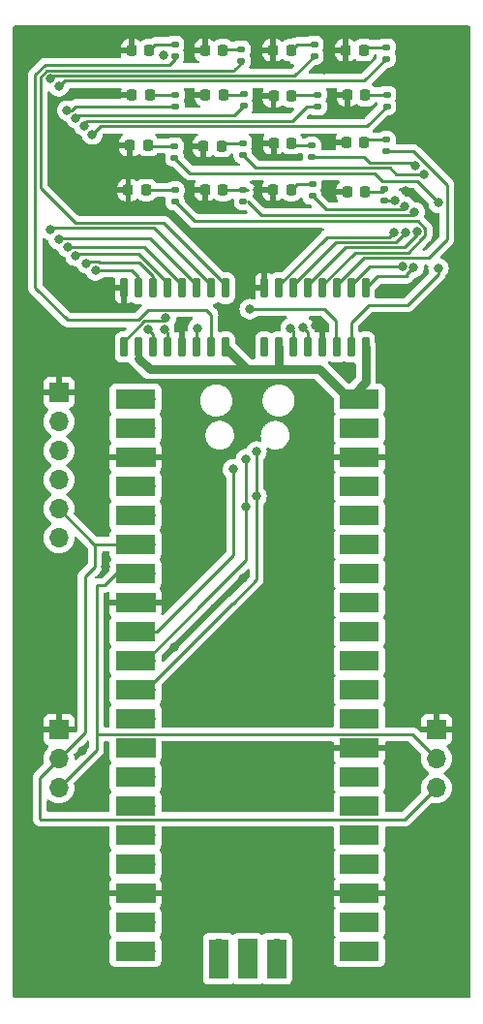
<source format=gbr>
%TF.GenerationSoftware,KiCad,Pcbnew,7.0.5*%
%TF.CreationDate,2023-07-15T11:17:08-07:00*%
%TF.ProjectId,roshambo-pcb-smt,726f7368-616d-4626-9f2d-7063622d736d,rev?*%
%TF.SameCoordinates,Original*%
%TF.FileFunction,Copper,L1,Top*%
%TF.FilePolarity,Positive*%
%FSLAX46Y46*%
G04 Gerber Fmt 4.6, Leading zero omitted, Abs format (unit mm)*
G04 Created by KiCad (PCBNEW 7.0.5) date 2023-07-15 11:17:08*
%MOMM*%
%LPD*%
G01*
G04 APERTURE LIST*
G04 Aperture macros list*
%AMRoundRect*
0 Rectangle with rounded corners*
0 $1 Rounding radius*
0 $2 $3 $4 $5 $6 $7 $8 $9 X,Y pos of 4 corners*
0 Add a 4 corners polygon primitive as box body*
4,1,4,$2,$3,$4,$5,$6,$7,$8,$9,$2,$3,0*
0 Add four circle primitives for the rounded corners*
1,1,$1+$1,$2,$3*
1,1,$1+$1,$4,$5*
1,1,$1+$1,$6,$7*
1,1,$1+$1,$8,$9*
0 Add four rect primitives between the rounded corners*
20,1,$1+$1,$2,$3,$4,$5,0*
20,1,$1+$1,$4,$5,$6,$7,0*
20,1,$1+$1,$6,$7,$8,$9,0*
20,1,$1+$1,$8,$9,$2,$3,0*%
G04 Aperture macros list end*
%TA.AperFunction,SMDPad,CuDef*%
%ADD10RoundRect,0.218750X-0.218750X-0.256250X0.218750X-0.256250X0.218750X0.256250X-0.218750X0.256250X0*%
%TD*%
%TA.AperFunction,SMDPad,CuDef*%
%ADD11RoundRect,0.150000X-0.150000X0.725000X-0.150000X-0.725000X0.150000X-0.725000X0.150000X0.725000X0*%
%TD*%
%TA.AperFunction,SMDPad,CuDef*%
%ADD12RoundRect,0.135000X0.185000X-0.135000X0.185000X0.135000X-0.185000X0.135000X-0.185000X-0.135000X0*%
%TD*%
%TA.AperFunction,ComponentPad*%
%ADD13R,1.700000X1.700000*%
%TD*%
%TA.AperFunction,ComponentPad*%
%ADD14O,1.700000X1.700000*%
%TD*%
%TA.AperFunction,SMDPad,CuDef*%
%ADD15R,3.500000X1.700000*%
%TD*%
%TA.AperFunction,SMDPad,CuDef*%
%ADD16R,1.700000X3.500000*%
%TD*%
%TA.AperFunction,ViaPad*%
%ADD17C,0.800000*%
%TD*%
%TA.AperFunction,Conductor*%
%ADD18C,0.250000*%
%TD*%
%TA.AperFunction,Conductor*%
%ADD19C,0.750000*%
%TD*%
G04 APERTURE END LIST*
D10*
%TO.P,D4,1,K*%
%TO.N,GND*%
X124095000Y-52152000D03*
%TO.P,D4,2,A*%
%TO.N,Net-(D4-A)*%
X125670000Y-52152000D03*
%TD*%
D11*
%TO.P,U2,1,QB*%
%TO.N,/D2*%
X113605000Y-72945000D03*
%TO.P,U2,2,QC*%
%TO.N,/D3*%
X112335000Y-72945000D03*
%TO.P,U2,3,QD*%
%TO.N,/D4*%
X111065000Y-72945000D03*
%TO.P,U2,4,QE*%
%TO.N,/D5*%
X109795000Y-72945000D03*
%TO.P,U2,5,QF*%
%TO.N,/D6*%
X108525000Y-72945000D03*
%TO.P,U2,6,QG*%
%TO.N,/D7*%
X107255000Y-72945000D03*
%TO.P,U2,7,QH*%
%TO.N,/D8*%
X105985000Y-72945000D03*
%TO.P,U2,8,GND*%
%TO.N,GND*%
X104715000Y-72945000D03*
%TO.P,U2,9,QH'*%
%TO.N,Net-(U2-QH')*%
X104715000Y-78095000D03*
%TO.P,U2,10,~{SRCLR}*%
%TO.N,+5V*%
X105985000Y-78095000D03*
%TO.P,U2,11,SRCLK*%
%TO.N,/SRCLK*%
X107255000Y-78095000D03*
%TO.P,U2,12,RCLK*%
%TO.N,/RCLK*%
X108525000Y-78095000D03*
%TO.P,U2,13,~{OE}*%
%TO.N,GND*%
X109795000Y-78095000D03*
%TO.P,U2,14,SER*%
%TO.N,/SER*%
X111065000Y-78095000D03*
%TO.P,U2,15,QA*%
%TO.N,/D1*%
X112335000Y-78095000D03*
%TO.P,U2,16,VCC*%
%TO.N,+5V*%
X113605000Y-78095000D03*
%TD*%
D12*
%TO.P,R3,1*%
%TO.N,/D3*%
X121350000Y-52662000D03*
%TO.P,R3,2*%
%TO.N,Net-(D3-A)*%
X121350000Y-51642000D03*
%TD*%
%TO.P,R12,1*%
%TO.N,/D12*%
X127647554Y-61002167D03*
%TO.P,R12,2*%
%TO.N,Net-(D12-A)*%
X127647554Y-59982167D03*
%TD*%
%TO.P,R16,1*%
%TO.N,/D16*%
X127441841Y-65253016D03*
%TO.P,R16,2*%
%TO.N,Net-(D16-A)*%
X127441841Y-64233016D03*
%TD*%
D13*
%TO.P,J1,1,Pin_1*%
%TO.N,GND*%
X99018919Y-82069311D03*
D14*
%TO.P,J1,2,Pin_2*%
%TO.N,unconnected-(J1-Pin_2-Pad2)*%
X99018919Y-84609311D03*
%TO.P,J1,3,Pin_3*%
%TO.N,unconnected-(J1-Pin_3-Pad3)*%
X99018919Y-87149311D03*
%TO.P,J1,4,Pin_4*%
%TO.N,/RX1*%
X99018919Y-89689311D03*
%TO.P,J1,5,Pin_5*%
%TO.N,/TX1*%
X99018919Y-92229311D03*
%TO.P,J1,6,Pin_6*%
%TO.N,unconnected-(J1-Pin_6-Pad6)*%
X99018919Y-94769311D03*
%TD*%
D10*
%TO.P,D9,1,K*%
%TO.N,GND*%
X105235579Y-60452739D03*
%TO.P,D9,2,A*%
%TO.N,Net-(D9-A)*%
X106810579Y-60452739D03*
%TD*%
D12*
%TO.P,R14,1*%
%TO.N,/D14*%
X115147795Y-65358045D03*
%TO.P,R14,2*%
%TO.N,Net-(D14-A)*%
X115147795Y-64338045D03*
%TD*%
D11*
%TO.P,U3,1,QB*%
%TO.N,/D10*%
X125873200Y-72945000D03*
%TO.P,U3,2,QC*%
%TO.N,/D11*%
X124603200Y-72945000D03*
%TO.P,U3,3,QD*%
%TO.N,/D12*%
X123333200Y-72945000D03*
%TO.P,U3,4,QE*%
%TO.N,/D13*%
X122063200Y-72945000D03*
%TO.P,U3,5,QF*%
%TO.N,/D14*%
X120793200Y-72945000D03*
%TO.P,U3,6,QG*%
%TO.N,/D15*%
X119523200Y-72945000D03*
%TO.P,U3,7,QH*%
%TO.N,/D16*%
X118253200Y-72945000D03*
%TO.P,U3,8,GND*%
%TO.N,GND*%
X116983200Y-72945000D03*
%TO.P,U3,9,QH'*%
%TO.N,unconnected-(U3-QH'-Pad9)*%
X116983200Y-78095000D03*
%TO.P,U3,10,~{SRCLR}*%
%TO.N,+5V*%
X118253200Y-78095000D03*
%TO.P,U3,11,SRCLK*%
%TO.N,/SRCLK*%
X119523200Y-78095000D03*
%TO.P,U3,12,RCLK*%
%TO.N,/RCLK*%
X120793200Y-78095000D03*
%TO.P,U3,13,~{OE}*%
%TO.N,GND*%
X122063200Y-78095000D03*
%TO.P,U3,14,SER*%
%TO.N,Net-(U2-QH')*%
X123333200Y-78095000D03*
%TO.P,U3,15,QA*%
%TO.N,/D9*%
X124603200Y-78095000D03*
%TO.P,U3,16,VCC*%
%TO.N,+5V*%
X125873200Y-78095000D03*
%TD*%
D12*
%TO.P,R4,1*%
%TO.N,/D4*%
X127658364Y-52899366D03*
%TO.P,R4,2*%
%TO.N,Net-(D4-A)*%
X127658364Y-51879366D03*
%TD*%
D10*
%TO.P,D5,1,K*%
%TO.N,GND*%
X105413431Y-56038200D03*
%TO.P,D5,2,A*%
%TO.N,Net-(D5-A)*%
X106988431Y-56038200D03*
%TD*%
D12*
%TO.P,R6,1*%
%TO.N,/D6*%
X115173066Y-57030800D03*
%TO.P,R6,2*%
%TO.N,Net-(D6-A)*%
X115173066Y-56010800D03*
%TD*%
D10*
%TO.P,D1,1,K*%
%TO.N,GND*%
X105368919Y-52152000D03*
%TO.P,D1,2,A*%
%TO.N,Net-(D1-A)*%
X106943919Y-52152000D03*
%TD*%
D12*
%TO.P,R10,1*%
%TO.N,/D10*%
X115103600Y-61272600D03*
%TO.P,R10,2*%
%TO.N,Net-(D10-A)*%
X115103600Y-60252600D03*
%TD*%
D13*
%TO.P,J2,1,Pin_1*%
%TO.N,GND*%
X99018919Y-111525869D03*
D14*
%TO.P,J2,2,Pin_2*%
%TO.N,/TX1*%
X99018919Y-114065869D03*
%TO.P,J2,3,Pin_3*%
%TO.N,/RX1*%
X99018919Y-116605869D03*
%TD*%
D12*
%TO.P,R11,1*%
%TO.N,/D11*%
X121148800Y-61501200D03*
%TO.P,R11,2*%
%TO.N,Net-(D11-A)*%
X121148800Y-60481200D03*
%TD*%
D10*
%TO.P,D6,1,K*%
%TO.N,GND*%
X111826900Y-56038200D03*
%TO.P,D6,2,A*%
%TO.N,Net-(D6-A)*%
X113401900Y-56038200D03*
%TD*%
%TO.P,D16,1,K*%
%TO.N,GND*%
X124222100Y-64547200D03*
%TO.P,D16,2,A*%
%TO.N,Net-(D16-A)*%
X125797100Y-64547200D03*
%TD*%
%TO.P,D10,1,K*%
%TO.N,GND*%
X111675046Y-60537606D03*
%TO.P,D10,2,A*%
%TO.N,Net-(D10-A)*%
X113250046Y-60537606D03*
%TD*%
D12*
%TO.P,R5,1*%
%TO.N,/D5*%
X109204512Y-57058200D03*
%TO.P,R5,2*%
%TO.N,Net-(D5-A)*%
X109204512Y-56038200D03*
%TD*%
%TO.P,R2,1*%
%TO.N,/D2*%
X114950754Y-53091800D03*
%TO.P,R2,2*%
%TO.N,Net-(D2-A)*%
X114950754Y-52071800D03*
%TD*%
%TO.P,R13,1*%
%TO.N,/D13*%
X109179241Y-65385445D03*
%TO.P,R13,2*%
%TO.N,Net-(D13-A)*%
X109179241Y-64365445D03*
%TD*%
D10*
%TO.P,D3,1,K*%
%TO.N,GND*%
X117763919Y-52152000D03*
%TO.P,D3,2,A*%
%TO.N,Net-(D3-A)*%
X119338919Y-52152000D03*
%TD*%
D13*
%TO.P,J3,1,Pin_1*%
%TO.N,GND*%
X132038919Y-111525869D03*
D14*
%TO.P,J3,2,Pin_2*%
%TO.N,/RX1*%
X132038919Y-114065869D03*
%TO.P,J3,3,Pin_3*%
%TO.N,/TX1*%
X132038919Y-116605869D03*
%TD*%
D10*
%TO.P,D14,1,K*%
%TO.N,GND*%
X111801629Y-64365445D03*
%TO.P,D14,2,A*%
%TO.N,Net-(D14-A)*%
X113376629Y-64365445D03*
%TD*%
D12*
%TO.P,R1,1*%
%TO.N,/D1*%
X109160000Y-52662000D03*
%TO.P,R1,2*%
%TO.N,Net-(D1-A)*%
X109160000Y-51642000D03*
%TD*%
D10*
%TO.P,D11,1,K*%
%TO.N,GND*%
X117795900Y-60280000D03*
%TO.P,D11,2,A*%
%TO.N,Net-(D11-A)*%
X119370900Y-60280000D03*
%TD*%
%TO.P,D13,1,K*%
%TO.N,GND*%
X105083160Y-64365445D03*
%TO.P,D13,2,A*%
%TO.N,Net-(D13-A)*%
X106658160Y-64365445D03*
%TD*%
%TO.P,D15,1,K*%
%TO.N,GND*%
X117764241Y-64365445D03*
%TO.P,D15,2,A*%
%TO.N,Net-(D15-A)*%
X119339241Y-64365445D03*
%TD*%
D14*
%TO.P,U1,1,GPIO0*%
%TO.N,unconnected-(U1-GPIO0-Pad1)*%
X106620000Y-82632000D03*
D15*
X105720000Y-82632000D03*
D14*
%TO.P,U1,2,GPIO1*%
%TO.N,unconnected-(U1-GPIO1-Pad2)*%
X106620000Y-85172000D03*
D15*
X105720000Y-85172000D03*
D13*
%TO.P,U1,3,GND*%
%TO.N,GND*%
X106620000Y-87712000D03*
D15*
X105720000Y-87712000D03*
D14*
%TO.P,U1,4,GPIO2*%
%TO.N,unconnected-(U1-GPIO2-Pad4)*%
X106620000Y-90252000D03*
D15*
X105720000Y-90252000D03*
D14*
%TO.P,U1,5,GPIO3*%
%TO.N,unconnected-(U1-GPIO3-Pad5)*%
X106620000Y-92792000D03*
D15*
X105720000Y-92792000D03*
D14*
%TO.P,U1,6,GPIO4*%
%TO.N,/TX1*%
X106620000Y-95332000D03*
D15*
X105720000Y-95332000D03*
D14*
%TO.P,U1,7,GPIO5*%
%TO.N,/RX1*%
X106620000Y-97872000D03*
D15*
X105720000Y-97872000D03*
D13*
%TO.P,U1,8,GND*%
%TO.N,GND*%
X106620000Y-100412000D03*
D15*
X105720000Y-100412000D03*
D14*
%TO.P,U1,9,GPIO6*%
%TO.N,/SER*%
X106620000Y-102952000D03*
D15*
X105720000Y-102952000D03*
D14*
%TO.P,U1,10,GPIO7*%
%TO.N,/SRCLK*%
X106620000Y-105492000D03*
D15*
X105720000Y-105492000D03*
D14*
%TO.P,U1,11,GPIO8*%
%TO.N,/RCLK*%
X106620000Y-108032000D03*
D15*
X105720000Y-108032000D03*
D14*
%TO.P,U1,12,GPIO9*%
%TO.N,unconnected-(U1-GPIO9-Pad12)*%
X106620000Y-110572000D03*
D15*
X105720000Y-110572000D03*
D13*
%TO.P,U1,13,GND*%
%TO.N,unconnected-(U1-GND-Pad13)*%
X106620000Y-113112000D03*
D15*
X105720000Y-113112000D03*
D14*
%TO.P,U1,14,GPIO10*%
%TO.N,unconnected-(U1-GPIO10-Pad14)*%
X106620000Y-115652000D03*
D15*
X105720000Y-115652000D03*
D14*
%TO.P,U1,15,GPIO11*%
%TO.N,unconnected-(U1-GPIO11-Pad15)*%
X106620000Y-118192000D03*
D15*
X105720000Y-118192000D03*
D14*
%TO.P,U1,16,GPIO12*%
%TO.N,unconnected-(U1-GPIO12-Pad16)*%
X106620000Y-120732000D03*
D15*
X105720000Y-120732000D03*
D14*
%TO.P,U1,17,GPIO13*%
%TO.N,unconnected-(U1-GPIO13-Pad17)*%
X106620000Y-123272000D03*
D15*
X105720000Y-123272000D03*
D13*
%TO.P,U1,18,GND*%
%TO.N,GND*%
X106620000Y-125812000D03*
D15*
X105720000Y-125812000D03*
D14*
%TO.P,U1,19,GPIO14*%
%TO.N,unconnected-(U1-GPIO14-Pad19)*%
X106620000Y-128352000D03*
D15*
X105720000Y-128352000D03*
D14*
%TO.P,U1,20,GPIO15*%
%TO.N,unconnected-(U1-GPIO15-Pad20)*%
X106620000Y-130892000D03*
D15*
X105720000Y-130892000D03*
D14*
%TO.P,U1,21,GPIO16*%
%TO.N,unconnected-(U1-GPIO16-Pad21)*%
X124400000Y-130892000D03*
D15*
X125300000Y-130892000D03*
D14*
%TO.P,U1,22,GPIO17*%
%TO.N,unconnected-(U1-GPIO17-Pad22)*%
X124400000Y-128352000D03*
D15*
X125300000Y-128352000D03*
D13*
%TO.P,U1,23,GND*%
%TO.N,GND*%
X124400000Y-125812000D03*
D15*
X125300000Y-125812000D03*
D14*
%TO.P,U1,24,GPIO18*%
%TO.N,unconnected-(U1-GPIO18-Pad24)*%
X124400000Y-123272000D03*
D15*
X125300000Y-123272000D03*
D14*
%TO.P,U1,25,GPIO19*%
%TO.N,unconnected-(U1-GPIO19-Pad25)*%
X124400000Y-120732000D03*
D15*
X125300000Y-120732000D03*
D14*
%TO.P,U1,26,GPIO20*%
%TO.N,unconnected-(U1-GPIO20-Pad26)*%
X124400000Y-118192000D03*
D15*
X125300000Y-118192000D03*
D14*
%TO.P,U1,27,GPIO21*%
%TO.N,unconnected-(U1-GPIO21-Pad27)*%
X124400000Y-115652000D03*
D15*
X125300000Y-115652000D03*
D13*
%TO.P,U1,28,GND*%
%TO.N,GND*%
X124400000Y-113112000D03*
D15*
X125300000Y-113112000D03*
D14*
%TO.P,U1,29,GPIO22*%
%TO.N,unconnected-(U1-GPIO22-Pad29)*%
X124400000Y-110572000D03*
D15*
X125300000Y-110572000D03*
D14*
%TO.P,U1,30,RUN*%
%TO.N,unconnected-(U1-RUN-Pad30)*%
X124400000Y-108032000D03*
D15*
X125300000Y-108032000D03*
D14*
%TO.P,U1,31,GPIO26_ADC0*%
%TO.N,unconnected-(U1-GPIO26_ADC0-Pad31)*%
X124400000Y-105492000D03*
D15*
X125300000Y-105492000D03*
D14*
%TO.P,U1,32,GPIO27_ADC1*%
%TO.N,unconnected-(U1-GPIO27_ADC1-Pad32)*%
X124400000Y-102952000D03*
D15*
X125300000Y-102952000D03*
D13*
%TO.P,U1,33,AGND*%
%TO.N,unconnected-(U1-AGND-Pad33)*%
X124400000Y-100412000D03*
D15*
X125300000Y-100412000D03*
D14*
%TO.P,U1,34,GPIO28_ADC2*%
%TO.N,unconnected-(U1-GPIO28_ADC2-Pad34)*%
X124400000Y-97872000D03*
D15*
X125300000Y-97872000D03*
D14*
%TO.P,U1,35,ADC_VREF*%
%TO.N,unconnected-(U1-ADC_VREF-Pad35)*%
X124400000Y-95332000D03*
D15*
X125300000Y-95332000D03*
D14*
%TO.P,U1,36,3V3*%
%TO.N,unconnected-(U1-3V3-Pad36)*%
X124400000Y-92792000D03*
D15*
X125300000Y-92792000D03*
D14*
%TO.P,U1,37,3V3_EN*%
%TO.N,unconnected-(U1-3V3_EN-Pad37)*%
X124400000Y-90252000D03*
D15*
X125300000Y-90252000D03*
D13*
%TO.P,U1,38,GND*%
%TO.N,GND*%
X124400000Y-87712000D03*
D15*
X125300000Y-87712000D03*
D14*
%TO.P,U1,39,VSYS*%
%TO.N,unconnected-(U1-VSYS-Pad39)*%
X124400000Y-85172000D03*
D15*
X125300000Y-85172000D03*
D14*
%TO.P,U1,40,VBUS*%
%TO.N,+5V*%
X124400000Y-82632000D03*
D15*
X125300000Y-82632000D03*
D14*
%TO.P,U1,41,SWCLK*%
%TO.N,unconnected-(U1-SWCLK-Pad41)*%
X112970000Y-130662000D03*
D16*
X112970000Y-131562000D03*
D13*
%TO.P,U1,42,GND*%
%TO.N,unconnected-(U1-GND-Pad42)*%
X115510000Y-130662000D03*
D16*
X115510000Y-131562000D03*
D14*
%TO.P,U1,43,SWDIO*%
%TO.N,unconnected-(U1-SWDIO-Pad43)*%
X118050000Y-130662000D03*
D16*
X118050000Y-131562000D03*
%TD*%
D12*
%TO.P,R8,1*%
%TO.N,/D8*%
X127702876Y-57058200D03*
%TO.P,R8,2*%
%TO.N,Net-(D8-A)*%
X127702876Y-56038200D03*
%TD*%
%TO.P,R7,1*%
%TO.N,/D7*%
X121631400Y-57081600D03*
%TO.P,R7,2*%
%TO.N,Net-(D7-A)*%
X121631400Y-56061600D03*
%TD*%
D10*
%TO.P,D2,1,K*%
%TO.N,GND*%
X111782388Y-52152000D03*
%TO.P,D2,2,A*%
%TO.N,Net-(D2-A)*%
X113357388Y-52152000D03*
%TD*%
D12*
%TO.P,R9,1*%
%TO.N,/D9*%
X109135046Y-61550000D03*
%TO.P,R9,2*%
%TO.N,Net-(D9-A)*%
X109135046Y-60530000D03*
%TD*%
D10*
%TO.P,D8,1,K*%
%TO.N,GND*%
X124250902Y-56095839D03*
%TO.P,D8,2,A*%
%TO.N,Net-(D8-A)*%
X125825902Y-56095839D03*
%TD*%
%TO.P,D12,1,K*%
%TO.N,GND*%
X124160219Y-60198138D03*
%TO.P,D12,2,A*%
%TO.N,Net-(D12-A)*%
X125735219Y-60198138D03*
%TD*%
%TO.P,D7,1,K*%
%TO.N,GND*%
X117789512Y-56159489D03*
%TO.P,D7,2,A*%
%TO.N,Net-(D7-A)*%
X119364512Y-56159489D03*
%TD*%
D12*
%TO.P,R15,1*%
%TO.N,/D15*%
X121174200Y-64879400D03*
%TO.P,R15,2*%
%TO.N,Net-(D15-A)*%
X121174200Y-63859400D03*
%TD*%
D17*
%TO.N,GND*%
X122672800Y-52152000D03*
X98644400Y-100158000D03*
X121352000Y-85299000D03*
X100397000Y-76764600D03*
X116373600Y-64394800D03*
X110531600Y-55962000D03*
X130648400Y-100183400D03*
X129454600Y-57968600D03*
X119218400Y-107727200D03*
X122952200Y-56165200D03*
X122241000Y-53879200D03*
X112208000Y-115118600D03*
X103699000Y-52126600D03*
X112208000Y-122205200D03*
X115103600Y-98303800D03*
X112512800Y-69068400D03*
X110430000Y-64369400D03*
X122901400Y-64521800D03*
X99965200Y-130739600D03*
X100473200Y-50907400D03*
X121453600Y-76231200D03*
X118024600Y-126396200D03*
X116449800Y-52177400D03*
X101489200Y-72954600D03*
X124146000Y-80015800D03*
X101590800Y-88524800D03*
X119091400Y-99675400D03*
X116500600Y-56139800D03*
X103800600Y-56012800D03*
X132782000Y-51110600D03*
X116475200Y-60356200D03*
X98517400Y-122814800D03*
X103495800Y-62489800D03*
X122850600Y-60280000D03*
X112512800Y-107016000D03*
X128337000Y-73030800D03*
X109947400Y-96449600D03*
X103597400Y-64369400D03*
X103064000Y-97313200D03*
X101082800Y-113366000D03*
X109083800Y-104349000D03*
X108169400Y-52583800D03*
X118837400Y-68789000D03*
X132680400Y-122332200D03*
X131639000Y-90302800D03*
X97958600Y-105619000D03*
X103597400Y-60483200D03*
X109464800Y-92004600D03*
X131766000Y-132619200D03*
X110455400Y-60559400D03*
X120869400Y-117658600D03*
X131207200Y-80015800D03*
X129327600Y-64420200D03*
X109642600Y-76434400D03*
X115383000Y-77247200D03*
X102479800Y-117150600D03*
X110379200Y-52152000D03*
%TO.N,/D3*%
X98268397Y-54647300D03*
X98295243Y-67861621D03*
%TO.N,/D4*%
X99024558Y-68703615D03*
X99019743Y-55306454D03*
%TO.N,/D5*%
X99743819Y-57428281D03*
X99774100Y-69364820D03*
%TO.N,/D6*%
X100498600Y-58083500D03*
X100485300Y-70138170D03*
%TO.N,/D7*%
X101441308Y-70760463D03*
X101223100Y-58780828D03*
%TO.N,/D8*%
X101934300Y-59515375D03*
X102225800Y-71379800D03*
%TO.N,/D9*%
X132233027Y-65487000D03*
X132223200Y-71202000D03*
%TO.N,/D10*%
X130042487Y-71151578D03*
X130966500Y-62966110D03*
%TO.N,/D11*%
X129048200Y-71049600D03*
X130191200Y-62218038D03*
%TO.N,/D14*%
X130143294Y-66327490D03*
X130333527Y-68017882D03*
%TO.N,/D15*%
X129336070Y-68081784D03*
X129276800Y-65829300D03*
%TO.N,/D16*%
X128438600Y-65253016D03*
X128337000Y-68052400D03*
%TO.N,/SER*%
X111166600Y-76459800D03*
X114265400Y-88778800D03*
%TO.N,/SRCLK*%
X106823200Y-76536000D03*
X119294600Y-76434400D03*
X115383000Y-87889800D03*
X115383000Y-92030000D03*
%TO.N,/RCLK*%
X108238749Y-76561299D03*
X116297400Y-91141000D03*
X116297400Y-87229400D03*
X120386800Y-76358200D03*
%TO.N,Net-(U2-QH')*%
X108372600Y-75570800D03*
X115713200Y-74783400D03*
%TD*%
D18*
%TO.N,Net-(D1-A)*%
X109160000Y-51642000D02*
X107453919Y-51642000D01*
X107453919Y-51642000D02*
X106943919Y-52152000D01*
D19*
%TO.N,+5V*%
X125873200Y-81158800D02*
X125873200Y-78095000D01*
X121783800Y-80015800D02*
X119955000Y-80015800D01*
X119955000Y-80015800D02*
X115459200Y-80015800D01*
X118253200Y-78095000D02*
X118253200Y-80015800D01*
D18*
X105985000Y-79050600D02*
X105985000Y-78095000D01*
D19*
X106950200Y-80015800D02*
X105985000Y-79050600D01*
X115459200Y-80015800D02*
X106950200Y-80015800D01*
X113605000Y-78161600D02*
X115459200Y-80015800D01*
D18*
X113605000Y-78095000D02*
X113605000Y-78161600D01*
D19*
X124400000Y-82632000D02*
X121783800Y-80015800D01*
X124400000Y-82632000D02*
X125873200Y-81158800D01*
D18*
%TO.N,Net-(D2-A)*%
X114950754Y-52071800D02*
X113437588Y-52071800D01*
X113437588Y-52071800D02*
X113357388Y-52152000D01*
%TO.N,Net-(D3-A)*%
X121350000Y-51642000D02*
X119848919Y-51642000D01*
X119848919Y-51642000D02*
X119338919Y-52152000D01*
%TO.N,Net-(D4-A)*%
X125942634Y-51879366D02*
X125670000Y-52152000D01*
X127658364Y-51879366D02*
X125942634Y-51879366D01*
%TO.N,Net-(D5-A)*%
X109204512Y-56038200D02*
X106988431Y-56038200D01*
%TO.N,Net-(D6-A)*%
X115145666Y-56038200D02*
X113401900Y-56038200D01*
X115173066Y-56010800D02*
X115145666Y-56038200D01*
%TO.N,Net-(D7-A)*%
X119462401Y-56061600D02*
X119364512Y-56159489D01*
X119511201Y-56012800D02*
X119364512Y-56159489D01*
X121631400Y-56061600D02*
X119462401Y-56061600D01*
%TO.N,Net-(D8-A)*%
X125883541Y-56038200D02*
X125825902Y-56095839D01*
X127702876Y-56038200D02*
X125883541Y-56038200D01*
%TO.N,Net-(D9-A)*%
X109135046Y-60530000D02*
X106887840Y-60530000D01*
X106887840Y-60530000D02*
X106810579Y-60452739D01*
%TO.N,GND*%
X124095000Y-52152000D02*
X122672800Y-52152000D01*
X109795000Y-76586800D02*
X109642600Y-76434400D01*
X116475200Y-52152000D02*
X117763919Y-52152000D01*
X105235579Y-60452739D02*
X103627861Y-60452739D01*
X103627861Y-60452739D02*
X103597400Y-60483200D01*
X110433955Y-64365445D02*
X110430000Y-64369400D01*
X124160219Y-60198138D02*
X122932462Y-60198138D01*
X124222100Y-64547200D02*
X122926800Y-64547200D01*
X122063200Y-78095000D02*
X122063200Y-76840800D01*
X122063200Y-76840800D02*
X121453600Y-76231200D01*
X116983200Y-72945000D02*
X116999000Y-72945000D01*
X105368919Y-52152000D02*
X103724400Y-52152000D01*
X116520289Y-56159489D02*
X116500600Y-56139800D01*
X117764241Y-64365445D02*
X116402955Y-64365445D01*
X122932462Y-60198138D02*
X122850600Y-60280000D01*
X105413431Y-56038200D02*
X103826000Y-56038200D01*
X124250902Y-56095839D02*
X123021561Y-56095839D01*
X111801629Y-64365445D02*
X110433955Y-64365445D01*
X117795900Y-60280000D02*
X116551400Y-60280000D01*
X103826000Y-56038200D02*
X103800600Y-56012800D01*
X103724400Y-52152000D02*
X103699000Y-52126600D01*
X101498800Y-72945000D02*
X101489200Y-72954600D01*
X111782388Y-52152000D02*
X110379200Y-52152000D01*
X116999000Y-72945000D02*
X117008600Y-72954600D01*
X111826900Y-56038200D02*
X110607800Y-56038200D01*
X110477194Y-60537606D02*
X110455400Y-60559400D01*
X105083160Y-64365445D02*
X103601355Y-64365445D01*
X109795000Y-78095000D02*
X109795000Y-76586800D01*
X116402955Y-64365445D02*
X116373600Y-64394800D01*
X116551400Y-60280000D02*
X116475200Y-60356200D01*
X103601355Y-64365445D02*
X103597400Y-64369400D01*
X122926800Y-64547200D02*
X122901400Y-64521800D01*
X123021561Y-56095839D02*
X122952200Y-56165200D01*
X110607800Y-56038200D02*
X110531600Y-55962000D01*
X111675046Y-60537606D02*
X110477194Y-60537606D01*
X117789512Y-56159489D02*
X116520289Y-56159489D01*
%TO.N,/RX1*%
X102302000Y-113322788D02*
X102302000Y-112096000D01*
X132038919Y-114065869D02*
X129910050Y-111937000D01*
X106620000Y-97872000D02*
X104054600Y-97872000D01*
X102302000Y-98938800D02*
X102302000Y-112096000D01*
X102987800Y-98938800D02*
X102302000Y-98938800D01*
X99018919Y-116605869D02*
X102302000Y-113322788D01*
X129910050Y-111937000D02*
X102461000Y-111937000D01*
X104054600Y-97872000D02*
X102987800Y-98938800D01*
X102461000Y-111937000D02*
X102302000Y-112096000D01*
%TO.N,/TX1*%
X97431800Y-119367000D02*
X97349000Y-119284200D01*
X129277788Y-119367000D02*
X97431800Y-119367000D01*
X132038919Y-116605869D02*
X129277788Y-119367000D01*
X102175000Y-97262400D02*
X102175000Y-95332000D01*
X102175000Y-95332000D02*
X106620000Y-95332000D01*
X102121608Y-95332000D02*
X102175000Y-95332000D01*
X97349000Y-115735788D02*
X99018919Y-114065869D01*
X101286000Y-98151400D02*
X102175000Y-97262400D01*
X101286000Y-111798788D02*
X101286000Y-98151400D01*
X97349000Y-119284200D02*
X97349000Y-115735788D01*
X99018919Y-92229311D02*
X102121608Y-95332000D01*
X99018919Y-114065869D02*
X101286000Y-111798788D01*
%TO.N,Net-(D10-A)*%
X113535052Y-60252600D02*
X113250046Y-60537606D01*
X115103600Y-60252600D02*
X113535052Y-60252600D01*
%TO.N,Net-(D11-A)*%
X121148800Y-60481200D02*
X121148800Y-60483200D01*
X119574100Y-60483200D02*
X119370900Y-60280000D01*
X121148800Y-60483200D02*
X119574100Y-60483200D01*
X119620900Y-60530000D02*
X119370900Y-60280000D01*
%TO.N,Net-(D12-A)*%
X125951190Y-59982167D02*
X125735219Y-60198138D01*
X127647554Y-59982167D02*
X125951190Y-59982167D01*
%TO.N,Net-(D13-A)*%
X109179241Y-64365445D02*
X106658160Y-64365445D01*
%TO.N,Net-(D14-A)*%
X115529241Y-64365445D02*
X113376629Y-64365445D01*
%TO.N,Net-(D15-A)*%
X121174200Y-63859400D02*
X119845286Y-63859400D01*
X119845286Y-63859400D02*
X119339241Y-64365445D01*
%TO.N,Net-(D16-A)*%
X127441841Y-64233016D02*
X127534057Y-64233016D01*
X127289441Y-64547200D02*
X125797100Y-64547200D01*
X127534057Y-64233016D02*
X127568841Y-64267800D01*
X127568841Y-64267800D02*
X127289441Y-64547200D01*
%TO.N,/D1*%
X106851699Y-74845800D02*
X111940200Y-74845800D01*
X96942600Y-54311000D02*
X96942600Y-72903800D01*
X97831600Y-53472800D02*
X97806200Y-53447400D01*
X109160000Y-52662000D02*
X109160000Y-52964800D01*
X99762000Y-75723200D02*
X105974299Y-75723200D01*
X108652000Y-53472800D02*
X97831600Y-53472800D01*
X109160000Y-52964800D02*
X108652000Y-53472800D01*
X105974299Y-75723200D02*
X106851699Y-74845800D01*
X111940200Y-74845800D02*
X112335000Y-75240600D01*
X97806200Y-53447400D02*
X96942600Y-54311000D01*
X112335000Y-75240600D02*
X112335000Y-78095000D01*
X96942600Y-72903800D02*
X99762000Y-75723200D01*
%TO.N,/D2*%
X97392600Y-64166200D02*
X100458400Y-67232000D01*
X108168751Y-67232000D02*
X113605000Y-72668249D01*
X97392600Y-54497396D02*
X97392600Y-64166200D01*
X113605000Y-72668249D02*
X113605000Y-72945000D01*
X115128554Y-53144600D02*
X114377754Y-53895400D01*
X97967196Y-53922800D02*
X97392600Y-54497396D01*
X114350354Y-53922800D02*
X97967196Y-53922800D01*
X100458400Y-67232000D02*
X108168751Y-67232000D01*
X114377754Y-53895400D02*
X114350354Y-53922800D01*
%TO.N,/D3*%
X112335000Y-72668249D02*
X112335000Y-72945000D01*
X121350000Y-52662000D02*
X119639200Y-54372800D01*
X98474864Y-67682000D02*
X107348751Y-67682000D01*
X98295243Y-67861621D02*
X98474864Y-67682000D01*
X107348751Y-67682000D02*
X112335000Y-72668249D01*
X98542897Y-54372800D02*
X98268397Y-54647300D01*
X119639200Y-54372800D02*
X101540000Y-54372800D01*
X101540000Y-54372800D02*
X98542897Y-54372800D01*
%TO.N,/D4*%
X99019743Y-55306454D02*
X99503397Y-54822800D01*
X99024558Y-68703615D02*
X99116973Y-68611200D01*
X125734930Y-54822800D02*
X127658364Y-52899366D01*
X111065000Y-72668249D02*
X111065000Y-72945000D01*
X107007951Y-68611200D02*
X111065000Y-72668249D01*
X99116973Y-68611200D02*
X107007951Y-68611200D01*
X99503397Y-54822800D02*
X125734930Y-54822800D01*
%TO.N,/D5*%
X99774100Y-69364820D02*
X99791120Y-69347800D01*
X100498595Y-57058200D02*
X109204512Y-57058200D01*
X99743819Y-57428281D02*
X100128514Y-57428281D01*
X106474551Y-69347800D02*
X109795000Y-72668249D01*
X100128514Y-57428281D02*
X100498595Y-57058200D01*
X109795000Y-72668249D02*
X109795000Y-72945000D01*
X99791120Y-69347800D02*
X106474551Y-69347800D01*
%TO.N,/D6*%
X100485300Y-69982800D02*
X105987792Y-69982800D01*
X115173066Y-57030800D02*
X114408227Y-57795639D01*
X108525000Y-72520008D02*
X108525000Y-72945000D01*
X114380827Y-57823039D02*
X100759061Y-57823039D01*
X105987792Y-69982800D02*
X108525000Y-72520008D01*
X100759061Y-57823039D02*
X100498600Y-58083500D01*
X100485300Y-70138170D02*
X100485300Y-69982800D01*
X114408227Y-57795639D02*
X114380827Y-57823039D01*
%TO.N,/D7*%
X101223100Y-58564055D02*
X101223100Y-58780828D01*
X121631400Y-57081600D02*
X120715000Y-57081600D01*
X101546971Y-70654800D02*
X102526105Y-70654800D01*
X119465561Y-58331039D02*
X101456116Y-58331039D01*
X102565305Y-70694000D02*
X106062596Y-70694000D01*
X101456116Y-58331039D02*
X101223100Y-58564055D01*
X107255000Y-71886404D02*
X107255000Y-72945000D01*
X101441308Y-70760463D02*
X101546971Y-70654800D01*
X102526105Y-70654800D02*
X102565305Y-70694000D01*
X120715000Y-57081600D02*
X119465561Y-58331039D01*
X106062596Y-70694000D02*
X107255000Y-71886404D01*
%TO.N,/D8*%
X105985000Y-72945000D02*
X105985000Y-72014800D01*
X105985000Y-72014800D02*
X105350000Y-71379800D01*
X102668636Y-58781039D02*
X125980037Y-58781039D01*
X101934300Y-59515375D02*
X102668636Y-58781039D01*
X125980037Y-58781039D02*
X127702876Y-57058200D01*
X105350000Y-71379800D02*
X102225800Y-71379800D01*
%TO.N,/D9*%
X132233027Y-65487000D02*
X130328027Y-63582000D01*
X110493784Y-62908738D02*
X109135046Y-61550000D01*
X132223200Y-71710000D02*
X129505400Y-74427800D01*
X126647738Y-62908738D02*
X110493784Y-62908738D01*
X130328027Y-63582000D02*
X127321000Y-63582000D01*
X124603200Y-75926400D02*
X124603200Y-78095000D01*
X127321000Y-63582000D02*
X126647738Y-62908738D01*
X132223200Y-71202000D02*
X132223200Y-71710000D01*
X126101800Y-74427800D02*
X124603200Y-75926400D01*
X129505400Y-74427800D02*
X126101800Y-74427800D01*
%TO.N,/D10*%
X129454600Y-71913200D02*
X129505400Y-71862400D01*
X126905000Y-71913200D02*
X129454600Y-71913200D01*
X129454600Y-71739465D02*
X130042487Y-71151578D01*
X128533910Y-62966110D02*
X127993938Y-62426138D01*
X116257138Y-62426138D02*
X115103600Y-61272600D01*
X129454600Y-71913200D02*
X129454600Y-71739465D01*
X127993938Y-62426138D02*
X116257138Y-62426138D01*
X125873200Y-72945000D02*
X126905000Y-71913200D01*
X130966500Y-62966110D02*
X128533910Y-62966110D01*
%TO.N,/D11*%
X129949300Y-61976138D02*
X130191200Y-62218038D01*
X129048200Y-71049600D02*
X126221849Y-71049600D01*
X125711459Y-61501200D02*
X126186397Y-61976138D01*
X124603200Y-72668249D02*
X124603200Y-72945000D01*
X121148800Y-61501200D02*
X125711459Y-61501200D01*
X126186397Y-61976138D02*
X129949300Y-61976138D01*
X126221849Y-71049600D02*
X124603200Y-72668249D01*
%TO.N,/D12*%
X132958027Y-68663773D02*
X132958027Y-63932332D01*
X123307800Y-72954600D02*
X123307800Y-72693649D01*
X132958027Y-63932332D02*
X130027862Y-61002167D01*
X130027862Y-61002167D02*
X127647554Y-61002167D01*
X123307800Y-72693649D02*
X125724849Y-70276600D01*
X123317400Y-72945000D02*
X123307800Y-72954600D01*
X131345200Y-70276600D02*
X132958027Y-68663773D01*
X123333200Y-72945000D02*
X123317400Y-72945000D01*
X125724849Y-70276600D02*
X131345200Y-70276600D01*
%TO.N,/D13*%
X124904849Y-69826600D02*
X129560000Y-69826600D01*
X131058527Y-68318187D02*
X131058527Y-67717577D01*
X130699200Y-68677514D02*
X131058527Y-68318187D01*
X129560000Y-69826600D02*
X130699200Y-68687400D01*
X110855596Y-67061800D02*
X109179241Y-65385445D01*
X130402750Y-67061800D02*
X110855596Y-67061800D01*
X130699200Y-68687400D02*
X130699200Y-68677514D01*
X122063200Y-72945000D02*
X122063200Y-72668249D01*
X131058527Y-67717577D02*
X130402750Y-67061800D01*
X122063200Y-72668249D02*
X124904849Y-69826600D01*
%TO.N,/D14*%
X116697596Y-66553800D02*
X115529241Y-65385445D01*
X130333527Y-68017882D02*
X130333527Y-68291073D01*
X130143294Y-66327490D02*
X129916984Y-66553800D01*
X129248000Y-69376600D02*
X124084849Y-69376600D01*
X124084849Y-69376600D02*
X120793200Y-72668249D01*
X129916984Y-66553800D02*
X116697596Y-66553800D01*
X130333527Y-68291073D02*
X129248000Y-69376600D01*
X120793200Y-72668249D02*
X120793200Y-72945000D01*
X130333527Y-68017882D02*
X130333527Y-68252412D01*
%TO.N,/D15*%
X122366000Y-66071200D02*
X121174200Y-64879400D01*
X123264849Y-68926600D02*
X119523200Y-72668249D01*
X128491254Y-68926600D02*
X123264849Y-68926600D01*
X129276800Y-65829300D02*
X129034900Y-66071200D01*
X129336070Y-68081784D02*
X128491254Y-68926600D01*
X129034900Y-66071200D02*
X122366000Y-66071200D01*
X119523200Y-72668249D02*
X119523200Y-72945000D01*
%TO.N,/D16*%
X127912800Y-68476600D02*
X122444849Y-68476600D01*
X127441841Y-65253016D02*
X128438600Y-65253016D01*
X128337000Y-68052400D02*
X127912800Y-68476600D01*
X118253200Y-72668249D02*
X118253200Y-72945000D01*
X122444849Y-68476600D02*
X118253200Y-72668249D01*
%TO.N,/SER*%
X107585200Y-102952000D02*
X110455400Y-100081800D01*
X110455400Y-100081800D02*
X114265400Y-96271800D01*
X111065000Y-78095000D02*
X111065000Y-76561400D01*
X106620000Y-102952000D02*
X107585200Y-102952000D01*
X111065000Y-76561400D02*
X111166600Y-76459800D01*
X114265400Y-96271800D02*
X114265400Y-88778800D01*
%TO.N,/SRCLK*%
X115383000Y-92030000D02*
X115383000Y-96703600D01*
X119523200Y-76663000D02*
X119294600Y-76434400D01*
X106620000Y-105492000D02*
X111852400Y-100259600D01*
X111852400Y-100259600D02*
X111852400Y-100234200D01*
X115383000Y-96703600D02*
X111852400Y-100234200D01*
X119523200Y-78095000D02*
X119523200Y-76663000D01*
X107255000Y-76967800D02*
X106823200Y-76536000D01*
X115383000Y-87889800D02*
X115383000Y-92030000D01*
X107255000Y-78095000D02*
X107255000Y-76967800D01*
%TO.N,/RCLK*%
X116297400Y-91141000D02*
X116297400Y-87229400D01*
X120793200Y-78095000D02*
X120793200Y-76764600D01*
X120793200Y-76764600D02*
X120386800Y-76358200D01*
X108525000Y-78095000D02*
X108525000Y-78110800D01*
X108525000Y-76847550D02*
X108238749Y-76561299D01*
X116297400Y-91141000D02*
X116297400Y-98430800D01*
X116297400Y-98430800D02*
X114240000Y-100488200D01*
X108525000Y-78110800D02*
X108525000Y-76847550D01*
X114163800Y-100488200D02*
X106620000Y-108032000D01*
X114240000Y-100488200D02*
X114163800Y-100488200D01*
%TO.N,Net-(U2-QH')*%
X104715000Y-77618895D02*
X106522895Y-75811000D01*
X104715000Y-78095000D02*
X104715000Y-77618895D01*
X108132400Y-75811000D02*
X108372600Y-75570800D01*
X122241000Y-74758000D02*
X115738600Y-74758000D01*
X115738600Y-74758000D02*
X115713200Y-74783400D01*
X123282400Y-78110800D02*
X123282400Y-75799400D01*
X106522895Y-75811000D02*
X108132400Y-75811000D01*
X123282400Y-75799400D02*
X122241000Y-74758000D01*
%TD*%
%TA.AperFunction,Conductor*%
%TO.N,GND*%
G36*
X103412539Y-112582185D02*
G01*
X103458294Y-112634989D01*
X103469500Y-112686500D01*
X103469500Y-114009870D01*
X103469501Y-114009876D01*
X103475908Y-114069483D01*
X103526202Y-114204328D01*
X103526203Y-114204330D01*
X103603578Y-114307689D01*
X103627995Y-114373153D01*
X103613144Y-114441426D01*
X103603578Y-114456311D01*
X103526203Y-114559669D01*
X103526202Y-114559671D01*
X103475908Y-114694517D01*
X103469501Y-114754116D01*
X103469501Y-114754123D01*
X103469500Y-114754135D01*
X103469500Y-116549870D01*
X103469501Y-116549876D01*
X103475908Y-116609483D01*
X103526202Y-116744328D01*
X103526203Y-116744330D01*
X103603578Y-116847689D01*
X103627995Y-116913153D01*
X103613144Y-116981426D01*
X103603578Y-116996311D01*
X103526203Y-117099669D01*
X103526202Y-117099671D01*
X103475908Y-117234517D01*
X103469501Y-117294116D01*
X103469500Y-117294127D01*
X103469500Y-117961528D01*
X103469501Y-118617500D01*
X103449816Y-118684539D01*
X103397013Y-118730294D01*
X103345501Y-118741500D01*
X98098500Y-118741500D01*
X98031461Y-118721815D01*
X97985706Y-118669011D01*
X97974500Y-118617500D01*
X97974500Y-117761417D01*
X97994185Y-117694378D01*
X98046989Y-117648623D01*
X98116147Y-117638679D01*
X98169621Y-117659840D01*
X98341089Y-117779904D01*
X98555256Y-117879772D01*
X98783511Y-117940932D01*
X98971837Y-117957408D01*
X99018918Y-117961528D01*
X99018919Y-117961528D01*
X99018920Y-117961528D01*
X99058153Y-117958095D01*
X99254327Y-117940932D01*
X99482582Y-117879772D01*
X99696749Y-117779904D01*
X99890320Y-117644364D01*
X100057414Y-117477270D01*
X100192954Y-117283699D01*
X100292822Y-117069532D01*
X100353982Y-116841277D01*
X100374578Y-116605869D01*
X100353982Y-116370461D01*
X100327061Y-116269994D01*
X100328725Y-116200145D01*
X100359154Y-116150222D01*
X102685786Y-113823590D01*
X102698048Y-113813768D01*
X102697865Y-113813547D01*
X102703873Y-113808576D01*
X102703877Y-113808574D01*
X102750649Y-113758765D01*
X102751891Y-113757485D01*
X102772120Y-113737258D01*
X102776373Y-113731774D01*
X102780150Y-113727351D01*
X102812062Y-113693370D01*
X102821714Y-113675811D01*
X102832389Y-113659560D01*
X102844674Y-113643724D01*
X102863186Y-113600940D01*
X102865742Y-113595723D01*
X102888197Y-113554880D01*
X102893180Y-113535468D01*
X102899477Y-113517079D01*
X102907438Y-113498683D01*
X102914729Y-113452641D01*
X102915908Y-113446950D01*
X102927500Y-113401807D01*
X102927500Y-113381770D01*
X102929027Y-113362370D01*
X102929086Y-113362000D01*
X102932160Y-113342592D01*
X102927775Y-113296203D01*
X102927500Y-113290365D01*
X102927500Y-112686500D01*
X102947185Y-112619461D01*
X102999989Y-112573706D01*
X103051500Y-112562500D01*
X103345500Y-112562500D01*
X103412539Y-112582185D01*
G37*
%TD.AperFunction*%
%TA.AperFunction,Conductor*%
G36*
X122993039Y-112582185D02*
G01*
X123038794Y-112634989D01*
X123050000Y-112686500D01*
X123050000Y-112862000D01*
X123954428Y-112862000D01*
X123931318Y-112897960D01*
X123890000Y-113038673D01*
X123890000Y-113185327D01*
X123931318Y-113326040D01*
X123954428Y-113362000D01*
X123050000Y-113362000D01*
X123050000Y-114009844D01*
X123056401Y-114069372D01*
X123056403Y-114069379D01*
X123106645Y-114204086D01*
X123106646Y-114204088D01*
X123183890Y-114307272D01*
X123208307Y-114372736D01*
X123193456Y-114441009D01*
X123183890Y-114455894D01*
X123106204Y-114559669D01*
X123106202Y-114559671D01*
X123055908Y-114694517D01*
X123049501Y-114754116D01*
X123049499Y-114754135D01*
X123049499Y-115590321D01*
X123049263Y-115595726D01*
X123044341Y-115651995D01*
X123044341Y-115652000D01*
X123047364Y-115686561D01*
X123049264Y-115708271D01*
X123049500Y-115713677D01*
X123049500Y-116549870D01*
X123049501Y-116549876D01*
X123055908Y-116609483D01*
X123106202Y-116744328D01*
X123106203Y-116744330D01*
X123183578Y-116847689D01*
X123207995Y-116913153D01*
X123193144Y-116981426D01*
X123183578Y-116996311D01*
X123106203Y-117099669D01*
X123106202Y-117099671D01*
X123055908Y-117234517D01*
X123049501Y-117294116D01*
X123049499Y-117294135D01*
X123049499Y-118130321D01*
X123049263Y-118135726D01*
X123044341Y-118191995D01*
X123044341Y-118192001D01*
X123049264Y-118248271D01*
X123049500Y-118253677D01*
X123049501Y-118617500D01*
X123029817Y-118684539D01*
X122977013Y-118730294D01*
X122925501Y-118741500D01*
X108094500Y-118741500D01*
X108027461Y-118721815D01*
X107981706Y-118669011D01*
X107970500Y-118617500D01*
X107970499Y-118253679D01*
X107970735Y-118248272D01*
X107975659Y-118192000D01*
X107975659Y-118191999D01*
X107970735Y-118135726D01*
X107970499Y-118130319D01*
X107970499Y-117294129D01*
X107970498Y-117294123D01*
X107970497Y-117294116D01*
X107964091Y-117234517D01*
X107913796Y-117099669D01*
X107836421Y-116996309D01*
X107812004Y-116930848D01*
X107826855Y-116862575D01*
X107836416Y-116847696D01*
X107913796Y-116744331D01*
X107964091Y-116609483D01*
X107970500Y-116549873D01*
X107970499Y-115713677D01*
X107970735Y-115708272D01*
X107975659Y-115652000D01*
X107975659Y-115651999D01*
X107970735Y-115595726D01*
X107970499Y-115590319D01*
X107970499Y-114754129D01*
X107970498Y-114754123D01*
X107970497Y-114754116D01*
X107964091Y-114694517D01*
X107913796Y-114559669D01*
X107836421Y-114456309D01*
X107812004Y-114390848D01*
X107826855Y-114322575D01*
X107836416Y-114307696D01*
X107913796Y-114204331D01*
X107964091Y-114069483D01*
X107970500Y-114009873D01*
X107970499Y-112686499D01*
X107990184Y-112619461D01*
X108042987Y-112573706D01*
X108094499Y-112562500D01*
X122926000Y-112562500D01*
X122993039Y-112582185D01*
G37*
%TD.AperFunction*%
%TA.AperFunction,Conductor*%
G36*
X129666637Y-112582185D02*
G01*
X129687279Y-112598819D01*
X130698681Y-113610221D01*
X130732166Y-113671544D01*
X130730775Y-113729995D01*
X130703857Y-113830455D01*
X130703855Y-113830465D01*
X130683260Y-114065868D01*
X130683260Y-114065869D01*
X130703855Y-114301272D01*
X130703857Y-114301282D01*
X130765013Y-114529524D01*
X130765015Y-114529528D01*
X130765016Y-114529532D01*
X130841950Y-114694516D01*
X130864884Y-114743699D01*
X130864886Y-114743703D01*
X131000420Y-114937264D01*
X131000425Y-114937271D01*
X131167516Y-115104362D01*
X131167522Y-115104367D01*
X131353077Y-115234294D01*
X131396702Y-115288871D01*
X131403896Y-115358369D01*
X131372373Y-115420724D01*
X131353077Y-115437444D01*
X131167516Y-115567374D01*
X131000424Y-115734466D01*
X130864884Y-115928038D01*
X130864883Y-115928040D01*
X130765017Y-116142204D01*
X130765013Y-116142213D01*
X130703857Y-116370455D01*
X130703855Y-116370465D01*
X130683260Y-116605868D01*
X130683260Y-116605869D01*
X130703855Y-116841272D01*
X130703857Y-116841282D01*
X130730775Y-116941741D01*
X130729112Y-117011591D01*
X130698681Y-117061515D01*
X129055016Y-118705181D01*
X128993693Y-118738666D01*
X128967335Y-118741500D01*
X127674500Y-118741500D01*
X127607461Y-118721815D01*
X127561706Y-118669011D01*
X127550500Y-118617500D01*
X127550499Y-117294129D01*
X127550498Y-117294123D01*
X127550497Y-117294116D01*
X127544091Y-117234517D01*
X127493796Y-117099669D01*
X127416421Y-116996309D01*
X127392004Y-116930848D01*
X127406855Y-116862575D01*
X127416416Y-116847696D01*
X127493796Y-116744331D01*
X127544091Y-116609483D01*
X127550500Y-116549873D01*
X127550499Y-114754128D01*
X127544091Y-114694517D01*
X127493796Y-114559669D01*
X127416109Y-114455893D01*
X127391692Y-114390430D01*
X127406543Y-114322157D01*
X127416110Y-114307271D01*
X127493352Y-114204089D01*
X127493354Y-114204086D01*
X127543596Y-114069379D01*
X127543598Y-114069372D01*
X127549999Y-114009844D01*
X127550000Y-114009827D01*
X127550000Y-113362000D01*
X124845572Y-113362000D01*
X124868682Y-113326040D01*
X124910000Y-113185327D01*
X124910000Y-113038673D01*
X124868682Y-112897960D01*
X124845572Y-112862000D01*
X127550000Y-112862000D01*
X127550000Y-112686500D01*
X127569685Y-112619461D01*
X127622489Y-112573706D01*
X127674000Y-112562500D01*
X129599598Y-112562500D01*
X129666637Y-112582185D01*
G37*
%TD.AperFunction*%
%TA.AperFunction,Conductor*%
G36*
X101595834Y-112476057D02*
G01*
X101651767Y-112517929D01*
X101676184Y-112583393D01*
X101676500Y-112592239D01*
X101676500Y-113012334D01*
X101656815Y-113079373D01*
X101640181Y-113100015D01*
X100586259Y-114153937D01*
X100524936Y-114187422D01*
X100455244Y-114182438D01*
X100399311Y-114140566D01*
X100374894Y-114075102D01*
X100374578Y-114066256D01*
X100374578Y-114065868D01*
X100353982Y-113830465D01*
X100353982Y-113830461D01*
X100334795Y-113758853D01*
X100327062Y-113729994D01*
X100328725Y-113660145D01*
X100359154Y-113610222D01*
X101464820Y-112504556D01*
X101526142Y-112471073D01*
X101595834Y-112476057D01*
G37*
%TD.AperFunction*%
%TA.AperFunction,Conductor*%
G36*
X103420001Y-99503347D02*
G01*
X103462046Y-99559149D01*
X103470000Y-99602845D01*
X103470000Y-100162000D01*
X106174428Y-100162000D01*
X106151318Y-100197960D01*
X106110000Y-100338673D01*
X106110000Y-100485327D01*
X106151318Y-100626040D01*
X106174428Y-100662000D01*
X103470000Y-100662000D01*
X103470000Y-101309844D01*
X103476401Y-101369372D01*
X103476403Y-101369379D01*
X103526645Y-101504086D01*
X103526646Y-101504088D01*
X103603890Y-101607272D01*
X103628307Y-101672736D01*
X103613456Y-101741009D01*
X103603890Y-101755894D01*
X103526204Y-101859669D01*
X103526202Y-101859671D01*
X103475908Y-101994517D01*
X103469501Y-102054116D01*
X103469501Y-102054123D01*
X103469500Y-102054135D01*
X103469500Y-103849870D01*
X103469501Y-103849876D01*
X103475908Y-103909483D01*
X103526202Y-104044328D01*
X103526203Y-104044330D01*
X103603578Y-104147689D01*
X103627995Y-104213153D01*
X103613144Y-104281426D01*
X103603578Y-104296311D01*
X103526203Y-104399669D01*
X103526202Y-104399671D01*
X103475908Y-104534517D01*
X103469501Y-104594116D01*
X103469501Y-104594123D01*
X103469500Y-104594135D01*
X103469500Y-106389870D01*
X103469501Y-106389876D01*
X103475908Y-106449483D01*
X103526202Y-106584328D01*
X103526203Y-106584330D01*
X103603578Y-106687689D01*
X103627995Y-106753153D01*
X103613144Y-106821426D01*
X103603578Y-106836311D01*
X103526203Y-106939669D01*
X103526202Y-106939671D01*
X103475908Y-107074517D01*
X103469501Y-107134116D01*
X103469501Y-107134123D01*
X103469500Y-107134135D01*
X103469500Y-108929870D01*
X103469501Y-108929876D01*
X103475908Y-108989483D01*
X103526202Y-109124328D01*
X103526203Y-109124330D01*
X103603578Y-109227689D01*
X103627995Y-109293153D01*
X103613144Y-109361426D01*
X103603578Y-109376311D01*
X103526203Y-109479669D01*
X103526202Y-109479671D01*
X103475908Y-109614517D01*
X103469501Y-109674116D01*
X103469500Y-109674127D01*
X103469500Y-110433782D01*
X103469501Y-111187500D01*
X103449816Y-111254539D01*
X103397013Y-111300294D01*
X103345501Y-111311500D01*
X103051500Y-111311500D01*
X102984461Y-111291815D01*
X102938706Y-111239011D01*
X102927500Y-111187500D01*
X102927500Y-99686667D01*
X102947185Y-99619628D01*
X102999989Y-99573873D01*
X103047605Y-99562728D01*
X103086427Y-99561509D01*
X103105669Y-99555917D01*
X103124712Y-99551974D01*
X103144592Y-99549464D01*
X103187922Y-99532307D01*
X103193446Y-99530417D01*
X103197196Y-99529327D01*
X103238190Y-99517418D01*
X103255429Y-99507222D01*
X103272903Y-99498662D01*
X103298788Y-99488414D01*
X103299884Y-99491184D01*
X103354460Y-99479134D01*
X103420001Y-99503347D01*
G37*
%TD.AperFunction*%
%TA.AperFunction,Conductor*%
G36*
X115591234Y-97482469D02*
G01*
X115647167Y-97524341D01*
X115671584Y-97589805D01*
X115671900Y-97598651D01*
X115671900Y-98120346D01*
X115652215Y-98187385D01*
X115635581Y-98208027D01*
X113964980Y-99878627D01*
X113920021Y-99905218D01*
X113920569Y-99906484D01*
X113913409Y-99909582D01*
X113896167Y-99919779D01*
X113878699Y-99928337D01*
X113860069Y-99935713D01*
X113860067Y-99935714D01*
X113822376Y-99963098D01*
X113817494Y-99966305D01*
X113777379Y-99990030D01*
X113763208Y-100004200D01*
X113748423Y-100016828D01*
X113732212Y-100028607D01*
X113702509Y-100064510D01*
X113698577Y-100068831D01*
X108187340Y-105580068D01*
X108126017Y-105613553D01*
X108056325Y-105608569D01*
X108000392Y-105566697D01*
X107975975Y-105501233D01*
X107975659Y-105492387D01*
X107975659Y-105491999D01*
X107970735Y-105435726D01*
X107970499Y-105430319D01*
X107970499Y-105077452D01*
X107990184Y-105010413D01*
X108006818Y-104989771D01*
X110106268Y-102890321D01*
X112236188Y-100760401D01*
X112248442Y-100750586D01*
X112248259Y-100750364D01*
X112254268Y-100745391D01*
X112254277Y-100745386D01*
X112301007Y-100695622D01*
X112302246Y-100694343D01*
X112322520Y-100674071D01*
X112326779Y-100668578D01*
X112330552Y-100664161D01*
X112362462Y-100630182D01*
X112372115Y-100612620D01*
X112382792Y-100596367D01*
X112395073Y-100580536D01*
X112395073Y-100580534D01*
X112399859Y-100574366D01*
X112400166Y-100574604D01*
X112412543Y-100558645D01*
X115460221Y-97510968D01*
X115521542Y-97477485D01*
X115591234Y-97482469D01*
G37*
%TD.AperFunction*%
%TA.AperFunction,Conductor*%
G36*
X103412540Y-95977185D02*
G01*
X103458295Y-96029989D01*
X103469501Y-96081500D01*
X103469501Y-96229876D01*
X103475908Y-96289483D01*
X103526202Y-96424328D01*
X103526203Y-96424330D01*
X103603578Y-96527689D01*
X103627995Y-96593153D01*
X103613144Y-96661426D01*
X103603578Y-96676311D01*
X103526203Y-96779669D01*
X103526202Y-96779671D01*
X103475908Y-96914517D01*
X103469501Y-96974116D01*
X103469499Y-96974135D01*
X103469499Y-97521147D01*
X103449814Y-97588187D01*
X103433180Y-97608828D01*
X102765028Y-98276981D01*
X102703705Y-98310466D01*
X102677347Y-98313300D01*
X102372847Y-98313300D01*
X102349615Y-98311104D01*
X102341588Y-98309573D01*
X102317822Y-98311068D01*
X102249679Y-98295629D01*
X102200700Y-98245801D01*
X102186436Y-98177403D01*
X102211414Y-98112151D01*
X102222351Y-98099638D01*
X102558788Y-97763201D01*
X102571042Y-97753386D01*
X102570859Y-97753164D01*
X102576868Y-97748191D01*
X102576877Y-97748186D01*
X102623607Y-97698422D01*
X102624846Y-97697143D01*
X102645120Y-97676871D01*
X102649379Y-97671378D01*
X102653152Y-97666961D01*
X102685062Y-97632982D01*
X102694715Y-97615420D01*
X102705389Y-97599170D01*
X102717673Y-97583336D01*
X102736180Y-97540567D01*
X102738749Y-97535324D01*
X102761196Y-97494493D01*
X102761197Y-97494492D01*
X102766177Y-97475091D01*
X102772478Y-97456688D01*
X102780438Y-97438296D01*
X102787730Y-97392249D01*
X102788911Y-97386552D01*
X102800500Y-97341419D01*
X102800500Y-97321383D01*
X102802027Y-97301982D01*
X102805160Y-97282204D01*
X102800775Y-97235815D01*
X102800500Y-97229977D01*
X102800500Y-96081500D01*
X102820185Y-96014461D01*
X102872989Y-95968706D01*
X102924500Y-95957500D01*
X103345501Y-95957500D01*
X103412540Y-95977185D01*
G37*
%TD.AperFunction*%
%TA.AperFunction,Conductor*%
G36*
X122741117Y-79313749D02*
G01*
X122773962Y-79334853D01*
X122775169Y-79333298D01*
X122781332Y-79338078D01*
X122781335Y-79338081D01*
X122922802Y-79421744D01*
X122923298Y-79421888D01*
X123080626Y-79467597D01*
X123080629Y-79467597D01*
X123080631Y-79467598D01*
X123117506Y-79470500D01*
X123117514Y-79470500D01*
X123548886Y-79470500D01*
X123548894Y-79470500D01*
X123585769Y-79467598D01*
X123585771Y-79467597D01*
X123585773Y-79467597D01*
X123627391Y-79455505D01*
X123743598Y-79421744D01*
X123885065Y-79338081D01*
X123885070Y-79338076D01*
X123891226Y-79333301D01*
X123893122Y-79335745D01*
X123941842Y-79309142D01*
X124011534Y-79314126D01*
X124043908Y-79334932D01*
X124045174Y-79333301D01*
X124051339Y-79338084D01*
X124116202Y-79376443D01*
X124192802Y-79421744D01*
X124193298Y-79421888D01*
X124350626Y-79467597D01*
X124350629Y-79467597D01*
X124350631Y-79467598D01*
X124387506Y-79470500D01*
X124387514Y-79470500D01*
X124818886Y-79470500D01*
X124818894Y-79470500D01*
X124851980Y-79467896D01*
X124862086Y-79467101D01*
X124862278Y-79469542D01*
X124920875Y-79475698D01*
X124975384Y-79519407D01*
X124997610Y-79585647D01*
X124997700Y-79590374D01*
X124997700Y-80744793D01*
X124978015Y-80811832D01*
X124961381Y-80832474D01*
X124548946Y-81244908D01*
X124487623Y-81278393D01*
X124450459Y-81280755D01*
X124400002Y-81276341D01*
X124399997Y-81276341D01*
X124349539Y-81280755D01*
X124281039Y-81266988D01*
X124251052Y-81244908D01*
X122557548Y-79551404D01*
X122524063Y-79490081D01*
X122529047Y-79420389D01*
X122570919Y-79364456D01*
X122582108Y-79356991D01*
X122614751Y-79337686D01*
X122620917Y-79332903D01*
X122622830Y-79335369D01*
X122671422Y-79308802D01*
X122741117Y-79313749D01*
G37*
%TD.AperFunction*%
%TA.AperFunction,Conductor*%
G36*
X104443377Y-55467985D02*
G01*
X104489132Y-55520789D01*
X104499076Y-55589947D01*
X104494044Y-55611303D01*
X104485988Y-55635613D01*
X104485988Y-55635614D01*
X104475931Y-55734049D01*
X104475931Y-55788200D01*
X105539431Y-55788200D01*
X105606470Y-55807885D01*
X105652225Y-55860689D01*
X105663431Y-55912200D01*
X105663431Y-56164200D01*
X105643746Y-56231239D01*
X105590942Y-56276994D01*
X105539431Y-56288200D01*
X104475932Y-56288200D01*
X104475932Y-56308700D01*
X104456247Y-56375739D01*
X104403443Y-56421494D01*
X104351932Y-56432700D01*
X100581338Y-56432700D01*
X100565717Y-56430975D01*
X100565690Y-56431261D01*
X100557928Y-56430526D01*
X100489735Y-56432669D01*
X100487788Y-56432700D01*
X100459244Y-56432700D01*
X100452373Y-56433567D01*
X100446554Y-56434025D01*
X100399969Y-56435489D01*
X100399963Y-56435490D01*
X100380721Y-56441080D01*
X100361682Y-56445023D01*
X100341812Y-56447534D01*
X100341798Y-56447537D01*
X100298478Y-56464688D01*
X100292953Y-56466580D01*
X100248208Y-56479580D01*
X100248205Y-56479581D01*
X100230961Y-56489779D01*
X100213500Y-56498333D01*
X100194869Y-56505710D01*
X100194856Y-56505717D01*
X100157164Y-56533102D01*
X100152280Y-56536311D01*
X100121209Y-56554686D01*
X100053485Y-56571869D01*
X100030140Y-56567727D01*
X100029979Y-56568488D01*
X99912869Y-56543596D01*
X99838465Y-56527781D01*
X99649173Y-56527781D01*
X99616716Y-56534679D01*
X99464016Y-56567136D01*
X99464011Y-56567138D01*
X99291089Y-56644129D01*
X99291084Y-56644132D01*
X99137948Y-56755392D01*
X99011285Y-56896066D01*
X98916640Y-57059996D01*
X98916637Y-57060003D01*
X98861406Y-57229988D01*
X98858145Y-57240025D01*
X98838359Y-57428281D01*
X98858145Y-57616537D01*
X98858146Y-57616540D01*
X98916637Y-57796558D01*
X98916640Y-57796565D01*
X99011286Y-57960497D01*
X99121634Y-58083050D01*
X99137948Y-58101169D01*
X99291084Y-58212429D01*
X99291089Y-58212432D01*
X99464016Y-58289425D01*
X99560114Y-58309850D01*
X99621593Y-58343042D01*
X99652262Y-58392821D01*
X99671419Y-58451780D01*
X99671421Y-58451784D01*
X99766067Y-58615716D01*
X99892729Y-58756387D01*
X99892729Y-58756388D01*
X100045865Y-58867648D01*
X100045870Y-58867651D01*
X100218791Y-58944642D01*
X100218793Y-58944642D01*
X100218797Y-58944644D01*
X100267669Y-58955031D01*
X100329149Y-58988222D01*
X100359818Y-59038002D01*
X100395919Y-59149108D01*
X100395921Y-59149112D01*
X100490567Y-59313044D01*
X100592475Y-59426224D01*
X100617229Y-59453716D01*
X100770365Y-59564976D01*
X100770370Y-59564979D01*
X100943291Y-59641970D01*
X100943294Y-59641970D01*
X100943297Y-59641972D01*
X100956738Y-59644829D01*
X100964891Y-59646562D01*
X101026373Y-59679754D01*
X101057042Y-59729534D01*
X101107118Y-59883652D01*
X101107121Y-59883659D01*
X101201767Y-60047591D01*
X101322203Y-60181348D01*
X101328429Y-60188263D01*
X101481565Y-60299523D01*
X101481570Y-60299526D01*
X101654492Y-60376517D01*
X101654497Y-60376519D01*
X101839654Y-60415875D01*
X101839655Y-60415875D01*
X102028944Y-60415875D01*
X102028946Y-60415875D01*
X102214103Y-60376519D01*
X102387030Y-60299526D01*
X102540171Y-60188263D01*
X102666833Y-60047591D01*
X102761479Y-59883659D01*
X102819974Y-59703631D01*
X102837621Y-59535721D01*
X102864204Y-59471110D01*
X102873265Y-59461000D01*
X102891414Y-59442853D01*
X102952739Y-59409371D01*
X102979090Y-59406539D01*
X104492413Y-59406539D01*
X104559452Y-59426224D01*
X104605207Y-59479028D01*
X104615151Y-59548186D01*
X104586126Y-59611742D01*
X104569326Y-59627804D01*
X104567997Y-59628854D01*
X104449193Y-59747658D01*
X104360987Y-59890661D01*
X104360985Y-59890666D01*
X104308136Y-60050155D01*
X104298079Y-60148588D01*
X104298079Y-60202739D01*
X105361579Y-60202739D01*
X105428618Y-60222424D01*
X105474373Y-60275228D01*
X105485579Y-60326739D01*
X105485579Y-61427738D01*
X105502215Y-61427738D01*
X105502231Y-61427737D01*
X105600662Y-61417682D01*
X105760151Y-61364832D01*
X105760156Y-61364830D01*
X105903158Y-61276624D01*
X105935043Y-61244740D01*
X105996365Y-61211254D01*
X106066057Y-61216238D01*
X106110405Y-61244738D01*
X106142686Y-61277019D01*
X106142691Y-61277022D01*
X106285783Y-61365283D01*
X106285786Y-61365284D01*
X106285792Y-61365288D01*
X106445394Y-61418175D01*
X106543905Y-61428239D01*
X106543910Y-61428239D01*
X107077248Y-61428239D01*
X107077253Y-61428239D01*
X107175764Y-61418175D01*
X107335366Y-61365288D01*
X107478470Y-61277020D01*
X107563671Y-61191819D01*
X107624994Y-61158334D01*
X107651352Y-61155500D01*
X108198508Y-61155500D01*
X108265547Y-61175185D01*
X108311302Y-61227989D01*
X108321246Y-61297147D01*
X108317585Y-61314091D01*
X108317382Y-61314788D01*
X108317380Y-61314797D01*
X108314546Y-61350811D01*
X108314546Y-61749169D01*
X108314547Y-61749191D01*
X108317381Y-61785205D01*
X108362175Y-61939388D01*
X108362177Y-61939393D01*
X108443909Y-62077595D01*
X108443915Y-62077603D01*
X108557442Y-62191130D01*
X108557446Y-62191133D01*
X108557448Y-62191135D01*
X108695653Y-62272869D01*
X108731340Y-62283237D01*
X108849837Y-62317664D01*
X108849840Y-62317664D01*
X108849842Y-62317665D01*
X108885865Y-62320500D01*
X108969593Y-62320499D01*
X109036631Y-62340183D01*
X109057274Y-62356818D01*
X109992978Y-63292522D01*
X110002803Y-63304786D01*
X110003024Y-63304604D01*
X110007994Y-63310612D01*
X110057733Y-63357320D01*
X110059100Y-63358644D01*
X110079314Y-63378858D01*
X110084788Y-63383104D01*
X110089226Y-63386894D01*
X110123202Y-63418800D01*
X110123206Y-63418802D01*
X110140757Y-63428451D01*
X110157015Y-63439130D01*
X110172848Y-63451412D01*
X110194799Y-63460910D01*
X110215621Y-63469921D01*
X110220865Y-63472490D01*
X110261692Y-63494935D01*
X110281096Y-63499917D01*
X110299494Y-63506216D01*
X110317889Y-63514176D01*
X110363913Y-63521464D01*
X110369616Y-63522645D01*
X110414765Y-63534238D01*
X110434800Y-63534238D01*
X110454197Y-63535764D01*
X110473980Y-63538898D01*
X110520367Y-63534513D01*
X110526206Y-63534238D01*
X110870864Y-63534238D01*
X110937903Y-63553923D01*
X110983658Y-63606727D01*
X110993602Y-63675885D01*
X110976402Y-63723335D01*
X110927040Y-63803361D01*
X110927035Y-63803372D01*
X110874186Y-63962861D01*
X110864129Y-64061294D01*
X110864129Y-64115445D01*
X111927629Y-64115445D01*
X111994668Y-64135130D01*
X112040423Y-64187934D01*
X112051629Y-64239445D01*
X112051629Y-65340444D01*
X112068265Y-65340444D01*
X112068281Y-65340443D01*
X112166712Y-65330388D01*
X112326201Y-65277538D01*
X112326206Y-65277536D01*
X112469209Y-65189330D01*
X112501095Y-65157445D01*
X112562418Y-65123960D01*
X112632110Y-65128944D01*
X112676457Y-65157445D01*
X112708737Y-65189725D01*
X112708741Y-65189728D01*
X112851833Y-65277989D01*
X112851836Y-65277990D01*
X112851842Y-65277994D01*
X113011444Y-65330881D01*
X113109955Y-65340945D01*
X113109960Y-65340945D01*
X113643298Y-65340945D01*
X113643303Y-65340945D01*
X113741814Y-65330881D01*
X113901416Y-65277994D01*
X114044520Y-65189726D01*
X114115617Y-65118628D01*
X114176936Y-65085146D01*
X114246628Y-65090130D01*
X114302562Y-65132001D01*
X114326979Y-65197465D01*
X114327295Y-65206312D01*
X114327295Y-65557214D01*
X114327296Y-65557236D01*
X114330130Y-65593250D01*
X114374924Y-65747433D01*
X114374926Y-65747438D01*
X114456658Y-65885640D01*
X114456664Y-65885648D01*
X114570191Y-65999175D01*
X114570195Y-65999178D01*
X114570197Y-65999180D01*
X114708402Y-66080914D01*
X114749063Y-66092727D01*
X114862586Y-66125709D01*
X114862589Y-66125709D01*
X114862591Y-66125710D01*
X114898614Y-66128545D01*
X115336387Y-66128544D01*
X115403426Y-66148228D01*
X115424068Y-66164863D01*
X115483824Y-66224619D01*
X115517309Y-66285942D01*
X115512325Y-66355634D01*
X115470453Y-66411567D01*
X115404989Y-66435984D01*
X115396143Y-66436300D01*
X111166048Y-66436300D01*
X111099009Y-66416615D01*
X111078367Y-66399981D01*
X110036059Y-65357672D01*
X110002574Y-65296349D01*
X109999740Y-65269991D01*
X109999740Y-65186276D01*
X109999739Y-65186251D01*
X109997584Y-65158864D01*
X109996906Y-65150241D01*
X109952110Y-64996052D01*
X109918111Y-64938563D01*
X109900929Y-64870841D01*
X109918111Y-64812325D01*
X109952110Y-64754838D01*
X109984254Y-64644199D01*
X109992608Y-64615445D01*
X110864130Y-64615445D01*
X110864130Y-64669597D01*
X110874185Y-64768028D01*
X110927035Y-64927517D01*
X110927037Y-64927522D01*
X111015243Y-65070525D01*
X111134048Y-65189330D01*
X111277051Y-65277536D01*
X111277056Y-65277538D01*
X111436545Y-65330387D01*
X111534985Y-65340444D01*
X111551629Y-65340443D01*
X111551629Y-64615445D01*
X110864130Y-64615445D01*
X109992608Y-64615445D01*
X109996905Y-64600653D01*
X109996906Y-64600647D01*
X109999740Y-64564633D01*
X109999741Y-64564626D01*
X109999740Y-64166265D01*
X109996906Y-64130241D01*
X109952110Y-63976052D01*
X109870376Y-63837847D01*
X109870374Y-63837845D01*
X109870371Y-63837841D01*
X109756844Y-63724314D01*
X109756836Y-63724308D01*
X109618634Y-63642576D01*
X109618629Y-63642574D01*
X109464449Y-63597780D01*
X109464443Y-63597779D01*
X109428422Y-63594945D01*
X108930071Y-63594945D01*
X108930049Y-63594946D01*
X108894035Y-63597780D01*
X108739852Y-63642574D01*
X108739847Y-63642576D01*
X108604404Y-63722677D01*
X108541283Y-63739945D01*
X107563425Y-63739945D01*
X107496386Y-63720260D01*
X107457887Y-63681043D01*
X107444941Y-63660054D01*
X107326051Y-63541164D01*
X107326047Y-63541161D01*
X107182955Y-63452900D01*
X107182949Y-63452897D01*
X107182947Y-63452896D01*
X107023345Y-63400009D01*
X107023343Y-63400008D01*
X106924841Y-63389945D01*
X106924834Y-63389945D01*
X106391486Y-63389945D01*
X106391478Y-63389945D01*
X106292976Y-63400008D01*
X106292975Y-63400009D01*
X106236280Y-63418796D01*
X106133375Y-63452895D01*
X106133364Y-63452900D01*
X105990272Y-63541161D01*
X105990267Y-63541164D01*
X105957987Y-63573445D01*
X105896663Y-63606930D01*
X105826972Y-63601944D01*
X105782627Y-63573445D01*
X105750740Y-63541559D01*
X105607737Y-63453353D01*
X105607732Y-63453351D01*
X105448243Y-63400502D01*
X105349810Y-63390445D01*
X105333160Y-63390445D01*
X105333160Y-65340444D01*
X105349796Y-65340444D01*
X105349812Y-65340443D01*
X105448243Y-65330388D01*
X105607732Y-65277538D01*
X105607737Y-65277536D01*
X105750739Y-65189330D01*
X105782625Y-65157445D01*
X105843947Y-65123959D01*
X105913639Y-65128943D01*
X105957986Y-65157443D01*
X105986794Y-65186251D01*
X105990269Y-65189726D01*
X105990272Y-65189728D01*
X106133364Y-65277989D01*
X106133367Y-65277990D01*
X106133373Y-65277994D01*
X106292975Y-65330881D01*
X106391486Y-65340945D01*
X106391491Y-65340945D01*
X106924829Y-65340945D01*
X106924834Y-65340945D01*
X107023345Y-65330881D01*
X107182947Y-65277994D01*
X107326051Y-65189726D01*
X107444941Y-65070836D01*
X107457887Y-65049846D01*
X107509834Y-65003124D01*
X107563425Y-64990945D01*
X108242703Y-64990945D01*
X108309742Y-65010630D01*
X108355497Y-65063434D01*
X108365441Y-65132592D01*
X108361780Y-65149536D01*
X108361577Y-65150233D01*
X108361575Y-65150242D01*
X108358741Y-65186256D01*
X108358741Y-65584614D01*
X108358742Y-65584636D01*
X108361576Y-65620650D01*
X108406370Y-65774833D01*
X108406372Y-65774838D01*
X108488104Y-65913040D01*
X108488110Y-65913048D01*
X108601637Y-66026575D01*
X108601641Y-66026578D01*
X108601643Y-66026580D01*
X108739848Y-66108314D01*
X108780509Y-66120127D01*
X108894032Y-66153109D01*
X108894035Y-66153109D01*
X108894037Y-66153110D01*
X108930060Y-66155945D01*
X109013788Y-66155944D01*
X109080826Y-66175628D01*
X109101469Y-66192263D01*
X110354793Y-67445588D01*
X110364618Y-67457851D01*
X110364839Y-67457669D01*
X110369807Y-67463674D01*
X110369809Y-67463676D01*
X110369810Y-67463677D01*
X110373548Y-67467187D01*
X110419528Y-67510366D01*
X110420928Y-67511723D01*
X110441119Y-67531915D01*
X110441123Y-67531918D01*
X110441125Y-67531920D01*
X110446607Y-67536173D01*
X110451039Y-67539957D01*
X110485014Y-67571862D01*
X110502572Y-67581514D01*
X110518829Y-67592193D01*
X110534660Y-67604473D01*
X110554333Y-67612986D01*
X110577429Y-67622982D01*
X110582673Y-67625550D01*
X110623504Y-67647997D01*
X110636119Y-67651235D01*
X110642901Y-67652977D01*
X110661315Y-67659281D01*
X110679700Y-67667238D01*
X110725753Y-67674532D01*
X110731422Y-67675706D01*
X110776577Y-67687300D01*
X110796612Y-67687300D01*
X110816009Y-67688826D01*
X110835792Y-67691960D01*
X110882179Y-67687575D01*
X110888018Y-67687300D01*
X122089211Y-67687300D01*
X122156250Y-67706985D01*
X122202005Y-67759789D01*
X122211949Y-67828947D01*
X122182924Y-67892503D01*
X122146742Y-67918161D01*
X122147950Y-67920358D01*
X122141111Y-67924117D01*
X122103419Y-67951502D01*
X122098536Y-67954709D01*
X122058429Y-67978429D01*
X122044263Y-67992595D01*
X122029473Y-68005227D01*
X122013263Y-68017004D01*
X122013260Y-68017007D01*
X121983559Y-68052909D01*
X121979626Y-68057231D01*
X118503677Y-71533181D01*
X118442354Y-71566666D01*
X118415996Y-71569500D01*
X118037498Y-71569500D01*
X118000632Y-71572401D01*
X118000626Y-71572402D01*
X117842806Y-71618254D01*
X117842803Y-71618255D01*
X117701340Y-71701915D01*
X117695174Y-71706699D01*
X117693374Y-71704379D01*
X117644113Y-71731230D01*
X117574425Y-71726193D01*
X117542192Y-71705461D01*
X117540922Y-71707100D01*
X117534752Y-71702314D01*
X117393396Y-71618717D01*
X117393393Y-71618716D01*
X117235694Y-71572900D01*
X117235697Y-71572900D01*
X117233200Y-71572703D01*
X117233200Y-73071000D01*
X117213515Y-73138039D01*
X117160711Y-73183794D01*
X117109200Y-73195000D01*
X116183200Y-73195000D01*
X116183200Y-73735649D01*
X116186099Y-73772489D01*
X116186100Y-73772492D01*
X116190235Y-73786725D01*
X116190034Y-73856594D01*
X116152091Y-73915264D01*
X116088453Y-73944106D01*
X116020722Y-73934597D01*
X115993006Y-73922257D01*
X115993002Y-73922255D01*
X115847201Y-73891265D01*
X115807846Y-73882900D01*
X115618554Y-73882900D01*
X115586097Y-73889798D01*
X115433397Y-73922255D01*
X115433392Y-73922257D01*
X115260470Y-73999248D01*
X115260465Y-73999251D01*
X115107329Y-74110511D01*
X114980666Y-74251185D01*
X114886021Y-74415115D01*
X114886018Y-74415122D01*
X114827527Y-74595140D01*
X114827526Y-74595144D01*
X114810777Y-74754501D01*
X114808170Y-74779313D01*
X114807740Y-74783400D01*
X114827526Y-74971656D01*
X114827527Y-74971659D01*
X114886018Y-75151677D01*
X114886021Y-75151684D01*
X114980667Y-75315616D01*
X115078732Y-75424528D01*
X115107329Y-75456288D01*
X115260465Y-75567548D01*
X115260470Y-75567551D01*
X115433392Y-75644542D01*
X115433397Y-75644544D01*
X115618554Y-75683900D01*
X115618555Y-75683900D01*
X115807844Y-75683900D01*
X115807846Y-75683900D01*
X115993003Y-75644544D01*
X116165930Y-75567551D01*
X116319071Y-75456288D01*
X116347668Y-75424527D01*
X116407155Y-75387879D01*
X116439818Y-75383500D01*
X118857623Y-75383500D01*
X118924662Y-75403185D01*
X118970417Y-75455989D01*
X118980361Y-75525147D01*
X118951336Y-75588703D01*
X118908059Y-75620779D01*
X118841870Y-75650248D01*
X118841865Y-75650251D01*
X118688729Y-75761511D01*
X118562066Y-75902185D01*
X118467421Y-76066115D01*
X118467418Y-76066122D01*
X118413111Y-76233264D01*
X118408926Y-76246144D01*
X118389140Y-76434400D01*
X118402811Y-76564477D01*
X118404710Y-76582539D01*
X118392140Y-76651269D01*
X118344408Y-76702292D01*
X118281389Y-76719500D01*
X118037498Y-76719500D01*
X118000632Y-76722401D01*
X118000626Y-76722402D01*
X117842806Y-76768254D01*
X117842803Y-76768255D01*
X117701337Y-76851917D01*
X117695169Y-76856702D01*
X117693272Y-76854256D01*
X117644558Y-76880857D01*
X117574866Y-76875873D01*
X117542496Y-76855069D01*
X117541231Y-76856702D01*
X117535062Y-76851917D01*
X117440580Y-76796041D01*
X117393598Y-76768256D01*
X117393597Y-76768255D01*
X117393596Y-76768255D01*
X117393593Y-76768254D01*
X117235773Y-76722402D01*
X117235767Y-76722401D01*
X117198901Y-76719500D01*
X117198894Y-76719500D01*
X116767506Y-76719500D01*
X116767498Y-76719500D01*
X116730632Y-76722401D01*
X116730626Y-76722402D01*
X116572806Y-76768254D01*
X116572803Y-76768255D01*
X116431337Y-76851917D01*
X116431329Y-76851923D01*
X116315123Y-76968129D01*
X116315117Y-76968137D01*
X116231455Y-77109603D01*
X116231454Y-77109606D01*
X116185602Y-77267426D01*
X116185601Y-77267432D01*
X116182700Y-77304298D01*
X116182700Y-78885701D01*
X116185601Y-78922567D01*
X116185602Y-78922573D01*
X116202782Y-78981705D01*
X116202583Y-79051575D01*
X116164641Y-79110245D01*
X116101002Y-79139088D01*
X116083706Y-79140300D01*
X115873206Y-79140300D01*
X115806167Y-79120615D01*
X115785525Y-79103981D01*
X114441819Y-77760275D01*
X114408334Y-77698952D01*
X114405500Y-77672594D01*
X114405500Y-77304313D01*
X114405499Y-77304298D01*
X114402598Y-77267432D01*
X114402597Y-77267426D01*
X114356745Y-77109606D01*
X114356744Y-77109603D01*
X114356744Y-77109602D01*
X114273081Y-76968135D01*
X114273079Y-76968133D01*
X114273076Y-76968129D01*
X114156870Y-76851923D01*
X114156862Y-76851917D01*
X114062380Y-76796041D01*
X114015398Y-76768256D01*
X114015397Y-76768255D01*
X114015396Y-76768255D01*
X114015393Y-76768254D01*
X113857573Y-76722402D01*
X113857567Y-76722401D01*
X113820701Y-76719500D01*
X113820694Y-76719500D01*
X113389306Y-76719500D01*
X113389298Y-76719500D01*
X113352432Y-76722401D01*
X113352426Y-76722402D01*
X113194606Y-76768254D01*
X113194605Y-76768254D01*
X113147620Y-76796041D01*
X113079896Y-76813222D01*
X113013634Y-76791062D01*
X112969871Y-76736596D01*
X112960500Y-76689308D01*
X112960500Y-75323342D01*
X112962224Y-75307722D01*
X112961939Y-75307695D01*
X112962673Y-75299933D01*
X112960531Y-75231739D01*
X112960500Y-75229792D01*
X112960500Y-75201256D01*
X112960500Y-75201250D01*
X112959631Y-75194379D01*
X112959173Y-75188552D01*
X112957710Y-75141973D01*
X112952119Y-75122730D01*
X112948173Y-75103678D01*
X112945664Y-75083808D01*
X112928504Y-75040467D01*
X112926624Y-75034979D01*
X112913618Y-74990210D01*
X112903419Y-74972964D01*
X112894858Y-74955488D01*
X112887487Y-74936870D01*
X112879568Y-74925970D01*
X112860090Y-74899160D01*
X112856892Y-74894291D01*
X112852813Y-74887394D01*
X112833171Y-74854180D01*
X112833169Y-74854178D01*
X112833166Y-74854174D01*
X112819005Y-74840013D01*
X112806370Y-74825220D01*
X112794593Y-74809012D01*
X112758693Y-74779313D01*
X112754381Y-74775390D01*
X112508014Y-74529023D01*
X112474529Y-74467700D01*
X112479513Y-74398008D01*
X112521385Y-74342075D01*
X112581458Y-74319424D01*
X112581333Y-74318737D01*
X112585115Y-74318046D01*
X112585970Y-74317724D01*
X112586618Y-74317672D01*
X112587569Y-74317598D01*
X112587571Y-74317597D01*
X112587573Y-74317597D01*
X112671154Y-74293314D01*
X112745398Y-74271744D01*
X112886865Y-74188081D01*
X112886870Y-74188076D01*
X112893026Y-74183301D01*
X112894927Y-74185752D01*
X112943579Y-74159154D01*
X113013274Y-74164103D01*
X113045700Y-74184942D01*
X113046974Y-74183301D01*
X113053139Y-74188084D01*
X113112334Y-74223091D01*
X113194602Y-74271744D01*
X113216421Y-74278083D01*
X113352426Y-74317597D01*
X113352429Y-74317597D01*
X113352431Y-74317598D01*
X113389306Y-74320500D01*
X113389314Y-74320500D01*
X113820686Y-74320500D01*
X113820694Y-74320500D01*
X113857569Y-74317598D01*
X113857571Y-74317597D01*
X113857573Y-74317597D01*
X113941154Y-74293314D01*
X114015398Y-74271744D01*
X114156865Y-74188081D01*
X114273081Y-74071865D01*
X114356744Y-73930398D01*
X114402598Y-73772569D01*
X114405500Y-73735694D01*
X114405500Y-72695000D01*
X116183200Y-72695000D01*
X116733200Y-72695000D01*
X116733200Y-71572703D01*
X116730703Y-71572900D01*
X116573006Y-71618716D01*
X116573003Y-71618717D01*
X116431647Y-71702314D01*
X116431638Y-71702321D01*
X116315521Y-71818438D01*
X116315514Y-71818447D01*
X116231917Y-71959803D01*
X116231916Y-71959806D01*
X116186100Y-72117504D01*
X116186099Y-72117510D01*
X116183200Y-72154350D01*
X116183200Y-72695000D01*
X114405500Y-72695000D01*
X114405500Y-72154306D01*
X114402598Y-72117431D01*
X114401761Y-72114551D01*
X114356745Y-71959606D01*
X114356744Y-71959603D01*
X114356744Y-71959602D01*
X114273081Y-71818135D01*
X114273079Y-71818133D01*
X114273076Y-71818129D01*
X114156870Y-71701923D01*
X114156862Y-71701917D01*
X114035217Y-71629977D01*
X114015398Y-71618256D01*
X114015397Y-71618255D01*
X114015396Y-71618255D01*
X114015393Y-71618254D01*
X113857573Y-71572402D01*
X113857567Y-71572401D01*
X113820701Y-71569500D01*
X113820694Y-71569500D01*
X113442203Y-71569500D01*
X113375164Y-71549815D01*
X113354522Y-71533181D01*
X108669554Y-66848212D01*
X108659731Y-66835950D01*
X108659510Y-66836134D01*
X108654537Y-66830122D01*
X108604817Y-66783432D01*
X108603417Y-66782075D01*
X108583227Y-66761884D01*
X108577737Y-66757625D01*
X108573312Y-66753847D01*
X108539333Y-66721938D01*
X108539331Y-66721936D01*
X108539328Y-66721935D01*
X108521780Y-66712288D01*
X108505514Y-66701604D01*
X108489684Y-66689325D01*
X108446919Y-66670818D01*
X108441673Y-66668248D01*
X108400844Y-66645803D01*
X108400843Y-66645802D01*
X108381444Y-66640822D01*
X108363032Y-66634518D01*
X108344649Y-66626562D01*
X108344643Y-66626560D01*
X108298625Y-66619272D01*
X108292903Y-66618087D01*
X108247772Y-66606500D01*
X108247770Y-66606500D01*
X108227735Y-66606500D01*
X108208337Y-66604973D01*
X108200913Y-66603797D01*
X108188556Y-66601840D01*
X108188555Y-66601840D01*
X108142167Y-66606225D01*
X108136329Y-66606500D01*
X100768852Y-66606500D01*
X100701813Y-66586815D01*
X100681171Y-66570181D01*
X99375393Y-65264403D01*
X98726436Y-64615445D01*
X104145661Y-64615445D01*
X104145661Y-64669597D01*
X104155716Y-64768028D01*
X104208566Y-64927517D01*
X104208568Y-64927522D01*
X104296774Y-65070525D01*
X104415579Y-65189330D01*
X104558582Y-65277536D01*
X104558587Y-65277538D01*
X104718076Y-65330387D01*
X104816516Y-65340444D01*
X104833160Y-65340443D01*
X104833160Y-64615445D01*
X104145661Y-64615445D01*
X98726436Y-64615445D01*
X98226436Y-64115445D01*
X104145660Y-64115445D01*
X104833160Y-64115445D01*
X104833160Y-63390444D01*
X104816516Y-63390445D01*
X104718075Y-63400502D01*
X104558587Y-63453351D01*
X104558582Y-63453353D01*
X104415579Y-63541559D01*
X104296774Y-63660364D01*
X104208568Y-63803367D01*
X104208566Y-63803372D01*
X104155717Y-63962861D01*
X104145660Y-64061294D01*
X104145660Y-64115445D01*
X98226436Y-64115445D01*
X98054416Y-63943425D01*
X98020933Y-63882105D01*
X98018099Y-63855756D01*
X98018099Y-60702739D01*
X104298080Y-60702739D01*
X104298080Y-60756891D01*
X104308135Y-60855322D01*
X104360985Y-61014811D01*
X104360987Y-61014816D01*
X104449193Y-61157819D01*
X104567998Y-61276624D01*
X104711001Y-61364830D01*
X104711006Y-61364832D01*
X104870495Y-61417681D01*
X104968935Y-61427738D01*
X104985579Y-61427737D01*
X104985579Y-60702739D01*
X104298080Y-60702739D01*
X98018099Y-60702739D01*
X98018099Y-55835329D01*
X98037784Y-55768291D01*
X98090588Y-55722536D01*
X98159746Y-55712592D01*
X98223302Y-55741617D01*
X98249486Y-55773330D01*
X98287210Y-55838670D01*
X98405315Y-55969839D01*
X98413872Y-55979342D01*
X98567008Y-56090602D01*
X98567013Y-56090605D01*
X98739935Y-56167596D01*
X98739940Y-56167598D01*
X98925097Y-56206954D01*
X98925098Y-56206954D01*
X99114387Y-56206954D01*
X99114389Y-56206954D01*
X99299546Y-56167598D01*
X99472473Y-56090605D01*
X99625614Y-55979342D01*
X99752276Y-55838670D01*
X99846922Y-55674738D01*
X99872115Y-55597202D01*
X99892657Y-55533982D01*
X99932095Y-55476306D01*
X99996453Y-55449108D01*
X100010588Y-55448300D01*
X104376338Y-55448300D01*
X104443377Y-55467985D01*
G37*
%TD.AperFunction*%
%TA.AperFunction,Conductor*%
G36*
X110680538Y-75490985D02*
G01*
X110726293Y-75543789D01*
X110736237Y-75612947D01*
X110707212Y-75676503D01*
X110686384Y-75695618D01*
X110560729Y-75786911D01*
X110434066Y-75927585D01*
X110339421Y-76091515D01*
X110339418Y-76091522D01*
X110282768Y-76265874D01*
X110280926Y-76271544D01*
X110266627Y-76407592D01*
X110261140Y-76459800D01*
X110277104Y-76611692D01*
X110264534Y-76680422D01*
X110216802Y-76731445D01*
X110149062Y-76748563D01*
X110119188Y-76743730D01*
X110047491Y-76722900D01*
X110045000Y-76722703D01*
X110045000Y-78221000D01*
X110025315Y-78288039D01*
X109972511Y-78333794D01*
X109921000Y-78345000D01*
X109669000Y-78345000D01*
X109601961Y-78325315D01*
X109556206Y-78272511D01*
X109545000Y-78221000D01*
X109545000Y-76722703D01*
X109542503Y-76722900D01*
X109384806Y-76768716D01*
X109384799Y-76768719D01*
X109324976Y-76804098D01*
X109257252Y-76821281D01*
X109190990Y-76799121D01*
X109147227Y-76744654D01*
X109142776Y-76731946D01*
X109142113Y-76729666D01*
X109138175Y-76710636D01*
X109134699Y-76683119D01*
X109134400Y-76654624D01*
X109144209Y-76561299D01*
X109124423Y-76373043D01*
X109076957Y-76226961D01*
X109074963Y-76157122D01*
X109101333Y-76108284D01*
X109101315Y-76108271D01*
X109101413Y-76108135D01*
X109102746Y-76105666D01*
X109105133Y-76103016D01*
X109199779Y-75939084D01*
X109258274Y-75759056D01*
X109276847Y-75582336D01*
X109303432Y-75517724D01*
X109360729Y-75477739D01*
X109400168Y-75471300D01*
X110613499Y-75471300D01*
X110680538Y-75490985D01*
G37*
%TD.AperFunction*%
%TA.AperFunction,Conductor*%
G36*
X121997587Y-75403185D02*
G01*
X122018229Y-75419819D01*
X122620581Y-76022171D01*
X122654066Y-76083494D01*
X122656900Y-76109852D01*
X122656900Y-76659845D01*
X122637215Y-76726884D01*
X122584411Y-76772639D01*
X122515253Y-76782583D01*
X122481095Y-76770564D01*
X122480554Y-76771815D01*
X122473393Y-76768716D01*
X122315694Y-76722900D01*
X122315697Y-76722900D01*
X122313200Y-76722703D01*
X122313200Y-78221000D01*
X122293515Y-78288039D01*
X122240711Y-78333794D01*
X122189200Y-78345000D01*
X121937200Y-78345000D01*
X121870161Y-78325315D01*
X121824406Y-78272511D01*
X121813200Y-78221000D01*
X121813200Y-76722703D01*
X121810703Y-76722900D01*
X121653006Y-76768716D01*
X121653005Y-76768716D01*
X121603877Y-76797770D01*
X121536152Y-76814951D01*
X121469890Y-76792791D01*
X121426128Y-76738324D01*
X121416818Y-76694932D01*
X121415909Y-76665972D01*
X121410320Y-76646737D01*
X121406374Y-76627684D01*
X121405739Y-76622656D01*
X121403864Y-76607808D01*
X121386701Y-76564459D01*
X121384814Y-76558946D01*
X121371817Y-76514210D01*
X121371816Y-76514208D01*
X121361621Y-76496969D01*
X121353060Y-76479493D01*
X121345686Y-76460869D01*
X121345685Y-76460867D01*
X121326456Y-76434400D01*
X121318289Y-76423160D01*
X121315106Y-76418315D01*
X121308763Y-76407589D01*
X121292180Y-76357443D01*
X121272474Y-76169944D01*
X121213979Y-75989916D01*
X121119333Y-75825984D01*
X120992671Y-75685312D01*
X120990728Y-75683900D01*
X120886010Y-75607818D01*
X120843344Y-75552488D01*
X120837365Y-75482875D01*
X120869971Y-75421080D01*
X120930809Y-75386723D01*
X120958895Y-75383500D01*
X121930548Y-75383500D01*
X121997587Y-75403185D01*
G37*
%TD.AperFunction*%
%TA.AperFunction,Conductor*%
G36*
X97764984Y-68589444D02*
G01*
X97810790Y-68622724D01*
X97842513Y-68645772D01*
X98015434Y-68722763D01*
X98015436Y-68722763D01*
X98015440Y-68722765D01*
X98035403Y-68727008D01*
X98096883Y-68760200D01*
X98130660Y-68821362D01*
X98132941Y-68835332D01*
X98138884Y-68891871D01*
X98138885Y-68891874D01*
X98197376Y-69071892D01*
X98197379Y-69071899D01*
X98292025Y-69235831D01*
X98418687Y-69376502D01*
X98418687Y-69376503D01*
X98571823Y-69487763D01*
X98571828Y-69487766D01*
X98744749Y-69564757D01*
X98744751Y-69564757D01*
X98744755Y-69564759D01*
X98833137Y-69583545D01*
X98894616Y-69616736D01*
X98925285Y-69666516D01*
X98946918Y-69733098D01*
X98946921Y-69733104D01*
X99041567Y-69897036D01*
X99168229Y-70037707D01*
X99168229Y-70037708D01*
X99321365Y-70148968D01*
X99321370Y-70148971D01*
X99494291Y-70225962D01*
X99494293Y-70225962D01*
X99494297Y-70225964D01*
X99503475Y-70227914D01*
X99564956Y-70261102D01*
X99598736Y-70322264D01*
X99598989Y-70323428D01*
X99599626Y-70326427D01*
X99658118Y-70506447D01*
X99658121Y-70506454D01*
X99752767Y-70670386D01*
X99879428Y-70811058D01*
X99879429Y-70811058D01*
X100032565Y-70922318D01*
X100032570Y-70922321D01*
X100205492Y-70999312D01*
X100205497Y-70999314D01*
X100390654Y-71038670D01*
X100390655Y-71038670D01*
X100494770Y-71038670D01*
X100561809Y-71058355D01*
X100607564Y-71111159D01*
X100612701Y-71124353D01*
X100614129Y-71128747D01*
X100708775Y-71292679D01*
X100796634Y-71390256D01*
X100835437Y-71433351D01*
X100988573Y-71544611D01*
X100988578Y-71544614D01*
X101161500Y-71621605D01*
X101161501Y-71621605D01*
X101161505Y-71621607D01*
X101302039Y-71651478D01*
X101363521Y-71684670D01*
X101394189Y-71734446D01*
X101398619Y-71748078D01*
X101398621Y-71748084D01*
X101493267Y-71912016D01*
X101594985Y-72024985D01*
X101619929Y-72052688D01*
X101773065Y-72163948D01*
X101773070Y-72163951D01*
X101945992Y-72240942D01*
X101945997Y-72240944D01*
X102131154Y-72280300D01*
X102131155Y-72280300D01*
X102320444Y-72280300D01*
X102320446Y-72280300D01*
X102505603Y-72240944D01*
X102678530Y-72163951D01*
X102831671Y-72052688D01*
X102837008Y-72046761D01*
X102837400Y-72046326D01*
X102896887Y-72009679D01*
X102929548Y-72005300D01*
X103792588Y-72005300D01*
X103859627Y-72024985D01*
X103905382Y-72077789D01*
X103916206Y-72139025D01*
X103915000Y-72154342D01*
X103915000Y-72695000D01*
X104841000Y-72695000D01*
X104908039Y-72714685D01*
X104953794Y-72767489D01*
X104965000Y-72819000D01*
X104965000Y-74317295D01*
X104965001Y-74317295D01*
X104967486Y-74317100D01*
X105125198Y-74271281D01*
X105266550Y-74187686D01*
X105272717Y-74182903D01*
X105274630Y-74185369D01*
X105323222Y-74158802D01*
X105392917Y-74163749D01*
X105425762Y-74184853D01*
X105426969Y-74183298D01*
X105433132Y-74188078D01*
X105433135Y-74188081D01*
X105574602Y-74271744D01*
X105596421Y-74278083D01*
X105732426Y-74317597D01*
X105732429Y-74317597D01*
X105732431Y-74317598D01*
X105769306Y-74320500D01*
X105769314Y-74320500D01*
X106193046Y-74320500D01*
X106260085Y-74340185D01*
X106305840Y-74392989D01*
X106315784Y-74462147D01*
X106286759Y-74525703D01*
X106280727Y-74532181D01*
X105751527Y-75061381D01*
X105690204Y-75094866D01*
X105663846Y-75097700D01*
X100072452Y-75097700D01*
X100005413Y-75078015D01*
X99984771Y-75061381D01*
X98118391Y-73195000D01*
X103915000Y-73195000D01*
X103915000Y-73735649D01*
X103917899Y-73772489D01*
X103917900Y-73772495D01*
X103963716Y-73930193D01*
X103963717Y-73930196D01*
X104047314Y-74071552D01*
X104047321Y-74071561D01*
X104163438Y-74187678D01*
X104163447Y-74187685D01*
X104304801Y-74271281D01*
X104462514Y-74317100D01*
X104462511Y-74317100D01*
X104464998Y-74317295D01*
X104465000Y-74317295D01*
X104465000Y-73195000D01*
X103915000Y-73195000D01*
X98118391Y-73195000D01*
X97604419Y-72681028D01*
X97570934Y-72619705D01*
X97568100Y-72593347D01*
X97568100Y-68689763D01*
X97587785Y-68622724D01*
X97640589Y-68576969D01*
X97709747Y-68567025D01*
X97764984Y-68589444D01*
G37*
%TD.AperFunction*%
%TA.AperFunction,Conductor*%
G36*
X131278584Y-70921785D02*
G01*
X131324339Y-70974589D01*
X131334865Y-71039058D01*
X131317740Y-71202000D01*
X131337526Y-71390256D01*
X131337527Y-71390259D01*
X131392723Y-71560136D01*
X131394718Y-71629977D01*
X131362473Y-71686135D01*
X129282628Y-73765981D01*
X129221305Y-73799466D01*
X129194947Y-73802300D01*
X126797700Y-73802300D01*
X126730661Y-73782615D01*
X126684906Y-73729811D01*
X126673700Y-73678300D01*
X126673700Y-73080451D01*
X126693385Y-73013412D01*
X126710014Y-72992775D01*
X127127770Y-72575019D01*
X127189094Y-72541534D01*
X127215452Y-72538700D01*
X129371857Y-72538700D01*
X129387476Y-72540424D01*
X129387503Y-72540139D01*
X129403038Y-72541608D01*
X129403010Y-72541894D01*
X129407209Y-72542224D01*
X129407228Y-72541937D01*
X129415003Y-72542425D01*
X129415012Y-72542427D01*
X129472324Y-72538821D01*
X129476197Y-72538700D01*
X129493947Y-72538700D01*
X129493950Y-72538700D01*
X129500828Y-72537830D01*
X129506641Y-72537372D01*
X129553227Y-72535909D01*
X129560936Y-72534688D01*
X129560981Y-72534972D01*
X129565130Y-72534248D01*
X129565076Y-72533965D01*
X129572732Y-72532504D01*
X129572738Y-72532504D01*
X129580505Y-72529979D01*
X129603288Y-72524887D01*
X129611392Y-72523864D01*
X129654722Y-72506707D01*
X129660247Y-72504817D01*
X129677228Y-72499883D01*
X129704990Y-72491818D01*
X129704995Y-72491814D01*
X129712148Y-72488720D01*
X129712262Y-72488985D01*
X129716099Y-72487252D01*
X129715976Y-72486991D01*
X129723026Y-72483671D01*
X129723041Y-72483667D01*
X129729933Y-72479292D01*
X129750728Y-72468696D01*
X129758332Y-72465686D01*
X129796039Y-72438289D01*
X129800905Y-72435092D01*
X129841020Y-72411370D01*
X129841022Y-72411367D01*
X129841025Y-72411366D01*
X129847192Y-72406583D01*
X129847369Y-72406811D01*
X129850649Y-72404183D01*
X129850464Y-72403960D01*
X129856469Y-72398990D01*
X129856477Y-72398986D01*
X129862066Y-72393033D01*
X129879579Y-72377594D01*
X129886187Y-72372794D01*
X129915897Y-72336879D01*
X129919800Y-72332589D01*
X129975520Y-72276871D01*
X130048073Y-72183336D01*
X130076189Y-72118362D01*
X130120877Y-72064658D01*
X130164200Y-72046324D01*
X130322290Y-72012722D01*
X130322294Y-72012720D01*
X130322295Y-72012720D01*
X130389232Y-71982917D01*
X130495217Y-71935729D01*
X130648358Y-71824466D01*
X130775020Y-71683794D01*
X130869666Y-71519862D01*
X130928161Y-71339834D01*
X130947947Y-71151578D01*
X130936121Y-71039060D01*
X130948691Y-70970331D01*
X130996423Y-70919308D01*
X131059442Y-70902100D01*
X131211545Y-70902100D01*
X131278584Y-70921785D01*
G37*
%TD.AperFunction*%
%TA.AperFunction,Conductor*%
G36*
X130084614Y-64227185D02*
G01*
X130105256Y-64243819D01*
X131294065Y-65432629D01*
X131327550Y-65493952D01*
X131329705Y-65507348D01*
X131334948Y-65557225D01*
X131347353Y-65675256D01*
X131347354Y-65675259D01*
X131405845Y-65855277D01*
X131405848Y-65855284D01*
X131500494Y-66019216D01*
X131608559Y-66139234D01*
X131627156Y-66159888D01*
X131780292Y-66271148D01*
X131780297Y-66271151D01*
X131953219Y-66348142D01*
X131953224Y-66348144D01*
X132138381Y-66387500D01*
X132138382Y-66387500D01*
X132208527Y-66387500D01*
X132275566Y-66407185D01*
X132321321Y-66459989D01*
X132332527Y-66511500D01*
X132332527Y-68353319D01*
X132312842Y-68420358D01*
X132296208Y-68441000D01*
X131122428Y-69614781D01*
X131061105Y-69648266D01*
X131034747Y-69651100D01*
X130919453Y-69651100D01*
X130852414Y-69631415D01*
X130806659Y-69578611D01*
X130796715Y-69509453D01*
X130825740Y-69445897D01*
X130831763Y-69439427D01*
X131082992Y-69188197D01*
X131095242Y-69178385D01*
X131095059Y-69178164D01*
X131101068Y-69173191D01*
X131101077Y-69173186D01*
X131147807Y-69123422D01*
X131149046Y-69122143D01*
X131169320Y-69101871D01*
X131173577Y-69096382D01*
X131177352Y-69091961D01*
X131209262Y-69057982D01*
X131209266Y-69057973D01*
X131213849Y-69051668D01*
X131214244Y-69051955D01*
X131228991Y-69032311D01*
X131442314Y-68818988D01*
X131454577Y-68809166D01*
X131454393Y-68808944D01*
X131460397Y-68803977D01*
X131460404Y-68803973D01*
X131507147Y-68754195D01*
X131508418Y-68752884D01*
X131528647Y-68732658D01*
X131532898Y-68727176D01*
X131536692Y-68722735D01*
X131554892Y-68703355D01*
X131568589Y-68688769D01*
X131578240Y-68671211D01*
X131588923Y-68654948D01*
X131601200Y-68639123D01*
X131619712Y-68596340D01*
X131622265Y-68591128D01*
X131644724Y-68550279D01*
X131649707Y-68530867D01*
X131656008Y-68512467D01*
X131663964Y-68494083D01*
X131671252Y-68448064D01*
X131672433Y-68442358D01*
X131684027Y-68397206D01*
X131684026Y-68377173D01*
X131685554Y-68357770D01*
X131688686Y-68337995D01*
X131688687Y-68337993D01*
X131684302Y-68291602D01*
X131684027Y-68285764D01*
X131684027Y-67800319D01*
X131685751Y-67784699D01*
X131685466Y-67784672D01*
X131686200Y-67776910D01*
X131684058Y-67708716D01*
X131684027Y-67706769D01*
X131684027Y-67678233D01*
X131684027Y-67678227D01*
X131683158Y-67671356D01*
X131682700Y-67665529D01*
X131682382Y-67655404D01*
X131681237Y-67618950D01*
X131675646Y-67599707D01*
X131671700Y-67580655D01*
X131669191Y-67560785D01*
X131652031Y-67517444D01*
X131650151Y-67511956D01*
X131637145Y-67467187D01*
X131635069Y-67463677D01*
X131626950Y-67449948D01*
X131618388Y-67432471D01*
X131611014Y-67413847D01*
X131611013Y-67413845D01*
X131583606Y-67376122D01*
X131580415Y-67371263D01*
X131556699Y-67331160D01*
X131556692Y-67331151D01*
X131542533Y-67316992D01*
X131529895Y-67302196D01*
X131518121Y-67285990D01*
X131482215Y-67256286D01*
X131477903Y-67252363D01*
X131012148Y-66786608D01*
X130978663Y-66725285D01*
X130981897Y-66660612D01*
X131028968Y-66515746D01*
X131048754Y-66327490D01*
X131028968Y-66139234D01*
X130970473Y-65959206D01*
X130875827Y-65795274D01*
X130749165Y-65654602D01*
X130749164Y-65654601D01*
X130596028Y-65543341D01*
X130596023Y-65543338D01*
X130423101Y-65466347D01*
X130423096Y-65466345D01*
X130277294Y-65435355D01*
X130237940Y-65426990D01*
X130237939Y-65426990D01*
X130155926Y-65426990D01*
X130088887Y-65407305D01*
X130048539Y-65364990D01*
X130023345Y-65321353D01*
X130009333Y-65297084D01*
X129882671Y-65156412D01*
X129874179Y-65150242D01*
X129729534Y-65045151D01*
X129729529Y-65045148D01*
X129556607Y-64968157D01*
X129556602Y-64968155D01*
X129410801Y-64937165D01*
X129371446Y-64928800D01*
X129371445Y-64928800D01*
X129362813Y-64928800D01*
X129295774Y-64909115D01*
X129255426Y-64866800D01*
X129225697Y-64815308D01*
X129171133Y-64720800D01*
X129044471Y-64580128D01*
X129023144Y-64564633D01*
X128891334Y-64468867D01*
X128891329Y-64468864D01*
X128837233Y-64444779D01*
X128783996Y-64399529D01*
X128763675Y-64332679D01*
X128782721Y-64265456D01*
X128835087Y-64219201D01*
X128887669Y-64207500D01*
X130017575Y-64207500D01*
X130084614Y-64227185D01*
G37*
%TD.AperFunction*%
%TA.AperFunction,Conductor*%
G36*
X116900515Y-63553923D02*
G01*
X116946270Y-63606727D01*
X116956214Y-63675885D01*
X116939014Y-63723335D01*
X116889652Y-63803361D01*
X116889647Y-63803372D01*
X116836798Y-63962861D01*
X116826741Y-64061294D01*
X116826741Y-64115445D01*
X117890241Y-64115445D01*
X117957280Y-64135130D01*
X118003035Y-64187934D01*
X118014241Y-64239445D01*
X118014240Y-65340443D01*
X118014241Y-65340444D01*
X118030877Y-65340444D01*
X118030893Y-65340443D01*
X118129324Y-65330388D01*
X118288813Y-65277538D01*
X118288818Y-65277536D01*
X118431821Y-65189330D01*
X118463707Y-65157445D01*
X118525030Y-65123960D01*
X118594722Y-65128944D01*
X118639069Y-65157445D01*
X118671349Y-65189725D01*
X118671353Y-65189728D01*
X118814445Y-65277989D01*
X118814448Y-65277990D01*
X118814454Y-65277994D01*
X118974056Y-65330881D01*
X119072567Y-65340945D01*
X119072572Y-65340945D01*
X119605910Y-65340945D01*
X119605915Y-65340945D01*
X119704426Y-65330881D01*
X119864028Y-65277994D01*
X120007132Y-65189726D01*
X120126022Y-65070836D01*
X120128193Y-65067315D01*
X120130313Y-65065408D01*
X120130503Y-65065169D01*
X120130543Y-65065201D01*
X120180136Y-65020588D01*
X120249098Y-65009361D01*
X120313182Y-65037200D01*
X120352042Y-65095266D01*
X120355717Y-65110124D01*
X120356536Y-65114608D01*
X120401329Y-65268788D01*
X120401331Y-65268793D01*
X120483063Y-65406995D01*
X120483069Y-65407003D01*
X120596596Y-65520530D01*
X120596600Y-65520533D01*
X120596602Y-65520535D01*
X120734807Y-65602269D01*
X120775468Y-65614082D01*
X120888991Y-65647064D01*
X120888994Y-65647064D01*
X120888996Y-65647065D01*
X120925019Y-65649900D01*
X121008747Y-65649899D01*
X121075785Y-65669583D01*
X121096428Y-65686218D01*
X121126829Y-65716619D01*
X121160314Y-65777942D01*
X121155330Y-65847634D01*
X121113458Y-65903567D01*
X121047994Y-65927984D01*
X121039148Y-65928300D01*
X117008049Y-65928300D01*
X116941010Y-65908615D01*
X116920368Y-65891981D01*
X115991987Y-64963599D01*
X115958502Y-64902276D01*
X115963486Y-64832584D01*
X115984125Y-64796877D01*
X115993129Y-64785994D01*
X116061565Y-64703268D01*
X116061564Y-64703268D01*
X116061566Y-64703267D01*
X116089362Y-64644196D01*
X116102891Y-64615445D01*
X116826742Y-64615445D01*
X116826742Y-64669597D01*
X116836797Y-64768028D01*
X116889647Y-64927517D01*
X116889649Y-64927522D01*
X116977855Y-65070525D01*
X117096660Y-65189330D01*
X117239663Y-65277536D01*
X117239668Y-65277538D01*
X117399157Y-65330387D01*
X117497597Y-65340444D01*
X117514241Y-65340443D01*
X117514241Y-64615445D01*
X116826742Y-64615445D01*
X116102891Y-64615445D01*
X116128855Y-64560271D01*
X116158468Y-64405033D01*
X116148545Y-64247307D01*
X116099708Y-64097004D01*
X116015027Y-63963568D01*
X115899823Y-63855383D01*
X115899822Y-63855382D01*
X115876928Y-63842796D01*
X115844937Y-63815472D01*
X115844447Y-63815963D01*
X115774403Y-63745919D01*
X115740918Y-63684596D01*
X115745902Y-63614904D01*
X115787774Y-63558971D01*
X115853238Y-63534554D01*
X115862084Y-63534238D01*
X116833476Y-63534238D01*
X116900515Y-63553923D01*
G37*
%TD.AperFunction*%
%TA.AperFunction,Conductor*%
G36*
X123511273Y-63553923D02*
G01*
X123557028Y-63606727D01*
X123566972Y-63675885D01*
X123537947Y-63739441D01*
X123531915Y-63745919D01*
X123435714Y-63842119D01*
X123347508Y-63985122D01*
X123347506Y-63985127D01*
X123294657Y-64144616D01*
X123284600Y-64243049D01*
X123284600Y-64297200D01*
X124348100Y-64297200D01*
X124415139Y-64316885D01*
X124460894Y-64369689D01*
X124472100Y-64421200D01*
X124472100Y-64673200D01*
X124452415Y-64740239D01*
X124399611Y-64785994D01*
X124348100Y-64797200D01*
X123284601Y-64797200D01*
X123284601Y-64851352D01*
X123294656Y-64949783D01*
X123347506Y-65109272D01*
X123347511Y-65109283D01*
X123438380Y-65256603D01*
X123456821Y-65323995D01*
X123435899Y-65390659D01*
X123382257Y-65435428D01*
X123332842Y-65445700D01*
X122676452Y-65445700D01*
X122609413Y-65426015D01*
X122588771Y-65409381D01*
X122031018Y-64851627D01*
X121997533Y-64790304D01*
X121994699Y-64763946D01*
X121994699Y-64680231D01*
X121994698Y-64680206D01*
X121991865Y-64644199D01*
X121991865Y-64644196D01*
X121947069Y-64490007D01*
X121913069Y-64432517D01*
X121895888Y-64364798D01*
X121913069Y-64306282D01*
X121947069Y-64248793D01*
X121948745Y-64243026D01*
X121991864Y-64094608D01*
X121991865Y-64094602D01*
X121994699Y-64058588D01*
X121994700Y-64058581D01*
X121994699Y-63660220D01*
X121994699Y-63660219D01*
X121994699Y-63658238D01*
X122014383Y-63591199D01*
X122067187Y-63545444D01*
X122118699Y-63534238D01*
X123444234Y-63534238D01*
X123511273Y-63553923D01*
G37*
%TD.AperFunction*%
%TA.AperFunction,Conductor*%
G36*
X111135285Y-59426224D02*
G01*
X111181040Y-59479028D01*
X111190984Y-59548186D01*
X111161959Y-59611742D01*
X111133343Y-59636077D01*
X111007470Y-59713716D01*
X111007466Y-59713719D01*
X110888660Y-59832525D01*
X110800454Y-59975528D01*
X110800452Y-59975533D01*
X110747603Y-60135022D01*
X110737546Y-60233455D01*
X110737546Y-60287606D01*
X111801046Y-60287606D01*
X111868085Y-60307291D01*
X111913840Y-60360095D01*
X111925046Y-60411606D01*
X111925046Y-61512605D01*
X111941682Y-61512605D01*
X111941698Y-61512604D01*
X112040129Y-61502549D01*
X112199618Y-61449699D01*
X112199623Y-61449697D01*
X112342625Y-61361491D01*
X112374511Y-61329606D01*
X112435833Y-61296120D01*
X112505525Y-61301104D01*
X112549872Y-61329604D01*
X112571074Y-61350806D01*
X112582155Y-61361887D01*
X112582158Y-61361889D01*
X112725250Y-61450150D01*
X112725253Y-61450151D01*
X112725259Y-61450155D01*
X112884861Y-61503042D01*
X112983372Y-61513106D01*
X112983377Y-61513106D01*
X113516715Y-61513106D01*
X113516720Y-61513106D01*
X113615231Y-61503042D01*
X113774833Y-61450155D01*
X113917937Y-61361887D01*
X114036827Y-61242997D01*
X114053562Y-61215864D01*
X114105508Y-61169141D01*
X114174470Y-61157918D01*
X114238553Y-61185761D01*
X114277409Y-61243829D01*
X114283100Y-61280961D01*
X114283100Y-61471769D01*
X114283101Y-61471791D01*
X114285935Y-61507805D01*
X114330729Y-61661988D01*
X114330731Y-61661993D01*
X114412463Y-61800195D01*
X114412469Y-61800203D01*
X114525996Y-61913730D01*
X114526000Y-61913733D01*
X114526002Y-61913735D01*
X114664207Y-61995469D01*
X114706507Y-62007758D01*
X114818040Y-62040162D01*
X114876926Y-62077768D01*
X114906132Y-62141241D01*
X114896386Y-62210427D01*
X114850782Y-62263362D01*
X114783799Y-62283237D01*
X114783445Y-62283238D01*
X110804236Y-62283238D01*
X110737197Y-62263553D01*
X110716555Y-62246919D01*
X109991864Y-61522227D01*
X109958379Y-61460904D01*
X109955545Y-61434546D01*
X109955545Y-61350831D01*
X109955544Y-61350806D01*
X109952711Y-61314799D01*
X109952711Y-61314796D01*
X109907915Y-61160607D01*
X109873916Y-61103119D01*
X109856734Y-61035396D01*
X109873916Y-60976881D01*
X109907915Y-60919393D01*
X109946203Y-60787606D01*
X110737547Y-60787606D01*
X110737547Y-60841758D01*
X110747602Y-60940189D01*
X110800452Y-61099678D01*
X110800454Y-61099683D01*
X110888660Y-61242686D01*
X111007465Y-61361491D01*
X111150468Y-61449697D01*
X111150473Y-61449699D01*
X111309962Y-61502548D01*
X111408402Y-61512605D01*
X111425046Y-61512604D01*
X111425046Y-60787606D01*
X110737547Y-60787606D01*
X109946203Y-60787606D01*
X109952711Y-60765204D01*
X109955546Y-60729181D01*
X109955545Y-60330820D01*
X109952711Y-60294796D01*
X109907915Y-60140607D01*
X109826181Y-60002402D01*
X109826179Y-60002400D01*
X109826176Y-60002396D01*
X109712649Y-59888869D01*
X109712641Y-59888863D01*
X109574439Y-59807131D01*
X109574434Y-59807129D01*
X109420254Y-59762335D01*
X109420248Y-59762334D01*
X109384227Y-59759500D01*
X108885876Y-59759500D01*
X108885854Y-59759501D01*
X108849840Y-59762335D01*
X108695657Y-59807129D01*
X108695652Y-59807131D01*
X108560209Y-59887232D01*
X108497088Y-59904500D01*
X107763499Y-59904500D01*
X107696460Y-59884815D01*
X107657962Y-59845599D01*
X107597360Y-59747348D01*
X107478470Y-59628458D01*
X107477644Y-59627805D01*
X107477224Y-59627212D01*
X107473363Y-59623351D01*
X107474022Y-59622691D01*
X107437267Y-59570784D01*
X107434129Y-59500984D01*
X107469224Y-59440569D01*
X107531412Y-59408718D01*
X107554555Y-59406539D01*
X111068246Y-59406539D01*
X111135285Y-59426224D01*
G37*
%TD.AperFunction*%
%TA.AperFunction,Conductor*%
G36*
X116958236Y-59426224D02*
G01*
X117003991Y-59479028D01*
X117013935Y-59548186D01*
X116996736Y-59595636D01*
X116921308Y-59717922D01*
X116921306Y-59717927D01*
X116868457Y-59877416D01*
X116858400Y-59975849D01*
X116858400Y-60030000D01*
X117921900Y-60030000D01*
X117988939Y-60049685D01*
X118034694Y-60102489D01*
X118045900Y-60154000D01*
X118045900Y-61254999D01*
X118062536Y-61254999D01*
X118062552Y-61254998D01*
X118160983Y-61244943D01*
X118320472Y-61192093D01*
X118320477Y-61192091D01*
X118463479Y-61103885D01*
X118495365Y-61072000D01*
X118556687Y-61038514D01*
X118626379Y-61043498D01*
X118670726Y-61071998D01*
X118698406Y-61099678D01*
X118703009Y-61104281D01*
X118703012Y-61104283D01*
X118846104Y-61192544D01*
X118846107Y-61192545D01*
X118846113Y-61192549D01*
X119005715Y-61245436D01*
X119104226Y-61255500D01*
X119104231Y-61255500D01*
X119637569Y-61255500D01*
X119637574Y-61255500D01*
X119736085Y-61245436D01*
X119895687Y-61192549D01*
X119951489Y-61158130D01*
X120001696Y-61127162D01*
X120066793Y-61108700D01*
X120211681Y-61108700D01*
X120278720Y-61128385D01*
X120324475Y-61181189D01*
X120334419Y-61250347D01*
X120331662Y-61263107D01*
X120331134Y-61265997D01*
X120328300Y-61302011D01*
X120328300Y-61302026D01*
X120328301Y-61676638D01*
X120308617Y-61743677D01*
X120255813Y-61789432D01*
X120204301Y-61800638D01*
X116567590Y-61800638D01*
X116500551Y-61780953D01*
X116479909Y-61764319D01*
X115960418Y-61244827D01*
X115926933Y-61183504D01*
X115924099Y-61157146D01*
X115924099Y-61073431D01*
X115924098Y-61073406D01*
X115921265Y-61037399D01*
X115921265Y-61037396D01*
X115876469Y-60883207D01*
X115842469Y-60825717D01*
X115825288Y-60757998D01*
X115842469Y-60699482D01*
X115876469Y-60641993D01*
X115883330Y-60618379D01*
X115909006Y-60530000D01*
X116858401Y-60530000D01*
X116858401Y-60584152D01*
X116868456Y-60682583D01*
X116921306Y-60842072D01*
X116921308Y-60842077D01*
X117009514Y-60985080D01*
X117128319Y-61103885D01*
X117271322Y-61192091D01*
X117271327Y-61192093D01*
X117430816Y-61244942D01*
X117529256Y-61254999D01*
X117545900Y-61254998D01*
X117545900Y-60530000D01*
X116858401Y-60530000D01*
X115909006Y-60530000D01*
X115921264Y-60487808D01*
X115921265Y-60487802D01*
X115924099Y-60451788D01*
X115924100Y-60451781D01*
X115924099Y-60053420D01*
X115921265Y-60017396D01*
X115876469Y-59863207D01*
X115794735Y-59725002D01*
X115794733Y-59725000D01*
X115794730Y-59724996D01*
X115687954Y-59618220D01*
X115654469Y-59556897D01*
X115659453Y-59487205D01*
X115701325Y-59431272D01*
X115766789Y-59406855D01*
X115775635Y-59406539D01*
X116891197Y-59406539D01*
X116958236Y-59426224D01*
G37*
%TD.AperFunction*%
%TA.AperFunction,Conductor*%
G36*
X123272062Y-59426224D02*
G01*
X123317817Y-59479028D01*
X123327761Y-59548186D01*
X123310562Y-59595636D01*
X123285627Y-59636060D01*
X123285625Y-59636065D01*
X123232776Y-59795554D01*
X123222719Y-59893987D01*
X123222719Y-59948138D01*
X124286219Y-59948138D01*
X124353258Y-59967823D01*
X124399013Y-60020627D01*
X124410219Y-60072138D01*
X124410219Y-60324138D01*
X124390534Y-60391177D01*
X124337730Y-60436932D01*
X124286219Y-60448138D01*
X123222720Y-60448138D01*
X123222720Y-60502290D01*
X123232775Y-60600721D01*
X123269881Y-60712696D01*
X123272283Y-60782524D01*
X123236551Y-60842566D01*
X123174031Y-60873759D01*
X123152175Y-60875700D01*
X122085338Y-60875700D01*
X122018299Y-60856015D01*
X121972544Y-60803211D01*
X121962600Y-60734053D01*
X121966261Y-60717109D01*
X121966463Y-60716411D01*
X121966465Y-60716402D01*
X121967797Y-60699478D01*
X121969300Y-60680381D01*
X121969299Y-60282020D01*
X121966465Y-60245996D01*
X121921669Y-60091807D01*
X121839935Y-59953602D01*
X121839933Y-59953600D01*
X121839930Y-59953596D01*
X121726403Y-59840069D01*
X121726395Y-59840063D01*
X121588193Y-59758331D01*
X121588188Y-59758329D01*
X121434008Y-59713535D01*
X121434002Y-59713534D01*
X121397981Y-59710700D01*
X120899630Y-59710700D01*
X120899608Y-59710701D01*
X120863594Y-59713535D01*
X120709411Y-59758329D01*
X120709406Y-59758331D01*
X120570581Y-59840432D01*
X120507460Y-59857700D01*
X120381877Y-59857700D01*
X120314838Y-59838015D01*
X120269083Y-59785211D01*
X120264171Y-59772704D01*
X120259408Y-59758331D01*
X120245949Y-59717713D01*
X120245945Y-59717707D01*
X120245944Y-59717704D01*
X120170651Y-59595636D01*
X120152210Y-59528244D01*
X120173132Y-59461580D01*
X120226774Y-59416811D01*
X120276189Y-59406539D01*
X123205023Y-59406539D01*
X123272062Y-59426224D01*
G37*
%TD.AperFunction*%
%TA.AperFunction,Conductor*%
G36*
X123299948Y-55467985D02*
G01*
X123345703Y-55520789D01*
X123355647Y-55589947D01*
X123350615Y-55611304D01*
X123323459Y-55693255D01*
X123313402Y-55791688D01*
X123313402Y-55845839D01*
X124376902Y-55845839D01*
X124443941Y-55865524D01*
X124489696Y-55918328D01*
X124500902Y-55969839D01*
X124500902Y-57070838D01*
X124517538Y-57070838D01*
X124517554Y-57070837D01*
X124615985Y-57060782D01*
X124775474Y-57007932D01*
X124775479Y-57007930D01*
X124918481Y-56919724D01*
X124950367Y-56887839D01*
X125011689Y-56854353D01*
X125081381Y-56859337D01*
X125125728Y-56887837D01*
X125155894Y-56918003D01*
X125158011Y-56920120D01*
X125158014Y-56920122D01*
X125301106Y-57008383D01*
X125301109Y-57008384D01*
X125301115Y-57008388D01*
X125460717Y-57061275D01*
X125559228Y-57071339D01*
X125559233Y-57071339D01*
X126092571Y-57071339D01*
X126092576Y-57071339D01*
X126191087Y-57061275D01*
X126350689Y-57008388D01*
X126493793Y-56920120D01*
X126612683Y-56801230D01*
X126660462Y-56723767D01*
X126712408Y-56677046D01*
X126781371Y-56665823D01*
X126845453Y-56693667D01*
X126884309Y-56751735D01*
X126885510Y-56816612D01*
X126886349Y-56816766D01*
X126885590Y-56820918D01*
X126885603Y-56821593D01*
X126885219Y-56822950D01*
X126885210Y-56822997D01*
X126882376Y-56859011D01*
X126882376Y-56942746D01*
X126862691Y-57009785D01*
X126846057Y-57030427D01*
X125757265Y-58119220D01*
X125695942Y-58152705D01*
X125669584Y-58155539D01*
X120825013Y-58155539D01*
X120757974Y-58135854D01*
X120712219Y-58083050D01*
X120702275Y-58013892D01*
X120731300Y-57950336D01*
X120737332Y-57943858D01*
X120829092Y-57852098D01*
X120925877Y-57755312D01*
X120987198Y-57721829D01*
X121056889Y-57726813D01*
X121076675Y-57736262D01*
X121192007Y-57804469D01*
X121232668Y-57816282D01*
X121346191Y-57849264D01*
X121346194Y-57849264D01*
X121346196Y-57849265D01*
X121382219Y-57852100D01*
X121880580Y-57852099D01*
X121916604Y-57849265D01*
X122070793Y-57804469D01*
X122208998Y-57722735D01*
X122322535Y-57609198D01*
X122404269Y-57470993D01*
X122449065Y-57316804D01*
X122451900Y-57280781D01*
X122451899Y-56882420D01*
X122449065Y-56846396D01*
X122404269Y-56692207D01*
X122370269Y-56634717D01*
X122353088Y-56566998D01*
X122370269Y-56508482D01*
X122404269Y-56450993D01*
X122405274Y-56447536D01*
X122434819Y-56345839D01*
X123313403Y-56345839D01*
X123313403Y-56399991D01*
X123323458Y-56498422D01*
X123376308Y-56657911D01*
X123376310Y-56657916D01*
X123464516Y-56800919D01*
X123583321Y-56919724D01*
X123726324Y-57007930D01*
X123726329Y-57007932D01*
X123885818Y-57060781D01*
X123984258Y-57070838D01*
X124000902Y-57070837D01*
X124000902Y-56345839D01*
X123313403Y-56345839D01*
X122434819Y-56345839D01*
X122449064Y-56296808D01*
X122449065Y-56296802D01*
X122450906Y-56273408D01*
X122451900Y-56260781D01*
X122451899Y-55862420D01*
X122449065Y-55826396D01*
X122404269Y-55672207D01*
X122390433Y-55648811D01*
X122382514Y-55635420D01*
X122365331Y-55567696D01*
X122387491Y-55501434D01*
X122441958Y-55457671D01*
X122489246Y-55448300D01*
X123232909Y-55448300D01*
X123299948Y-55467985D01*
G37*
%TD.AperFunction*%
%TA.AperFunction,Conductor*%
G36*
X116859650Y-55467985D02*
G01*
X116905405Y-55520789D01*
X116915349Y-55589947D01*
X116910317Y-55611304D01*
X116862069Y-55756905D01*
X116852012Y-55855338D01*
X116852012Y-55909489D01*
X117915512Y-55909489D01*
X117982551Y-55929174D01*
X118028306Y-55981978D01*
X118039512Y-56033489D01*
X118039511Y-57134487D01*
X118039512Y-57134488D01*
X118056148Y-57134488D01*
X118056164Y-57134487D01*
X118154595Y-57124432D01*
X118314084Y-57071582D01*
X118314089Y-57071580D01*
X118457091Y-56983374D01*
X118488977Y-56951489D01*
X118550299Y-56918003D01*
X118619991Y-56922987D01*
X118664338Y-56951487D01*
X118696225Y-56983374D01*
X118696621Y-56983770D01*
X118696624Y-56983772D01*
X118839716Y-57072033D01*
X118839719Y-57072034D01*
X118839725Y-57072038D01*
X118999327Y-57124925D01*
X119097838Y-57134989D01*
X119097843Y-57134989D01*
X119477658Y-57134989D01*
X119544697Y-57154674D01*
X119590452Y-57207478D01*
X119600396Y-57276636D01*
X119571371Y-57340192D01*
X119565339Y-57346670D01*
X119242789Y-57669220D01*
X119181466Y-57702705D01*
X119155108Y-57705539D01*
X115994577Y-57705539D01*
X115927538Y-57685854D01*
X115881783Y-57633050D01*
X115871839Y-57563892D01*
X115887845Y-57518418D01*
X115915892Y-57470993D01*
X115945935Y-57420193D01*
X115990731Y-57266004D01*
X115993566Y-57229981D01*
X115993565Y-56831620D01*
X115990731Y-56795596D01*
X115945935Y-56641407D01*
X115911936Y-56583918D01*
X115894754Y-56516196D01*
X115911936Y-56457680D01*
X115940437Y-56409489D01*
X116852013Y-56409489D01*
X116852013Y-56463641D01*
X116862068Y-56562072D01*
X116914918Y-56721561D01*
X116914920Y-56721566D01*
X117003126Y-56864569D01*
X117121931Y-56983374D01*
X117264934Y-57071580D01*
X117264939Y-57071582D01*
X117424428Y-57124431D01*
X117522868Y-57134488D01*
X117539511Y-57134487D01*
X117539512Y-56409489D01*
X116852013Y-56409489D01*
X115940437Y-56409489D01*
X115945935Y-56400193D01*
X115981728Y-56276994D01*
X115990730Y-56246008D01*
X115990731Y-56246002D01*
X115991409Y-56237388D01*
X115993566Y-56209981D01*
X115993565Y-55811620D01*
X115990731Y-55775596D01*
X115953897Y-55648811D01*
X115943759Y-55613916D01*
X115945008Y-55613553D01*
X115937437Y-55552199D01*
X115967729Y-55489237D01*
X116027251Y-55452647D01*
X116059797Y-55448300D01*
X116792611Y-55448300D01*
X116859650Y-55467985D01*
G37*
%TD.AperFunction*%
%TA.AperFunction,Conductor*%
G36*
X110856846Y-55467985D02*
G01*
X110902601Y-55520789D01*
X110912545Y-55589947D01*
X110907513Y-55611303D01*
X110899457Y-55635613D01*
X110899457Y-55635614D01*
X110889400Y-55734049D01*
X110889400Y-55788200D01*
X111693695Y-55788200D01*
X111760734Y-55807885D01*
X111806489Y-55860689D01*
X111817688Y-55913533D01*
X111814979Y-56165533D01*
X111794575Y-56232357D01*
X111741282Y-56277542D01*
X111690986Y-56288200D01*
X110889401Y-56288200D01*
X110889401Y-56342352D01*
X110899456Y-56440783D01*
X110952306Y-56600272D01*
X110952308Y-56600277D01*
X111040514Y-56743280D01*
X111159319Y-56862085D01*
X111302322Y-56950291D01*
X111302327Y-56950293D01*
X111319045Y-56955833D01*
X111376490Y-56995606D01*
X111403313Y-57060121D01*
X111390998Y-57128897D01*
X111343455Y-57180097D01*
X111280041Y-57197539D01*
X110149012Y-57197539D01*
X110081973Y-57177854D01*
X110036218Y-57125050D01*
X110025012Y-57073540D01*
X110025011Y-56859030D01*
X110025010Y-56859008D01*
X110022855Y-56831620D01*
X110022177Y-56822996D01*
X109977381Y-56668807D01*
X109943382Y-56611318D01*
X109926200Y-56543596D01*
X109943382Y-56485080D01*
X109977381Y-56427593D01*
X110022177Y-56273404D01*
X110025012Y-56237381D01*
X110025011Y-55839020D01*
X110022177Y-55802996D01*
X109977381Y-55648807D01*
X109969464Y-55635420D01*
X109952281Y-55567699D01*
X109974440Y-55501436D01*
X110028906Y-55457672D01*
X110076196Y-55448300D01*
X110789807Y-55448300D01*
X110856846Y-55467985D01*
G37*
%TD.AperFunction*%
%TA.AperFunction,Conductor*%
G36*
X108290501Y-52287185D02*
G01*
X108336256Y-52339989D01*
X108346200Y-52409147D01*
X108342539Y-52426091D01*
X108342336Y-52426788D01*
X108342334Y-52426797D01*
X108339500Y-52462811D01*
X108339500Y-52462819D01*
X108339500Y-52646513D01*
X108339501Y-52723300D01*
X108319817Y-52790339D01*
X108267013Y-52836094D01*
X108215501Y-52847300D01*
X107946612Y-52847300D01*
X107879573Y-52827615D01*
X107833818Y-52774811D01*
X107823874Y-52705653D01*
X107828906Y-52684296D01*
X107841953Y-52644922D01*
X107871855Y-52554685D01*
X107881919Y-52456174D01*
X107881919Y-52391500D01*
X107901604Y-52324461D01*
X107954408Y-52278706D01*
X108005919Y-52267500D01*
X108223462Y-52267500D01*
X108290501Y-52287185D01*
G37*
%TD.AperFunction*%
%TA.AperFunction,Conductor*%
G36*
X134942539Y-50020185D02*
G01*
X134988294Y-50072989D01*
X134999500Y-50124500D01*
X134999500Y-134875500D01*
X134979815Y-134942539D01*
X134927011Y-134988294D01*
X134875500Y-134999500D01*
X95124500Y-134999500D01*
X95057461Y-134979815D01*
X95011706Y-134927011D01*
X95000500Y-134875500D01*
X95000500Y-54291195D01*
X96312440Y-54291195D01*
X96316825Y-54337583D01*
X96317100Y-54343421D01*
X96317100Y-72821055D01*
X96315375Y-72836672D01*
X96315661Y-72836699D01*
X96314926Y-72844466D01*
X96317069Y-72912646D01*
X96317100Y-72914593D01*
X96317100Y-72943143D01*
X96317101Y-72943160D01*
X96317968Y-72950031D01*
X96318426Y-72955850D01*
X96319890Y-73002424D01*
X96319891Y-73002427D01*
X96325480Y-73021667D01*
X96329424Y-73040711D01*
X96331936Y-73060591D01*
X96349090Y-73103919D01*
X96350982Y-73109447D01*
X96363981Y-73154188D01*
X96374180Y-73171434D01*
X96382738Y-73188903D01*
X96390114Y-73207532D01*
X96417498Y-73245223D01*
X96420706Y-73250107D01*
X96444427Y-73290216D01*
X96444433Y-73290224D01*
X96458590Y-73304380D01*
X96471228Y-73319176D01*
X96483005Y-73335386D01*
X96483006Y-73335387D01*
X96518909Y-73365088D01*
X96523220Y-73369010D01*
X97929590Y-74775380D01*
X99261194Y-76106984D01*
X99271019Y-76119248D01*
X99271240Y-76119066D01*
X99276210Y-76125074D01*
X99325949Y-76171782D01*
X99327316Y-76173106D01*
X99347530Y-76193320D01*
X99353004Y-76197566D01*
X99357442Y-76201356D01*
X99391418Y-76233262D01*
X99391422Y-76233264D01*
X99408973Y-76242913D01*
X99425231Y-76253592D01*
X99441064Y-76265874D01*
X99463015Y-76275372D01*
X99483837Y-76284383D01*
X99489081Y-76286952D01*
X99529908Y-76309397D01*
X99549312Y-76314379D01*
X99567710Y-76320678D01*
X99586105Y-76328638D01*
X99632129Y-76335926D01*
X99637832Y-76337107D01*
X99682981Y-76348700D01*
X99703016Y-76348700D01*
X99722413Y-76350226D01*
X99742196Y-76353360D01*
X99788583Y-76348975D01*
X99794422Y-76348700D01*
X104801242Y-76348700D01*
X104868281Y-76368385D01*
X104914036Y-76421189D01*
X104923980Y-76490347D01*
X104894955Y-76553903D01*
X104888923Y-76560381D01*
X104766123Y-76683181D01*
X104704800Y-76716666D01*
X104678442Y-76719500D01*
X104499298Y-76719500D01*
X104462432Y-76722401D01*
X104462426Y-76722402D01*
X104304606Y-76768254D01*
X104304603Y-76768255D01*
X104163137Y-76851917D01*
X104163129Y-76851923D01*
X104046923Y-76968129D01*
X104046917Y-76968137D01*
X103963255Y-77109603D01*
X103963254Y-77109606D01*
X103917402Y-77267426D01*
X103917401Y-77267432D01*
X103914500Y-77304298D01*
X103914500Y-78885701D01*
X103917401Y-78922567D01*
X103917402Y-78922573D01*
X103963254Y-79080393D01*
X103963255Y-79080396D01*
X104046917Y-79221862D01*
X104046923Y-79221870D01*
X104163129Y-79338076D01*
X104163133Y-79338079D01*
X104163135Y-79338081D01*
X104304602Y-79421744D01*
X104305098Y-79421888D01*
X104462426Y-79467597D01*
X104462429Y-79467597D01*
X104462431Y-79467598D01*
X104499306Y-79470500D01*
X104499314Y-79470500D01*
X104930686Y-79470500D01*
X104930694Y-79470500D01*
X104967569Y-79467598D01*
X105085013Y-79433477D01*
X105154882Y-79433676D01*
X105213552Y-79471618D01*
X105224088Y-79485771D01*
X105298600Y-79602344D01*
X106304192Y-80607936D01*
X106307596Y-80611629D01*
X106344562Y-80655150D01*
X106344566Y-80655154D01*
X106344569Y-80655157D01*
X106410323Y-80705141D01*
X106411535Y-80706088D01*
X106435950Y-80725714D01*
X106475902Y-80757830D01*
X106476072Y-80757914D01*
X106496014Y-80770283D01*
X106496171Y-80770402D01*
X106571105Y-80805070D01*
X106572566Y-80805770D01*
X106646507Y-80842441D01*
X106646681Y-80842484D01*
X106668826Y-80850280D01*
X106669003Y-80850362D01*
X106669006Y-80850362D01*
X106669007Y-80850363D01*
X106681300Y-80853068D01*
X106749632Y-80868109D01*
X106751223Y-80868483D01*
X106779159Y-80875430D01*
X106831311Y-80888400D01*
X106831484Y-80888404D01*
X106854802Y-80891260D01*
X106854984Y-80891300D01*
X106937503Y-80891300D01*
X106939182Y-80891323D01*
X106974585Y-80892281D01*
X107021673Y-80893557D01*
X107021855Y-80893521D01*
X107045223Y-80891300D01*
X115363984Y-80891300D01*
X115446503Y-80891300D01*
X115448182Y-80891323D01*
X115483585Y-80892281D01*
X115530673Y-80893557D01*
X115530855Y-80893521D01*
X115554223Y-80891300D01*
X118171821Y-80891300D01*
X118191882Y-80892933D01*
X118205522Y-80895170D01*
X118275227Y-80891390D01*
X118278582Y-80891300D01*
X119859784Y-80891300D01*
X121369794Y-80891300D01*
X121436833Y-80910985D01*
X121457475Y-80927619D01*
X123012908Y-82483052D01*
X123046393Y-82544375D01*
X123048755Y-82581539D01*
X123044341Y-82631996D01*
X123044341Y-82632000D01*
X123047944Y-82673190D01*
X123049264Y-82688271D01*
X123049500Y-82693677D01*
X123049500Y-83529870D01*
X123049501Y-83529876D01*
X123055908Y-83589483D01*
X123106202Y-83724328D01*
X123106203Y-83724330D01*
X123183578Y-83827689D01*
X123207995Y-83893153D01*
X123193144Y-83961426D01*
X123183578Y-83976311D01*
X123106203Y-84079669D01*
X123106202Y-84079671D01*
X123055908Y-84214517D01*
X123049501Y-84274116D01*
X123049499Y-84274135D01*
X123049499Y-85110321D01*
X123049263Y-85115726D01*
X123044341Y-85171995D01*
X123044341Y-85172001D01*
X123049264Y-85228271D01*
X123049500Y-85233677D01*
X123049500Y-86069870D01*
X123049501Y-86069876D01*
X123055908Y-86129483D01*
X123106202Y-86264328D01*
X123106206Y-86264335D01*
X123183889Y-86368105D01*
X123208307Y-86433569D01*
X123193456Y-86501842D01*
X123183890Y-86516727D01*
X123106647Y-86619910D01*
X123106645Y-86619913D01*
X123056403Y-86754620D01*
X123056401Y-86754627D01*
X123050000Y-86814155D01*
X123050000Y-87462000D01*
X123954428Y-87462000D01*
X123931318Y-87497960D01*
X123890000Y-87638673D01*
X123890000Y-87785327D01*
X123931318Y-87926040D01*
X123954428Y-87962000D01*
X123050000Y-87962000D01*
X123050000Y-88609844D01*
X123056401Y-88669372D01*
X123056403Y-88669379D01*
X123106645Y-88804086D01*
X123106646Y-88804088D01*
X123183890Y-88907272D01*
X123208307Y-88972736D01*
X123193456Y-89041009D01*
X123183890Y-89055894D01*
X123106204Y-89159669D01*
X123106202Y-89159671D01*
X123055908Y-89294517D01*
X123049501Y-89354116D01*
X123049499Y-89354135D01*
X123049499Y-90190321D01*
X123049263Y-90195726D01*
X123044341Y-90251995D01*
X123044341Y-90252001D01*
X123049264Y-90308271D01*
X123049500Y-90313677D01*
X123049500Y-91149870D01*
X123049501Y-91149876D01*
X123055908Y-91209483D01*
X123106202Y-91344328D01*
X123106203Y-91344330D01*
X123183578Y-91447689D01*
X123207995Y-91513153D01*
X123193144Y-91581426D01*
X123183578Y-91596311D01*
X123106203Y-91699669D01*
X123106202Y-91699671D01*
X123055908Y-91834517D01*
X123049501Y-91894116D01*
X123049499Y-91894135D01*
X123049499Y-92730321D01*
X123049263Y-92735726D01*
X123044341Y-92791995D01*
X123044341Y-92792001D01*
X123049264Y-92848271D01*
X123049500Y-92853677D01*
X123049500Y-93689870D01*
X123049501Y-93689876D01*
X123055908Y-93749483D01*
X123106202Y-93884328D01*
X123106203Y-93884330D01*
X123183578Y-93987689D01*
X123207995Y-94053153D01*
X123193144Y-94121426D01*
X123183578Y-94136311D01*
X123106203Y-94239669D01*
X123106202Y-94239671D01*
X123055908Y-94374517D01*
X123049501Y-94434116D01*
X123049499Y-94434135D01*
X123049499Y-95270321D01*
X123049263Y-95275726D01*
X123044341Y-95331995D01*
X123044341Y-95332001D01*
X123049264Y-95388271D01*
X123049500Y-95393677D01*
X123049500Y-96229870D01*
X123049501Y-96229876D01*
X123055908Y-96289483D01*
X123106202Y-96424328D01*
X123106203Y-96424330D01*
X123183578Y-96527689D01*
X123207995Y-96593153D01*
X123193144Y-96661426D01*
X123183578Y-96676311D01*
X123106203Y-96779669D01*
X123106202Y-96779671D01*
X123055908Y-96914517D01*
X123049501Y-96974116D01*
X123049499Y-96974135D01*
X123049499Y-97810321D01*
X123049263Y-97815726D01*
X123044341Y-97871995D01*
X123044341Y-97872000D01*
X123048479Y-97919306D01*
X123049264Y-97928271D01*
X123049500Y-97933677D01*
X123049500Y-98769870D01*
X123049501Y-98769876D01*
X123055908Y-98829483D01*
X123106202Y-98964328D01*
X123106203Y-98964330D01*
X123183578Y-99067689D01*
X123207995Y-99133153D01*
X123193144Y-99201426D01*
X123183578Y-99216311D01*
X123106203Y-99319669D01*
X123106202Y-99319671D01*
X123055908Y-99454517D01*
X123050659Y-99503347D01*
X123049501Y-99514123D01*
X123049500Y-99514135D01*
X123049500Y-101309870D01*
X123049501Y-101309876D01*
X123055908Y-101369483D01*
X123106202Y-101504328D01*
X123106203Y-101504330D01*
X123183578Y-101607689D01*
X123207995Y-101673153D01*
X123193144Y-101741426D01*
X123183578Y-101756311D01*
X123106203Y-101859669D01*
X123106202Y-101859671D01*
X123055908Y-101994517D01*
X123049501Y-102054116D01*
X123049499Y-102054135D01*
X123049499Y-102890321D01*
X123049263Y-102895726D01*
X123044341Y-102951995D01*
X123044341Y-102952001D01*
X123049264Y-103008271D01*
X123049500Y-103013677D01*
X123049500Y-103849870D01*
X123049501Y-103849876D01*
X123055908Y-103909483D01*
X123106202Y-104044328D01*
X123106203Y-104044330D01*
X123183578Y-104147689D01*
X123207995Y-104213153D01*
X123193144Y-104281426D01*
X123183578Y-104296311D01*
X123106203Y-104399669D01*
X123106202Y-104399671D01*
X123055908Y-104534517D01*
X123049501Y-104594116D01*
X123049499Y-104594135D01*
X123049499Y-105430321D01*
X123049263Y-105435726D01*
X123044341Y-105491995D01*
X123044341Y-105492001D01*
X123049264Y-105548271D01*
X123049500Y-105553677D01*
X123049500Y-106389870D01*
X123049501Y-106389876D01*
X123055908Y-106449483D01*
X123106202Y-106584328D01*
X123106203Y-106584330D01*
X123183578Y-106687689D01*
X123207995Y-106753153D01*
X123193144Y-106821426D01*
X123183578Y-106836311D01*
X123106203Y-106939669D01*
X123106202Y-106939671D01*
X123055908Y-107074517D01*
X123049501Y-107134116D01*
X123049499Y-107134135D01*
X123049499Y-107970321D01*
X123049263Y-107975726D01*
X123044341Y-108031995D01*
X123044341Y-108032001D01*
X123049264Y-108088271D01*
X123049500Y-108093677D01*
X123049500Y-108929870D01*
X123049501Y-108929876D01*
X123055908Y-108989483D01*
X123106202Y-109124328D01*
X123106203Y-109124330D01*
X123183578Y-109227689D01*
X123207995Y-109293153D01*
X123193144Y-109361426D01*
X123183578Y-109376311D01*
X123106203Y-109479669D01*
X123106202Y-109479671D01*
X123055908Y-109614517D01*
X123049501Y-109674116D01*
X123049499Y-109674135D01*
X123049499Y-110510321D01*
X123049263Y-110515726D01*
X123044341Y-110571995D01*
X123044341Y-110572001D01*
X123049264Y-110628271D01*
X123049500Y-110633677D01*
X123049501Y-111187500D01*
X123029817Y-111254539D01*
X122977013Y-111300294D01*
X122925501Y-111311500D01*
X108094500Y-111311500D01*
X108027461Y-111291815D01*
X107981706Y-111239011D01*
X107970500Y-111187500D01*
X107970499Y-110633679D01*
X107970735Y-110628272D01*
X107975659Y-110572000D01*
X107975659Y-110571999D01*
X107970735Y-110515726D01*
X107970499Y-110510319D01*
X107970499Y-109674129D01*
X107970498Y-109674123D01*
X107970497Y-109674116D01*
X107964091Y-109614517D01*
X107913796Y-109479669D01*
X107836421Y-109376309D01*
X107812004Y-109310848D01*
X107826855Y-109242575D01*
X107836416Y-109227696D01*
X107913796Y-109124331D01*
X107964091Y-108989483D01*
X107970500Y-108929873D01*
X107970499Y-108093677D01*
X107970735Y-108088272D01*
X107975659Y-108032000D01*
X107975659Y-108031999D01*
X107970735Y-107975726D01*
X107970499Y-107970319D01*
X107970499Y-107617452D01*
X107990184Y-107550413D01*
X108006818Y-107529771D01*
X111136921Y-104399668D01*
X114438817Y-101097772D01*
X114483773Y-101071190D01*
X114483224Y-101069920D01*
X114490384Y-101066820D01*
X114490384Y-101066819D01*
X114490390Y-101066818D01*
X114507629Y-101056622D01*
X114525103Y-101048062D01*
X114543727Y-101040688D01*
X114543727Y-101040687D01*
X114543732Y-101040686D01*
X114581449Y-101013282D01*
X114586305Y-101010092D01*
X114626420Y-100986370D01*
X114640589Y-100972199D01*
X114655379Y-100959568D01*
X114671587Y-100947794D01*
X114701299Y-100911876D01*
X114705212Y-100907576D01*
X116681188Y-98931601D01*
X116693442Y-98921786D01*
X116693259Y-98921564D01*
X116699268Y-98916591D01*
X116699277Y-98916586D01*
X116746007Y-98866822D01*
X116747246Y-98865543D01*
X116767520Y-98845271D01*
X116771779Y-98839778D01*
X116775552Y-98835361D01*
X116807462Y-98801382D01*
X116817115Y-98783820D01*
X116827789Y-98767570D01*
X116840073Y-98751736D01*
X116858580Y-98708967D01*
X116861149Y-98703724D01*
X116883596Y-98662893D01*
X116883597Y-98662892D01*
X116888577Y-98643491D01*
X116894878Y-98625088D01*
X116902838Y-98606696D01*
X116910130Y-98560649D01*
X116911311Y-98554952D01*
X116922900Y-98509819D01*
X116922899Y-98489786D01*
X116924427Y-98470383D01*
X116927559Y-98450608D01*
X116927560Y-98450606D01*
X116923175Y-98404215D01*
X116922900Y-98398377D01*
X116922900Y-91839687D01*
X116942585Y-91772648D01*
X116954750Y-91756715D01*
X116973291Y-91736122D01*
X117029933Y-91673216D01*
X117124579Y-91509284D01*
X117183074Y-91329256D01*
X117202860Y-91141000D01*
X117183074Y-90952744D01*
X117124579Y-90772716D01*
X117029933Y-90608784D01*
X116986649Y-90560712D01*
X116954750Y-90525284D01*
X116924520Y-90462292D01*
X116922900Y-90442312D01*
X116922900Y-87928087D01*
X116942585Y-87861048D01*
X116954750Y-87845115D01*
X116973291Y-87824522D01*
X117029933Y-87761616D01*
X117124579Y-87597684D01*
X117183074Y-87417656D01*
X117202860Y-87229400D01*
X117183074Y-87041144D01*
X117183072Y-87041140D01*
X117182394Y-87034681D01*
X117183908Y-87034521D01*
X117188629Y-86972618D01*
X117230763Y-86916883D01*
X117296342Y-86892775D01*
X117364544Y-86907948D01*
X117368172Y-86910033D01*
X117390236Y-86923215D01*
X117414309Y-86932249D01*
X117448083Y-86944925D01*
X117452503Y-86946782D01*
X117505670Y-86971575D01*
X117505674Y-86971577D01*
X117536069Y-86979720D01*
X117549677Y-86983366D01*
X117555413Y-86985207D01*
X117572264Y-86991531D01*
X117600976Y-87002307D01*
X117658545Y-87012754D01*
X117663511Y-87013868D01*
X117717023Y-87028207D01*
X117765689Y-87032464D01*
X117771306Y-87033218D01*
X117822453Y-87042500D01*
X117877691Y-87042500D01*
X117883092Y-87042735D01*
X117911548Y-87045225D01*
X117934998Y-87047277D01*
X117935000Y-87047277D01*
X117986694Y-87042754D01*
X117989284Y-87042583D01*
X117991121Y-87042500D01*
X117991155Y-87042500D01*
X118044217Y-87037724D01*
X118045173Y-87037638D01*
X118045180Y-87037724D01*
X118045477Y-87037611D01*
X118152977Y-87028207D01*
X118153000Y-87028200D01*
X118153475Y-87028117D01*
X118158713Y-87027419D01*
X118159188Y-87027377D01*
X118262997Y-86998726D01*
X118364330Y-86971575D01*
X118364334Y-86971572D01*
X118371254Y-86969053D01*
X118375948Y-86967554D01*
X118376170Y-86967493D01*
X118376181Y-86967487D01*
X118376183Y-86967487D01*
X118389202Y-86961216D01*
X118470454Y-86922088D01*
X118562639Y-86879102D01*
X118562648Y-86879095D01*
X118567327Y-86876395D01*
X118567400Y-86876522D01*
X118578164Y-86870218D01*
X118578973Y-86869829D01*
X118661156Y-86810118D01*
X118741877Y-86753598D01*
X118742747Y-86752727D01*
X118757550Y-86740084D01*
X118761078Y-86737522D01*
X118828674Y-86666820D01*
X118829562Y-86665911D01*
X118896598Y-86598877D01*
X118899285Y-86595039D01*
X118911239Y-86580465D01*
X118916629Y-86574828D01*
X118916628Y-86574828D01*
X118916632Y-86574825D01*
X118968746Y-86495873D01*
X118969596Y-86494623D01*
X119022102Y-86419639D01*
X119025543Y-86412259D01*
X119034432Y-86396364D01*
X119040635Y-86386968D01*
X119076507Y-86303038D01*
X119077284Y-86301297D01*
X119114575Y-86221330D01*
X119117570Y-86210148D01*
X119123325Y-86193505D01*
X119129103Y-86179988D01*
X119148676Y-86094228D01*
X119149233Y-86091983D01*
X119171207Y-86009977D01*
X119172887Y-85990766D01*
X119174206Y-85982377D01*
X119174546Y-85980886D01*
X119179191Y-85960537D01*
X119182992Y-85875871D01*
X119183158Y-85873363D01*
X119190277Y-85792000D01*
X119188310Y-85769528D01*
X119188137Y-85761334D01*
X119189290Y-85735670D01*
X119178353Y-85654939D01*
X119178034Y-85652067D01*
X119171207Y-85574023D01*
X119164515Y-85549053D01*
X119162963Y-85541322D01*
X119159076Y-85512618D01*
X119159075Y-85512616D01*
X119159075Y-85512613D01*
X119134921Y-85438276D01*
X119133998Y-85435161D01*
X119114576Y-85362673D01*
X119102266Y-85336274D01*
X119099488Y-85329222D01*
X119089519Y-85298541D01*
X119089517Y-85298537D01*
X119089517Y-85298536D01*
X119076988Y-85275253D01*
X119054027Y-85232583D01*
X119052432Y-85229405D01*
X119025664Y-85172001D01*
X119022102Y-85164362D01*
X119003512Y-85137813D01*
X118999698Y-85131625D01*
X118999359Y-85130995D01*
X118982852Y-85100319D01*
X118938192Y-85044318D01*
X118935896Y-85041247D01*
X118896598Y-84985123D01*
X118871353Y-84959878D01*
X118866715Y-84954689D01*
X118842506Y-84924332D01*
X118791039Y-84879366D01*
X118787990Y-84876515D01*
X118741878Y-84830402D01*
X118709940Y-84808039D01*
X118704705Y-84803939D01*
X118672996Y-84776235D01*
X118672994Y-84776233D01*
X118672992Y-84776232D01*
X118617149Y-84742868D01*
X118613386Y-84740431D01*
X118562641Y-84704899D01*
X118524333Y-84687035D01*
X118518735Y-84684067D01*
X118479769Y-84660787D01*
X118479767Y-84660786D01*
X118421928Y-84639079D01*
X118417515Y-84637226D01*
X118364330Y-84612425D01*
X118352705Y-84609310D01*
X118320321Y-84600632D01*
X118314581Y-84598790D01*
X118269025Y-84581692D01*
X118211456Y-84571245D01*
X118206480Y-84570128D01*
X118152977Y-84555793D01*
X118104327Y-84551536D01*
X118098659Y-84550775D01*
X118047551Y-84541500D01*
X118047547Y-84541500D01*
X117992309Y-84541500D01*
X117986907Y-84541264D01*
X117958451Y-84538774D01*
X117935002Y-84536723D01*
X117934997Y-84536723D01*
X117883351Y-84541241D01*
X117880746Y-84541414D01*
X117878849Y-84541499D01*
X117824764Y-84546366D01*
X117717020Y-84555793D01*
X117716468Y-84555891D01*
X117711275Y-84556581D01*
X117710812Y-84556622D01*
X117710809Y-84556623D01*
X117622706Y-84580938D01*
X117607056Y-84585257D01*
X117505666Y-84612425D01*
X117498739Y-84614946D01*
X117494050Y-84616444D01*
X117493849Y-84616499D01*
X117493836Y-84616504D01*
X117399551Y-84661907D01*
X117307359Y-84704899D01*
X117302670Y-84707606D01*
X117302598Y-84707481D01*
X117291871Y-84713764D01*
X117291031Y-84714168D01*
X117208788Y-84773919D01*
X117128121Y-84830403D01*
X117127241Y-84831284D01*
X117112461Y-84843906D01*
X117108928Y-84846472D01*
X117108921Y-84846478D01*
X117041366Y-84917134D01*
X117040395Y-84918128D01*
X116973402Y-84985121D01*
X116970711Y-84988965D01*
X116958773Y-85003521D01*
X116953368Y-85009174D01*
X116931160Y-85042818D01*
X116901281Y-85088080D01*
X116900367Y-85089426D01*
X116881952Y-85115726D01*
X116847901Y-85164357D01*
X116847891Y-85164374D01*
X116844457Y-85171738D01*
X116835572Y-85187628D01*
X116829363Y-85197034D01*
X116793498Y-85280944D01*
X116792679Y-85282778D01*
X116755426Y-85362664D01*
X116755424Y-85362671D01*
X116752425Y-85373860D01*
X116746681Y-85390475D01*
X116740899Y-85404005D01*
X116740896Y-85404014D01*
X116721318Y-85489789D01*
X116720760Y-85492038D01*
X116698793Y-85574022D01*
X116698793Y-85574023D01*
X116697112Y-85593226D01*
X116695793Y-85601625D01*
X116690809Y-85623459D01*
X116690809Y-85623464D01*
X116687007Y-85708088D01*
X116686834Y-85710708D01*
X116679722Y-85791995D01*
X116679723Y-85792003D01*
X116681688Y-85814470D01*
X116681862Y-85822660D01*
X116680709Y-85848324D01*
X116680710Y-85848328D01*
X116691641Y-85929031D01*
X116691966Y-85931949D01*
X116698792Y-86009972D01*
X116698795Y-86009987D01*
X116705482Y-86034941D01*
X116707034Y-86042670D01*
X116710924Y-86071381D01*
X116710926Y-86071392D01*
X116735075Y-86145713D01*
X116735997Y-86148825D01*
X116756826Y-86226559D01*
X116754457Y-86227193D01*
X116758223Y-86286604D01*
X116724242Y-86347654D01*
X116662650Y-86380642D01*
X116593001Y-86375093D01*
X116586839Y-86372546D01*
X116577202Y-86368255D01*
X116431400Y-86337265D01*
X116392046Y-86328900D01*
X116202754Y-86328900D01*
X116170297Y-86335798D01*
X116017597Y-86368255D01*
X116017592Y-86368257D01*
X115844670Y-86445248D01*
X115844665Y-86445251D01*
X115691529Y-86556511D01*
X115564866Y-86697185D01*
X115470221Y-86861115D01*
X115470218Y-86861121D01*
X115456411Y-86903618D01*
X115416974Y-86961293D01*
X115352615Y-86988492D01*
X115338480Y-86989300D01*
X115288354Y-86989300D01*
X115255897Y-86996198D01*
X115103197Y-87028655D01*
X115103192Y-87028657D01*
X114930270Y-87105648D01*
X114930265Y-87105651D01*
X114777129Y-87216911D01*
X114650466Y-87357585D01*
X114555821Y-87521515D01*
X114555818Y-87521522D01*
X114517754Y-87638673D01*
X114497326Y-87701544D01*
X114490413Y-87767320D01*
X114463828Y-87831934D01*
X114406530Y-87871918D01*
X114366544Y-87876335D01*
X114366544Y-87878300D01*
X114360046Y-87878300D01*
X114170754Y-87878300D01*
X114138297Y-87885198D01*
X113985597Y-87917655D01*
X113985592Y-87917657D01*
X113812670Y-87994648D01*
X113812665Y-87994651D01*
X113659529Y-88105911D01*
X113532866Y-88246585D01*
X113438221Y-88410515D01*
X113438218Y-88410522D01*
X113404182Y-88515276D01*
X113379726Y-88590544D01*
X113359940Y-88778800D01*
X113379726Y-88967056D01*
X113379727Y-88967059D01*
X113438218Y-89147077D01*
X113438221Y-89147084D01*
X113532867Y-89311016D01*
X113571675Y-89354116D01*
X113608050Y-89394515D01*
X113638280Y-89457506D01*
X113639900Y-89477487D01*
X113639900Y-95961347D01*
X113620215Y-96028386D01*
X113603581Y-96049028D01*
X109985276Y-99667333D01*
X108173477Y-101479130D01*
X108112154Y-101512615D01*
X108042462Y-101507631D01*
X107986529Y-101465759D01*
X107962112Y-101400295D01*
X107963975Y-101377216D01*
X107962769Y-101377087D01*
X107969999Y-101309844D01*
X107970000Y-101309827D01*
X107970000Y-100662000D01*
X107065572Y-100662000D01*
X107088682Y-100626040D01*
X107130000Y-100485327D01*
X107130000Y-100338673D01*
X107088682Y-100197960D01*
X107065572Y-100162000D01*
X107970000Y-100162000D01*
X107969999Y-100161999D01*
X107970000Y-99514172D01*
X107969999Y-99514155D01*
X107963598Y-99454627D01*
X107963596Y-99454620D01*
X107913354Y-99319913D01*
X107913352Y-99319910D01*
X107836110Y-99216729D01*
X107811692Y-99151265D01*
X107826543Y-99082992D01*
X107836105Y-99068111D01*
X107913796Y-98964331D01*
X107964091Y-98829483D01*
X107970500Y-98769873D01*
X107970499Y-97933677D01*
X107970735Y-97928272D01*
X107971520Y-97919308D01*
X107975659Y-97872000D01*
X107970734Y-97815722D01*
X107970499Y-97810319D01*
X107970499Y-96974129D01*
X107970498Y-96974123D01*
X107970497Y-96974116D01*
X107964091Y-96914517D01*
X107913796Y-96779669D01*
X107836421Y-96676309D01*
X107812004Y-96610848D01*
X107826855Y-96542575D01*
X107836416Y-96527696D01*
X107913796Y-96424331D01*
X107964091Y-96289483D01*
X107970500Y-96229873D01*
X107970499Y-95393677D01*
X107970735Y-95388272D01*
X107975659Y-95332000D01*
X107975659Y-95331999D01*
X107970735Y-95275726D01*
X107970499Y-95270319D01*
X107970499Y-94434129D01*
X107970498Y-94434123D01*
X107970497Y-94434116D01*
X107964091Y-94374517D01*
X107913796Y-94239669D01*
X107836421Y-94136309D01*
X107812004Y-94070848D01*
X107826855Y-94002575D01*
X107836416Y-93987696D01*
X107913796Y-93884331D01*
X107964091Y-93749483D01*
X107970500Y-93689873D01*
X107970499Y-92853677D01*
X107970735Y-92848272D01*
X107975659Y-92792000D01*
X107975659Y-92791999D01*
X107970735Y-92735726D01*
X107970499Y-92730319D01*
X107970499Y-91894129D01*
X107970498Y-91894123D01*
X107970497Y-91894116D01*
X107964091Y-91834517D01*
X107941015Y-91772648D01*
X107913797Y-91699671D01*
X107913795Y-91699668D01*
X107893993Y-91673216D01*
X107836421Y-91596309D01*
X107812004Y-91530848D01*
X107826855Y-91462575D01*
X107836416Y-91447696D01*
X107913796Y-91344331D01*
X107964091Y-91209483D01*
X107970500Y-91149873D01*
X107970499Y-90313677D01*
X107970735Y-90308272D01*
X107975659Y-90252000D01*
X107975659Y-90251999D01*
X107970735Y-90195726D01*
X107970499Y-90190319D01*
X107970499Y-89354129D01*
X107970498Y-89354123D01*
X107970497Y-89354116D01*
X107964091Y-89294517D01*
X107913796Y-89159669D01*
X107836109Y-89055893D01*
X107811692Y-88990430D01*
X107826543Y-88922157D01*
X107836110Y-88907271D01*
X107913352Y-88804089D01*
X107913354Y-88804086D01*
X107963596Y-88669379D01*
X107963598Y-88669372D01*
X107969999Y-88609844D01*
X107970000Y-88609827D01*
X107970000Y-87962000D01*
X107065572Y-87962000D01*
X107088682Y-87926040D01*
X107130000Y-87785327D01*
X107130000Y-87638673D01*
X107088682Y-87497960D01*
X107065572Y-87462000D01*
X107969999Y-87462000D01*
X107970000Y-86814172D01*
X107969999Y-86814155D01*
X107963598Y-86754627D01*
X107963596Y-86754620D01*
X107913354Y-86619913D01*
X107913352Y-86619910D01*
X107836110Y-86516729D01*
X107811692Y-86451265D01*
X107826543Y-86382992D01*
X107836105Y-86368111D01*
X107913796Y-86264331D01*
X107964091Y-86129483D01*
X107970500Y-86069873D01*
X107970500Y-85791995D01*
X111829722Y-85791995D01*
X111829723Y-85792003D01*
X111831688Y-85814470D01*
X111831862Y-85822660D01*
X111830709Y-85848324D01*
X111830710Y-85848328D01*
X111841641Y-85929031D01*
X111841966Y-85931949D01*
X111848792Y-86009972D01*
X111848795Y-86009987D01*
X111855482Y-86034941D01*
X111857034Y-86042670D01*
X111860924Y-86071381D01*
X111860926Y-86071392D01*
X111885075Y-86145713D01*
X111885997Y-86148825D01*
X111905423Y-86221324D01*
X111905427Y-86221336D01*
X111917736Y-86247732D01*
X111920512Y-86254779D01*
X111930483Y-86285464D01*
X111965970Y-86351411D01*
X111967558Y-86354576D01*
X111997898Y-86419639D01*
X112007652Y-86433569D01*
X112016490Y-86446191D01*
X112020303Y-86452378D01*
X112037146Y-86483678D01*
X112037152Y-86483687D01*
X112081792Y-86539663D01*
X112084106Y-86542758D01*
X112110510Y-86580465D01*
X112123402Y-86598877D01*
X112123405Y-86598880D01*
X112148646Y-86624121D01*
X112153283Y-86629309D01*
X112177492Y-86659666D01*
X112228959Y-86704632D01*
X112232008Y-86707483D01*
X112278116Y-86753592D01*
X112278122Y-86753597D01*
X112278123Y-86753598D01*
X112279583Y-86754620D01*
X112310055Y-86775957D01*
X112315290Y-86780057D01*
X112347004Y-86807765D01*
X112347013Y-86807771D01*
X112402849Y-86841131D01*
X112406613Y-86843568D01*
X112457359Y-86879101D01*
X112457364Y-86879104D01*
X112479917Y-86889620D01*
X112495677Y-86896969D01*
X112501271Y-86899935D01*
X112538349Y-86922088D01*
X112540236Y-86923215D01*
X112558828Y-86930192D01*
X112598083Y-86944925D01*
X112602503Y-86946782D01*
X112655670Y-86971575D01*
X112655674Y-86971577D01*
X112686069Y-86979720D01*
X112699677Y-86983366D01*
X112705413Y-86985207D01*
X112722264Y-86991531D01*
X112750976Y-87002307D01*
X112808545Y-87012754D01*
X112813511Y-87013868D01*
X112867023Y-87028207D01*
X112915689Y-87032464D01*
X112921306Y-87033218D01*
X112972453Y-87042500D01*
X113027691Y-87042500D01*
X113033092Y-87042735D01*
X113061548Y-87045225D01*
X113084998Y-87047277D01*
X113085000Y-87047277D01*
X113136694Y-87042754D01*
X113139284Y-87042583D01*
X113141121Y-87042500D01*
X113141155Y-87042500D01*
X113194217Y-87037724D01*
X113195173Y-87037638D01*
X113195180Y-87037724D01*
X113195477Y-87037611D01*
X113302977Y-87028207D01*
X113303000Y-87028200D01*
X113303475Y-87028117D01*
X113308713Y-87027419D01*
X113309188Y-87027377D01*
X113412997Y-86998726D01*
X113514330Y-86971575D01*
X113514334Y-86971572D01*
X113521254Y-86969053D01*
X113525948Y-86967554D01*
X113526170Y-86967493D01*
X113526181Y-86967487D01*
X113526183Y-86967487D01*
X113539202Y-86961216D01*
X113620454Y-86922088D01*
X113712639Y-86879102D01*
X113712648Y-86879095D01*
X113717327Y-86876395D01*
X113717400Y-86876522D01*
X113728164Y-86870218D01*
X113728973Y-86869829D01*
X113811156Y-86810118D01*
X113891877Y-86753598D01*
X113892747Y-86752727D01*
X113907550Y-86740084D01*
X113911078Y-86737522D01*
X113978674Y-86666820D01*
X113979562Y-86665911D01*
X114046598Y-86598877D01*
X114049285Y-86595039D01*
X114061239Y-86580465D01*
X114066629Y-86574828D01*
X114066628Y-86574828D01*
X114066632Y-86574825D01*
X114118746Y-86495873D01*
X114119596Y-86494623D01*
X114172102Y-86419639D01*
X114175543Y-86412259D01*
X114184432Y-86396364D01*
X114190635Y-86386968D01*
X114226507Y-86303038D01*
X114227284Y-86301297D01*
X114264575Y-86221330D01*
X114267570Y-86210148D01*
X114273325Y-86193505D01*
X114279103Y-86179988D01*
X114298676Y-86094228D01*
X114299233Y-86091983D01*
X114321207Y-86009977D01*
X114322887Y-85990766D01*
X114324206Y-85982377D01*
X114324546Y-85980886D01*
X114329191Y-85960537D01*
X114332992Y-85875871D01*
X114333158Y-85873363D01*
X114340277Y-85792000D01*
X114338310Y-85769528D01*
X114338137Y-85761334D01*
X114339290Y-85735670D01*
X114328353Y-85654939D01*
X114328034Y-85652067D01*
X114321207Y-85574023D01*
X114314515Y-85549053D01*
X114312963Y-85541322D01*
X114309076Y-85512618D01*
X114309075Y-85512616D01*
X114309075Y-85512613D01*
X114284921Y-85438276D01*
X114283998Y-85435161D01*
X114264576Y-85362673D01*
X114252266Y-85336274D01*
X114249488Y-85329222D01*
X114239519Y-85298541D01*
X114239517Y-85298537D01*
X114239517Y-85298536D01*
X114226988Y-85275253D01*
X114204027Y-85232583D01*
X114202432Y-85229405D01*
X114175664Y-85172001D01*
X114172102Y-85164362D01*
X114153512Y-85137813D01*
X114149698Y-85131625D01*
X114149359Y-85130995D01*
X114132852Y-85100319D01*
X114088192Y-85044318D01*
X114085896Y-85041247D01*
X114046598Y-84985123D01*
X114021353Y-84959878D01*
X114016715Y-84954689D01*
X113992506Y-84924332D01*
X113941039Y-84879366D01*
X113937990Y-84876515D01*
X113891878Y-84830402D01*
X113859940Y-84808039D01*
X113854705Y-84803939D01*
X113822996Y-84776235D01*
X113822994Y-84776233D01*
X113822992Y-84776232D01*
X113767149Y-84742868D01*
X113763386Y-84740431D01*
X113712641Y-84704899D01*
X113674333Y-84687035D01*
X113668735Y-84684067D01*
X113629769Y-84660787D01*
X113629767Y-84660786D01*
X113571928Y-84639079D01*
X113567515Y-84637226D01*
X113514330Y-84612425D01*
X113502705Y-84609310D01*
X113470321Y-84600632D01*
X113464581Y-84598790D01*
X113419025Y-84581692D01*
X113361456Y-84571245D01*
X113356480Y-84570128D01*
X113302977Y-84555793D01*
X113254327Y-84551536D01*
X113248659Y-84550775D01*
X113197551Y-84541500D01*
X113197547Y-84541500D01*
X113142309Y-84541500D01*
X113136907Y-84541264D01*
X113108451Y-84538774D01*
X113085002Y-84536723D01*
X113084997Y-84536723D01*
X113033351Y-84541241D01*
X113030746Y-84541414D01*
X113028849Y-84541499D01*
X112974764Y-84546366D01*
X112867020Y-84555793D01*
X112866468Y-84555891D01*
X112861275Y-84556581D01*
X112860812Y-84556622D01*
X112860809Y-84556623D01*
X112772706Y-84580938D01*
X112757056Y-84585257D01*
X112655666Y-84612425D01*
X112648739Y-84614946D01*
X112644050Y-84616444D01*
X112643849Y-84616499D01*
X112643836Y-84616504D01*
X112549551Y-84661907D01*
X112457359Y-84704899D01*
X112452670Y-84707606D01*
X112452598Y-84707481D01*
X112441871Y-84713764D01*
X112441031Y-84714168D01*
X112358788Y-84773919D01*
X112278121Y-84830403D01*
X112277241Y-84831284D01*
X112262461Y-84843906D01*
X112258928Y-84846472D01*
X112258921Y-84846478D01*
X112191366Y-84917134D01*
X112190395Y-84918128D01*
X112123402Y-84985121D01*
X112120711Y-84988965D01*
X112108773Y-85003521D01*
X112103368Y-85009174D01*
X112081160Y-85042818D01*
X112051281Y-85088080D01*
X112050367Y-85089426D01*
X112031952Y-85115726D01*
X111997901Y-85164357D01*
X111997891Y-85164374D01*
X111994457Y-85171738D01*
X111985572Y-85187628D01*
X111979363Y-85197034D01*
X111943498Y-85280944D01*
X111942679Y-85282778D01*
X111905426Y-85362664D01*
X111905424Y-85362671D01*
X111902425Y-85373860D01*
X111896681Y-85390475D01*
X111890899Y-85404005D01*
X111890896Y-85404014D01*
X111871318Y-85489789D01*
X111870760Y-85492038D01*
X111848793Y-85574022D01*
X111848793Y-85574023D01*
X111847112Y-85593226D01*
X111845793Y-85601625D01*
X111840809Y-85623459D01*
X111840809Y-85623464D01*
X111837007Y-85708088D01*
X111836834Y-85710708D01*
X111829722Y-85791995D01*
X107970500Y-85791995D01*
X107970499Y-85233677D01*
X107970735Y-85228272D01*
X107973469Y-85197034D01*
X107975659Y-85172000D01*
X107970734Y-85115722D01*
X107970499Y-85110319D01*
X107970499Y-84274129D01*
X107970498Y-84274123D01*
X107970497Y-84274116D01*
X107964091Y-84214517D01*
X107941178Y-84153085D01*
X107913797Y-84079671D01*
X107913795Y-84079668D01*
X107903011Y-84065262D01*
X107836421Y-83976309D01*
X107812004Y-83910848D01*
X107826855Y-83842575D01*
X107836416Y-83827696D01*
X107913796Y-83724331D01*
X107964091Y-83589483D01*
X107970500Y-83529873D01*
X107970499Y-82761998D01*
X111379700Y-82761998D01*
X111386853Y-82848339D01*
X111387008Y-82850826D01*
X111390819Y-82940523D01*
X111390820Y-82940534D01*
X111395939Y-82964284D01*
X111397120Y-82972233D01*
X111398865Y-82993303D01*
X111398865Y-82993306D01*
X111420932Y-83080445D01*
X111421437Y-83082602D01*
X111441044Y-83173575D01*
X111441045Y-83173580D01*
X111448883Y-83193084D01*
X111451458Y-83200987D01*
X111455843Y-83218300D01*
X111493283Y-83303657D01*
X111494003Y-83305371D01*
X111506074Y-83335408D01*
X111529935Y-83394788D01*
X111539232Y-83409888D01*
X111543218Y-83417495D01*
X111549077Y-83430851D01*
X111601820Y-83511582D01*
X111602711Y-83512985D01*
X111654930Y-83597794D01*
X111661543Y-83605308D01*
X111672263Y-83619402D01*
X111676019Y-83625151D01*
X111676021Y-83625153D01*
X111701438Y-83652764D01*
X111743546Y-83698505D01*
X111744472Y-83699534D01*
X111812436Y-83776755D01*
X111817564Y-83780895D01*
X111830882Y-83793377D01*
X111833216Y-83795913D01*
X111914933Y-83859515D01*
X111997920Y-83926523D01*
X111997922Y-83926524D01*
X112000678Y-83928064D01*
X112016360Y-83938460D01*
X112016367Y-83938465D01*
X112016371Y-83938467D01*
X112016374Y-83938470D01*
X112110162Y-83989225D01*
X112188738Y-84033121D01*
X112206051Y-84042793D01*
X112208849Y-84044058D01*
X112215695Y-84047097D01*
X112215794Y-84046873D01*
X112220491Y-84048933D01*
X112220497Y-84048936D01*
X112324276Y-84084563D01*
X112430829Y-84122211D01*
X112431398Y-84122308D01*
X112436129Y-84123312D01*
X112440002Y-84124292D01*
X112440019Y-84124298D01*
X112530226Y-84139350D01*
X112551391Y-84142882D01*
X112577416Y-84147345D01*
X112665792Y-84162499D01*
X112665800Y-84162500D01*
X112901044Y-84162500D01*
X112901049Y-84162500D01*
X112934073Y-84156988D01*
X112957469Y-84153085D01*
X112962407Y-84152463D01*
X113022541Y-84147346D01*
X113074615Y-84133786D01*
X113080017Y-84132634D01*
X113129981Y-84124298D01*
X113187186Y-84104658D01*
X113191663Y-84103309D01*
X113253249Y-84087275D01*
X113259249Y-84084563D01*
X113264262Y-84082296D01*
X113299297Y-84066459D01*
X113304681Y-84064322D01*
X113349503Y-84048936D01*
X113405554Y-84018601D01*
X113409527Y-84016632D01*
X113418156Y-84012730D01*
X113470486Y-83989077D01*
X113509647Y-83962608D01*
X113514820Y-83959469D01*
X113553626Y-83938470D01*
X113606532Y-83897290D01*
X113609850Y-83894881D01*
X113668003Y-83855579D01*
X113699770Y-83825131D01*
X113704548Y-83821002D01*
X113736784Y-83795913D01*
X113739109Y-83793388D01*
X113754420Y-83776755D01*
X113784389Y-83744198D01*
X113787101Y-83741432D01*
X113790776Y-83737910D01*
X113840118Y-83690621D01*
X113864329Y-83657883D01*
X113868540Y-83652785D01*
X113893979Y-83625153D01*
X113934206Y-83563578D01*
X113936241Y-83560652D01*
X113981879Y-83498947D01*
X113998733Y-83465517D01*
X114002170Y-83459552D01*
X114020924Y-83430849D01*
X114051805Y-83360445D01*
X114053174Y-83357538D01*
X114089207Y-83286074D01*
X114099208Y-83253413D01*
X114101701Y-83246694D01*
X114114157Y-83218300D01*
X114133827Y-83140621D01*
X114134635Y-83137732D01*
X114159016Y-83058123D01*
X114162936Y-83027508D01*
X114164330Y-83020170D01*
X114171134Y-82993305D01*
X114178018Y-82910226D01*
X114178308Y-82907469D01*
X114189298Y-82821654D01*
X114188126Y-82794079D01*
X114188281Y-82786355D01*
X114190300Y-82762000D01*
X114190300Y-82761998D01*
X116829700Y-82761998D01*
X116836853Y-82848339D01*
X116837008Y-82850826D01*
X116840819Y-82940523D01*
X116840820Y-82940534D01*
X116845939Y-82964284D01*
X116847120Y-82972233D01*
X116848865Y-82993303D01*
X116848865Y-82993306D01*
X116870932Y-83080445D01*
X116871437Y-83082602D01*
X116891044Y-83173575D01*
X116891045Y-83173580D01*
X116898883Y-83193084D01*
X116901458Y-83200987D01*
X116905843Y-83218300D01*
X116943283Y-83303657D01*
X116944003Y-83305371D01*
X116956074Y-83335408D01*
X116979935Y-83394788D01*
X116989232Y-83409888D01*
X116993218Y-83417495D01*
X116999077Y-83430851D01*
X117051820Y-83511582D01*
X117052711Y-83512985D01*
X117104930Y-83597794D01*
X117111543Y-83605308D01*
X117122263Y-83619402D01*
X117126019Y-83625151D01*
X117126021Y-83625153D01*
X117151438Y-83652764D01*
X117193546Y-83698505D01*
X117194472Y-83699534D01*
X117262436Y-83776755D01*
X117267564Y-83780895D01*
X117280882Y-83793377D01*
X117283216Y-83795913D01*
X117364933Y-83859515D01*
X117447920Y-83926523D01*
X117447922Y-83926524D01*
X117450678Y-83928064D01*
X117466360Y-83938460D01*
X117466367Y-83938465D01*
X117466371Y-83938467D01*
X117466374Y-83938470D01*
X117560162Y-83989225D01*
X117638738Y-84033121D01*
X117656051Y-84042793D01*
X117658849Y-84044058D01*
X117665695Y-84047097D01*
X117665794Y-84046873D01*
X117670491Y-84048933D01*
X117670497Y-84048936D01*
X117774276Y-84084563D01*
X117880829Y-84122211D01*
X117881398Y-84122308D01*
X117886129Y-84123312D01*
X117890002Y-84124292D01*
X117890019Y-84124298D01*
X117980226Y-84139350D01*
X118001391Y-84142882D01*
X118027416Y-84147345D01*
X118115792Y-84162499D01*
X118115800Y-84162500D01*
X118351044Y-84162500D01*
X118351049Y-84162500D01*
X118384073Y-84156988D01*
X118407469Y-84153085D01*
X118412407Y-84152463D01*
X118472541Y-84147346D01*
X118524615Y-84133786D01*
X118530017Y-84132634D01*
X118579981Y-84124298D01*
X118637186Y-84104658D01*
X118641663Y-84103309D01*
X118703249Y-84087275D01*
X118709249Y-84084563D01*
X118714262Y-84082296D01*
X118749297Y-84066459D01*
X118754681Y-84064322D01*
X118799503Y-84048936D01*
X118855554Y-84018601D01*
X118859527Y-84016632D01*
X118868156Y-84012730D01*
X118920486Y-83989077D01*
X118959647Y-83962608D01*
X118964820Y-83959469D01*
X119003626Y-83938470D01*
X119056532Y-83897290D01*
X119059850Y-83894881D01*
X119118003Y-83855579D01*
X119149770Y-83825131D01*
X119154548Y-83821002D01*
X119186784Y-83795913D01*
X119189109Y-83793388D01*
X119204420Y-83776755D01*
X119234389Y-83744198D01*
X119237101Y-83741432D01*
X119240776Y-83737910D01*
X119290118Y-83690621D01*
X119314329Y-83657883D01*
X119318540Y-83652785D01*
X119343979Y-83625153D01*
X119384206Y-83563578D01*
X119386241Y-83560652D01*
X119431879Y-83498947D01*
X119448733Y-83465517D01*
X119452170Y-83459552D01*
X119470924Y-83430849D01*
X119501805Y-83360445D01*
X119503174Y-83357538D01*
X119539207Y-83286074D01*
X119549208Y-83253413D01*
X119551701Y-83246694D01*
X119564157Y-83218300D01*
X119583827Y-83140621D01*
X119584635Y-83137732D01*
X119609016Y-83058123D01*
X119612936Y-83027508D01*
X119614330Y-83020170D01*
X119621134Y-82993305D01*
X119628018Y-82910226D01*
X119628308Y-82907469D01*
X119639298Y-82821654D01*
X119638126Y-82794079D01*
X119638281Y-82786355D01*
X119640300Y-82762000D01*
X119633145Y-82675659D01*
X119632991Y-82673190D01*
X119629180Y-82583468D01*
X119624059Y-82559709D01*
X119622879Y-82551762D01*
X119622267Y-82544375D01*
X119621134Y-82530695D01*
X119618335Y-82519644D01*
X119613411Y-82500198D01*
X119599056Y-82443514D01*
X119598563Y-82441408D01*
X119586369Y-82384828D01*
X119578954Y-82350419D01*
X119571115Y-82330912D01*
X119568541Y-82323015D01*
X119564157Y-82305700D01*
X119526724Y-82220363D01*
X119526007Y-82218658D01*
X119490064Y-82129210D01*
X119480768Y-82114112D01*
X119476779Y-82106500D01*
X119470924Y-82093151D01*
X119418184Y-82012426D01*
X119417294Y-82011023D01*
X119365074Y-81926212D01*
X119365071Y-81926209D01*
X119365069Y-81926205D01*
X119358451Y-81918686D01*
X119347727Y-81904584D01*
X119343980Y-81898848D01*
X119335181Y-81889290D01*
X119276427Y-81825466D01*
X119275558Y-81824501D01*
X119207564Y-81747245D01*
X119202436Y-81743104D01*
X119189117Y-81730621D01*
X119186785Y-81728088D01*
X119186783Y-81728086D01*
X119105061Y-81664480D01*
X119022080Y-81597477D01*
X119022073Y-81597472D01*
X119019311Y-81595929D01*
X119003643Y-81585542D01*
X119003634Y-81585535D01*
X119003628Y-81585532D01*
X119003626Y-81585530D01*
X118909837Y-81534774D01*
X118860770Y-81507363D01*
X118813961Y-81481213D01*
X118811381Y-81480047D01*
X118804284Y-81476898D01*
X118804188Y-81477119D01*
X118799499Y-81475062D01*
X118695755Y-81439447D01*
X118589172Y-81401789D01*
X118589160Y-81401786D01*
X118588612Y-81401692D01*
X118583889Y-81400691D01*
X118579990Y-81399704D01*
X118579983Y-81399702D01*
X118579981Y-81399702D01*
X118530009Y-81391363D01*
X118468500Y-81381098D01*
X118354209Y-81361500D01*
X118354200Y-81361500D01*
X118351049Y-81361500D01*
X118118951Y-81361500D01*
X118118950Y-81361500D01*
X118062533Y-81370913D01*
X118057587Y-81371535D01*
X118055099Y-81371747D01*
X117997469Y-81376652D01*
X117997461Y-81376653D01*
X117945397Y-81390208D01*
X117939981Y-81391363D01*
X117890013Y-81399703D01*
X117832840Y-81419331D01*
X117828330Y-81420690D01*
X117766749Y-81436725D01*
X117766744Y-81436727D01*
X117720711Y-81457535D01*
X117715304Y-81459680D01*
X117670503Y-81475060D01*
X117670498Y-81475063D01*
X117614448Y-81505395D01*
X117610478Y-81507363D01*
X117549514Y-81534922D01*
X117510359Y-81561385D01*
X117505149Y-81564544D01*
X117466379Y-81585526D01*
X117466367Y-81585533D01*
X117413487Y-81626692D01*
X117410124Y-81629133D01*
X117352001Y-81668417D01*
X117351994Y-81668422D01*
X117320248Y-81698847D01*
X117315430Y-81703011D01*
X117283218Y-81728085D01*
X117283209Y-81728093D01*
X117235613Y-81779795D01*
X117232900Y-81782564D01*
X117179882Y-81833378D01*
X117179880Y-81833380D01*
X117155681Y-81866098D01*
X117151448Y-81871223D01*
X117126022Y-81898845D01*
X117085797Y-81960412D01*
X117083741Y-81963367D01*
X117038124Y-82025047D01*
X117038120Y-82025054D01*
X117021268Y-82058475D01*
X117017811Y-82064472D01*
X116999076Y-82093149D01*
X116968219Y-82163496D01*
X116966803Y-82166503D01*
X116930790Y-82237931D01*
X116920792Y-82270573D01*
X116918288Y-82277323D01*
X116905845Y-82305691D01*
X116905845Y-82305692D01*
X116886178Y-82383347D01*
X116885358Y-82386279D01*
X116860984Y-82465876D01*
X116860983Y-82465879D01*
X116857063Y-82496485D01*
X116855668Y-82503830D01*
X116848867Y-82530688D01*
X116848864Y-82530705D01*
X116841983Y-82613758D01*
X116841693Y-82616513D01*
X116830702Y-82702344D01*
X116830701Y-82702344D01*
X116831872Y-82729900D01*
X116831716Y-82737655D01*
X116829700Y-82761998D01*
X114190300Y-82761998D01*
X114183145Y-82675659D01*
X114182991Y-82673190D01*
X114179180Y-82583468D01*
X114174059Y-82559709D01*
X114172879Y-82551762D01*
X114172267Y-82544375D01*
X114171134Y-82530695D01*
X114168335Y-82519644D01*
X114163411Y-82500198D01*
X114149056Y-82443514D01*
X114148563Y-82441408D01*
X114136369Y-82384828D01*
X114128954Y-82350419D01*
X114121115Y-82330912D01*
X114118541Y-82323015D01*
X114114157Y-82305700D01*
X114076724Y-82220363D01*
X114076007Y-82218658D01*
X114040064Y-82129210D01*
X114030768Y-82114112D01*
X114026779Y-82106500D01*
X114020924Y-82093151D01*
X113968184Y-82012426D01*
X113967294Y-82011023D01*
X113915074Y-81926212D01*
X113915071Y-81926209D01*
X113915069Y-81926205D01*
X113908451Y-81918686D01*
X113897727Y-81904584D01*
X113893980Y-81898848D01*
X113885181Y-81889290D01*
X113826427Y-81825466D01*
X113825558Y-81824501D01*
X113757564Y-81747245D01*
X113752436Y-81743104D01*
X113739117Y-81730621D01*
X113736785Y-81728088D01*
X113736783Y-81728086D01*
X113655061Y-81664480D01*
X113572080Y-81597477D01*
X113572073Y-81597472D01*
X113569311Y-81595929D01*
X113553643Y-81585542D01*
X113553634Y-81585535D01*
X113553628Y-81585532D01*
X113553626Y-81585530D01*
X113459837Y-81534774D01*
X113410770Y-81507363D01*
X113363961Y-81481213D01*
X113361381Y-81480047D01*
X113354284Y-81476898D01*
X113354188Y-81477119D01*
X113349499Y-81475062D01*
X113245755Y-81439447D01*
X113139172Y-81401789D01*
X113139160Y-81401786D01*
X113138612Y-81401692D01*
X113133889Y-81400691D01*
X113129990Y-81399704D01*
X113129983Y-81399702D01*
X113129981Y-81399702D01*
X113080009Y-81391363D01*
X113018500Y-81381098D01*
X112904209Y-81361500D01*
X112904200Y-81361500D01*
X112901049Y-81361500D01*
X112668951Y-81361500D01*
X112668950Y-81361500D01*
X112612533Y-81370913D01*
X112607587Y-81371535D01*
X112605099Y-81371747D01*
X112547469Y-81376652D01*
X112547461Y-81376653D01*
X112495397Y-81390208D01*
X112489981Y-81391363D01*
X112440013Y-81399703D01*
X112382840Y-81419331D01*
X112378330Y-81420690D01*
X112316749Y-81436725D01*
X112316744Y-81436727D01*
X112270711Y-81457535D01*
X112265304Y-81459680D01*
X112220503Y-81475060D01*
X112220498Y-81475063D01*
X112164448Y-81505395D01*
X112160478Y-81507363D01*
X112099514Y-81534922D01*
X112060359Y-81561385D01*
X112055149Y-81564544D01*
X112016379Y-81585526D01*
X112016367Y-81585533D01*
X111963487Y-81626692D01*
X111960124Y-81629133D01*
X111902001Y-81668417D01*
X111901994Y-81668422D01*
X111870248Y-81698847D01*
X111865430Y-81703011D01*
X111833218Y-81728085D01*
X111833209Y-81728093D01*
X111785613Y-81779795D01*
X111782900Y-81782564D01*
X111729882Y-81833378D01*
X111729880Y-81833380D01*
X111705681Y-81866098D01*
X111701448Y-81871223D01*
X111676022Y-81898845D01*
X111635797Y-81960412D01*
X111633741Y-81963367D01*
X111588124Y-82025047D01*
X111588120Y-82025054D01*
X111571268Y-82058475D01*
X111567811Y-82064472D01*
X111549076Y-82093149D01*
X111518219Y-82163496D01*
X111516803Y-82166503D01*
X111480790Y-82237931D01*
X111470792Y-82270573D01*
X111468288Y-82277323D01*
X111455845Y-82305691D01*
X111455845Y-82305692D01*
X111436178Y-82383347D01*
X111435358Y-82386279D01*
X111410984Y-82465876D01*
X111410983Y-82465879D01*
X111407063Y-82496485D01*
X111405668Y-82503830D01*
X111398867Y-82530688D01*
X111398864Y-82530705D01*
X111391983Y-82613758D01*
X111391693Y-82616513D01*
X111380702Y-82702344D01*
X111380701Y-82702344D01*
X111381872Y-82729900D01*
X111381716Y-82737655D01*
X111379700Y-82761998D01*
X107970499Y-82761998D01*
X107970499Y-82693677D01*
X107970735Y-82688272D01*
X107975659Y-82632000D01*
X107975659Y-82631999D01*
X107971413Y-82583474D01*
X107970734Y-82575722D01*
X107970499Y-82570319D01*
X107970499Y-81734129D01*
X107970498Y-81734123D01*
X107970497Y-81734116D01*
X107964091Y-81674517D01*
X107961817Y-81668421D01*
X107913797Y-81539671D01*
X107913793Y-81539664D01*
X107827547Y-81424455D01*
X107827544Y-81424452D01*
X107712335Y-81338206D01*
X107712328Y-81338202D01*
X107577482Y-81287908D01*
X107577483Y-81287908D01*
X107517883Y-81281501D01*
X107517881Y-81281500D01*
X107517873Y-81281500D01*
X107517865Y-81281500D01*
X106681674Y-81281500D01*
X106676272Y-81281264D01*
X106635419Y-81277690D01*
X106620001Y-81276341D01*
X106619998Y-81276341D01*
X106586895Y-81279237D01*
X106563726Y-81281264D01*
X106558323Y-81281500D01*
X103922129Y-81281500D01*
X103922123Y-81281501D01*
X103862516Y-81287908D01*
X103727671Y-81338202D01*
X103727664Y-81338206D01*
X103612455Y-81424452D01*
X103612452Y-81424455D01*
X103526206Y-81539664D01*
X103526202Y-81539671D01*
X103475908Y-81674517D01*
X103469877Y-81730621D01*
X103469501Y-81734123D01*
X103469500Y-81734135D01*
X103469500Y-83529870D01*
X103469501Y-83529876D01*
X103475908Y-83589483D01*
X103526202Y-83724328D01*
X103526203Y-83724330D01*
X103603578Y-83827689D01*
X103627995Y-83893153D01*
X103613144Y-83961426D01*
X103603578Y-83976311D01*
X103526203Y-84079669D01*
X103526202Y-84079671D01*
X103475908Y-84214517D01*
X103469501Y-84274116D01*
X103469501Y-84274123D01*
X103469500Y-84274135D01*
X103469500Y-86069870D01*
X103469501Y-86069876D01*
X103475908Y-86129483D01*
X103526202Y-86264328D01*
X103526206Y-86264335D01*
X103603889Y-86368105D01*
X103628307Y-86433569D01*
X103613456Y-86501842D01*
X103603890Y-86516727D01*
X103526647Y-86619910D01*
X103526645Y-86619913D01*
X103476403Y-86754620D01*
X103476401Y-86754627D01*
X103470000Y-86814155D01*
X103470000Y-87462000D01*
X106174428Y-87462000D01*
X106151318Y-87497960D01*
X106110000Y-87638673D01*
X106110000Y-87785327D01*
X106151318Y-87926040D01*
X106174428Y-87962000D01*
X103470000Y-87962000D01*
X103470000Y-88609844D01*
X103476401Y-88669372D01*
X103476403Y-88669379D01*
X103526645Y-88804086D01*
X103526646Y-88804088D01*
X103603890Y-88907272D01*
X103628307Y-88972736D01*
X103613456Y-89041009D01*
X103603890Y-89055894D01*
X103526204Y-89159669D01*
X103526202Y-89159671D01*
X103475908Y-89294517D01*
X103469501Y-89354116D01*
X103469501Y-89354123D01*
X103469500Y-89354135D01*
X103469500Y-91149870D01*
X103469501Y-91149876D01*
X103475908Y-91209483D01*
X103526202Y-91344328D01*
X103526203Y-91344330D01*
X103603578Y-91447689D01*
X103627995Y-91513153D01*
X103613144Y-91581426D01*
X103603578Y-91596311D01*
X103526203Y-91699669D01*
X103526202Y-91699671D01*
X103475908Y-91834517D01*
X103469501Y-91894116D01*
X103469501Y-91894123D01*
X103469500Y-91894135D01*
X103469500Y-93689870D01*
X103469501Y-93689876D01*
X103475908Y-93749483D01*
X103526202Y-93884328D01*
X103526203Y-93884330D01*
X103603578Y-93987689D01*
X103627995Y-94053153D01*
X103613144Y-94121426D01*
X103603578Y-94136311D01*
X103526203Y-94239669D01*
X103526202Y-94239671D01*
X103475908Y-94374517D01*
X103471247Y-94417875D01*
X103469501Y-94434123D01*
X103469500Y-94434135D01*
X103469500Y-94582500D01*
X103449815Y-94649539D01*
X103397011Y-94695294D01*
X103345500Y-94706500D01*
X102432060Y-94706500D01*
X102365021Y-94686815D01*
X102344379Y-94670181D01*
X100359156Y-92684957D01*
X100325671Y-92623634D01*
X100327061Y-92565187D01*
X100353982Y-92464719D01*
X100374578Y-92229311D01*
X100353982Y-91993903D01*
X100292822Y-91765648D01*
X100192954Y-91551482D01*
X100057414Y-91357910D01*
X100057413Y-91357908D01*
X99890321Y-91190817D01*
X99890315Y-91190812D01*
X99704761Y-91060886D01*
X99661136Y-91006309D01*
X99653942Y-90936811D01*
X99685465Y-90874456D01*
X99704761Y-90857736D01*
X99826173Y-90772722D01*
X99890320Y-90727806D01*
X100057414Y-90560712D01*
X100192954Y-90367141D01*
X100292822Y-90152974D01*
X100353982Y-89924719D01*
X100374578Y-89689311D01*
X100353982Y-89453903D01*
X100292822Y-89225648D01*
X100192954Y-89011482D01*
X100178214Y-88990430D01*
X100057413Y-88817908D01*
X99890321Y-88650817D01*
X99890315Y-88650812D01*
X99704761Y-88520886D01*
X99661136Y-88466309D01*
X99653942Y-88396811D01*
X99685465Y-88334456D01*
X99704761Y-88317736D01*
X99806376Y-88246584D01*
X99890320Y-88187806D01*
X100057414Y-88020712D01*
X100192954Y-87827141D01*
X100292822Y-87612974D01*
X100353982Y-87384719D01*
X100374578Y-87149311D01*
X100353982Y-86913903D01*
X100292822Y-86685648D01*
X100192954Y-86471482D01*
X100179578Y-86452378D01*
X100057413Y-86277908D01*
X99890321Y-86110817D01*
X99890315Y-86110812D01*
X99704761Y-85980886D01*
X99661136Y-85926309D01*
X99653942Y-85856811D01*
X99685465Y-85794456D01*
X99704761Y-85777736D01*
X99764837Y-85735670D01*
X99890320Y-85647806D01*
X100057414Y-85480712D01*
X100192954Y-85287141D01*
X100292822Y-85072974D01*
X100353982Y-84844719D01*
X100374578Y-84609311D01*
X100353982Y-84373903D01*
X100307545Y-84200596D01*
X100292824Y-84145655D01*
X100292823Y-84145654D01*
X100292822Y-84145648D01*
X100192954Y-83931482D01*
X100189482Y-83926524D01*
X100057415Y-83737911D01*
X100010124Y-83690620D01*
X99935098Y-83615594D01*
X99901615Y-83554274D01*
X99906599Y-83484582D01*
X99948470Y-83428648D01*
X99979448Y-83411733D01*
X100111005Y-83362665D01*
X100111012Y-83362661D01*
X100226106Y-83276501D01*
X100226109Y-83276498D01*
X100312269Y-83161404D01*
X100312273Y-83161397D01*
X100362515Y-83026690D01*
X100362517Y-83026683D01*
X100368918Y-82967155D01*
X100368919Y-82967138D01*
X100368919Y-82319311D01*
X99452605Y-82319311D01*
X99478412Y-82279155D01*
X99518919Y-82141200D01*
X99518919Y-81997422D01*
X99478412Y-81859467D01*
X99452605Y-81819311D01*
X100368919Y-81819311D01*
X100368919Y-81171483D01*
X100368918Y-81171466D01*
X100362517Y-81111938D01*
X100362515Y-81111931D01*
X100312273Y-80977224D01*
X100312269Y-80977217D01*
X100226109Y-80862123D01*
X100226106Y-80862120D01*
X100111012Y-80775960D01*
X100111005Y-80775956D01*
X99976298Y-80725714D01*
X99976291Y-80725712D01*
X99916763Y-80719311D01*
X99268919Y-80719311D01*
X99268919Y-81633809D01*
X99161234Y-81584631D01*
X99054682Y-81569311D01*
X98983156Y-81569311D01*
X98876604Y-81584631D01*
X98768919Y-81633809D01*
X98768919Y-80719311D01*
X98121074Y-80719311D01*
X98061546Y-80725712D01*
X98061539Y-80725714D01*
X97926832Y-80775956D01*
X97926825Y-80775960D01*
X97811731Y-80862120D01*
X97811728Y-80862123D01*
X97725568Y-80977217D01*
X97725564Y-80977224D01*
X97675322Y-81111931D01*
X97675320Y-81111938D01*
X97668919Y-81171466D01*
X97668919Y-81819311D01*
X98585233Y-81819311D01*
X98559426Y-81859467D01*
X98518919Y-81997422D01*
X98518919Y-82141200D01*
X98559426Y-82279155D01*
X98585233Y-82319311D01*
X97668919Y-82319311D01*
X97668919Y-82967155D01*
X97675320Y-83026683D01*
X97675322Y-83026690D01*
X97725564Y-83161397D01*
X97725568Y-83161404D01*
X97811728Y-83276498D01*
X97811731Y-83276501D01*
X97926825Y-83362661D01*
X97926832Y-83362665D01*
X98058389Y-83411732D01*
X98114322Y-83453603D01*
X98138740Y-83519067D01*
X98123889Y-83587340D01*
X98102738Y-83615595D01*
X97980422Y-83737911D01*
X97844884Y-83931480D01*
X97844883Y-83931482D01*
X97745017Y-84145646D01*
X97745013Y-84145655D01*
X97683857Y-84373897D01*
X97683855Y-84373907D01*
X97663260Y-84609310D01*
X97663260Y-84609311D01*
X97683855Y-84844714D01*
X97683857Y-84844724D01*
X97745013Y-85072966D01*
X97745015Y-85072970D01*
X97745016Y-85072974D01*
X97844883Y-85287140D01*
X97844884Y-85287141D01*
X97844886Y-85287145D01*
X97980420Y-85480706D01*
X97980425Y-85480713D01*
X98147516Y-85647804D01*
X98147522Y-85647809D01*
X98333077Y-85777736D01*
X98376702Y-85832313D01*
X98383896Y-85901811D01*
X98352373Y-85964166D01*
X98333077Y-85980886D01*
X98147516Y-86110816D01*
X97980424Y-86277908D01*
X97844884Y-86471480D01*
X97844883Y-86471482D01*
X97745017Y-86685646D01*
X97745013Y-86685655D01*
X97683857Y-86913897D01*
X97683855Y-86913907D01*
X97663260Y-87149310D01*
X97663260Y-87149311D01*
X97683855Y-87384714D01*
X97683857Y-87384724D01*
X97745013Y-87612966D01*
X97745015Y-87612970D01*
X97745016Y-87612974D01*
X97757000Y-87638673D01*
X97844884Y-87827141D01*
X97844886Y-87827145D01*
X97908263Y-87917656D01*
X97962174Y-87994649D01*
X97980420Y-88020706D01*
X97980425Y-88020713D01*
X98147516Y-88187804D01*
X98147522Y-88187809D01*
X98333077Y-88317736D01*
X98376702Y-88372313D01*
X98383896Y-88441811D01*
X98352373Y-88504166D01*
X98333077Y-88520886D01*
X98147516Y-88650816D01*
X97980424Y-88817908D01*
X97844884Y-89011480D01*
X97844883Y-89011482D01*
X97745017Y-89225646D01*
X97745013Y-89225655D01*
X97683857Y-89453897D01*
X97683855Y-89453907D01*
X97663260Y-89689310D01*
X97663260Y-89689311D01*
X97683855Y-89924714D01*
X97683857Y-89924724D01*
X97745013Y-90152966D01*
X97745015Y-90152970D01*
X97745016Y-90152974D01*
X97818692Y-90310972D01*
X97844884Y-90367141D01*
X97844886Y-90367145D01*
X97980420Y-90560706D01*
X97980425Y-90560713D01*
X98147516Y-90727804D01*
X98147522Y-90727809D01*
X98333077Y-90857736D01*
X98376702Y-90912313D01*
X98383896Y-90981811D01*
X98352373Y-91044166D01*
X98333077Y-91060886D01*
X98147516Y-91190816D01*
X97980424Y-91357908D01*
X97844884Y-91551480D01*
X97844883Y-91551482D01*
X97745017Y-91765646D01*
X97745013Y-91765655D01*
X97683857Y-91993897D01*
X97683855Y-91993907D01*
X97663260Y-92229310D01*
X97663260Y-92229311D01*
X97683855Y-92464714D01*
X97683857Y-92464724D01*
X97745013Y-92692966D01*
X97745015Y-92692970D01*
X97745016Y-92692974D01*
X97818692Y-92850972D01*
X97844884Y-92907141D01*
X97844886Y-92907145D01*
X97980420Y-93100706D01*
X97980425Y-93100713D01*
X98147516Y-93267804D01*
X98147522Y-93267809D01*
X98333077Y-93397736D01*
X98376702Y-93452313D01*
X98383896Y-93521811D01*
X98352373Y-93584166D01*
X98333077Y-93600886D01*
X98147516Y-93730816D01*
X97980424Y-93897908D01*
X97844884Y-94091480D01*
X97844883Y-94091482D01*
X97745017Y-94305646D01*
X97745013Y-94305655D01*
X97683857Y-94533897D01*
X97683855Y-94533907D01*
X97663260Y-94769310D01*
X97663260Y-94769311D01*
X97683855Y-95004714D01*
X97683857Y-95004724D01*
X97745013Y-95232966D01*
X97745015Y-95232970D01*
X97745016Y-95232974D01*
X97818692Y-95390972D01*
X97844884Y-95447141D01*
X97844886Y-95447145D01*
X97953200Y-95601832D01*
X97980424Y-95640712D01*
X98147518Y-95807806D01*
X98244303Y-95875575D01*
X98341084Y-95943343D01*
X98341086Y-95943344D01*
X98341089Y-95943346D01*
X98555256Y-96043214D01*
X98783511Y-96104374D01*
X98971837Y-96120850D01*
X99018918Y-96124970D01*
X99018919Y-96124970D01*
X99018920Y-96124970D01*
X99058153Y-96121537D01*
X99254327Y-96104374D01*
X99482582Y-96043214D01*
X99696749Y-95943346D01*
X99890320Y-95807806D01*
X100057414Y-95640712D01*
X100192954Y-95447141D01*
X100292822Y-95232974D01*
X100353982Y-95004719D01*
X100374578Y-94769311D01*
X100374577Y-94769299D01*
X100374577Y-94768943D01*
X100374624Y-94768781D01*
X100375050Y-94763917D01*
X100376026Y-94764002D01*
X100394250Y-94701901D01*
X100447046Y-94656137D01*
X100516203Y-94646181D01*
X100579764Y-94675195D01*
X100586258Y-94681241D01*
X101513181Y-95608163D01*
X101546666Y-95669486D01*
X101549500Y-95695844D01*
X101549500Y-96951946D01*
X101529815Y-97018985D01*
X101513181Y-97039627D01*
X100902208Y-97650599D01*
X100889951Y-97660420D01*
X100890134Y-97660641D01*
X100884122Y-97665614D01*
X100837432Y-97715332D01*
X100836079Y-97716729D01*
X100815889Y-97736919D01*
X100815877Y-97736932D01*
X100811621Y-97742417D01*
X100807837Y-97746847D01*
X100775937Y-97780818D01*
X100775936Y-97780820D01*
X100766284Y-97798376D01*
X100755610Y-97814626D01*
X100743329Y-97830461D01*
X100743324Y-97830468D01*
X100724815Y-97873238D01*
X100722245Y-97878484D01*
X100699803Y-97919306D01*
X100694822Y-97938707D01*
X100688521Y-97957110D01*
X100680562Y-97975502D01*
X100680561Y-97975505D01*
X100673271Y-98021527D01*
X100672087Y-98027246D01*
X100660501Y-98072372D01*
X100660500Y-98072382D01*
X100660500Y-98092416D01*
X100658973Y-98111815D01*
X100655840Y-98131594D01*
X100655840Y-98131595D01*
X100660225Y-98177983D01*
X100660500Y-98183821D01*
X100660500Y-111488334D01*
X100640815Y-111555373D01*
X100624181Y-111576015D01*
X100460646Y-111739550D01*
X100399323Y-111773035D01*
X100372965Y-111775869D01*
X99452605Y-111775869D01*
X99478412Y-111735713D01*
X99518919Y-111597758D01*
X99518919Y-111453980D01*
X99478412Y-111316025D01*
X99452605Y-111275869D01*
X100368919Y-111275869D01*
X100368919Y-110628041D01*
X100368918Y-110628024D01*
X100362517Y-110568496D01*
X100362515Y-110568489D01*
X100312273Y-110433782D01*
X100312269Y-110433775D01*
X100226109Y-110318681D01*
X100226106Y-110318678D01*
X100111012Y-110232518D01*
X100111005Y-110232514D01*
X99976298Y-110182272D01*
X99976291Y-110182270D01*
X99916763Y-110175869D01*
X99268919Y-110175869D01*
X99268919Y-111090367D01*
X99161234Y-111041189D01*
X99054682Y-111025869D01*
X98983156Y-111025869D01*
X98876604Y-111041189D01*
X98768919Y-111090367D01*
X98768919Y-110175869D01*
X98121074Y-110175869D01*
X98061546Y-110182270D01*
X98061539Y-110182272D01*
X97926832Y-110232514D01*
X97926825Y-110232518D01*
X97811731Y-110318678D01*
X97811728Y-110318681D01*
X97725568Y-110433775D01*
X97725564Y-110433782D01*
X97675322Y-110568489D01*
X97675320Y-110568496D01*
X97668919Y-110628024D01*
X97668919Y-111275869D01*
X98585233Y-111275869D01*
X98559426Y-111316025D01*
X98518919Y-111453980D01*
X98518919Y-111597758D01*
X98559426Y-111735713D01*
X98585233Y-111775869D01*
X97668919Y-111775869D01*
X97668919Y-112423713D01*
X97675320Y-112483241D01*
X97675322Y-112483248D01*
X97725564Y-112617955D01*
X97725568Y-112617962D01*
X97811728Y-112733056D01*
X97811731Y-112733059D01*
X97926825Y-112819219D01*
X97926832Y-112819223D01*
X98058389Y-112868290D01*
X98114322Y-112910161D01*
X98138740Y-112975625D01*
X98123889Y-113043898D01*
X98102738Y-113072153D01*
X97980422Y-113194469D01*
X97844884Y-113388038D01*
X97844883Y-113388040D01*
X97767084Y-113554882D01*
X97748048Y-113595705D01*
X97745017Y-113602204D01*
X97745013Y-113602213D01*
X97683857Y-113830455D01*
X97683855Y-113830465D01*
X97663260Y-114065868D01*
X97663260Y-114065869D01*
X97683855Y-114301272D01*
X97683857Y-114301282D01*
X97710775Y-114401741D01*
X97709112Y-114471591D01*
X97678681Y-114521515D01*
X96965208Y-115234987D01*
X96952951Y-115244808D01*
X96953134Y-115245029D01*
X96947122Y-115250002D01*
X96900432Y-115299720D01*
X96899079Y-115301117D01*
X96878889Y-115321307D01*
X96878877Y-115321320D01*
X96874621Y-115326805D01*
X96870837Y-115331235D01*
X96838937Y-115365206D01*
X96838936Y-115365208D01*
X96829284Y-115382764D01*
X96818610Y-115399014D01*
X96806329Y-115414849D01*
X96806324Y-115414856D01*
X96787815Y-115457626D01*
X96785245Y-115462872D01*
X96762803Y-115503694D01*
X96757822Y-115523095D01*
X96751521Y-115541498D01*
X96743562Y-115559890D01*
X96743561Y-115559893D01*
X96736271Y-115605915D01*
X96735087Y-115611634D01*
X96723501Y-115656760D01*
X96723500Y-115656770D01*
X96723500Y-115676804D01*
X96721973Y-115696204D01*
X96718839Y-115715982D01*
X96723224Y-115762368D01*
X96723499Y-115768205D01*
X96723499Y-119201455D01*
X96721776Y-119217072D01*
X96722061Y-119217099D01*
X96721326Y-119224866D01*
X96723469Y-119293046D01*
X96723500Y-119294993D01*
X96723500Y-119323543D01*
X96723501Y-119323560D01*
X96724368Y-119330431D01*
X96724826Y-119336250D01*
X96726290Y-119382824D01*
X96726291Y-119382827D01*
X96731880Y-119402067D01*
X96735824Y-119421111D01*
X96738336Y-119440991D01*
X96755490Y-119484319D01*
X96757382Y-119489847D01*
X96770381Y-119534588D01*
X96780580Y-119551834D01*
X96789138Y-119569303D01*
X96796514Y-119587932D01*
X96823898Y-119625623D01*
X96827106Y-119630507D01*
X96850829Y-119670620D01*
X96864994Y-119684785D01*
X96877627Y-119699576D01*
X96889404Y-119715785D01*
X96922517Y-119743178D01*
X96940369Y-119763425D01*
X96941043Y-119762868D01*
X96946013Y-119768876D01*
X96995735Y-119815569D01*
X96997134Y-119816925D01*
X97017323Y-119837115D01*
X97017327Y-119837118D01*
X97017329Y-119837120D01*
X97022811Y-119841373D01*
X97027243Y-119845157D01*
X97061218Y-119877062D01*
X97078776Y-119886714D01*
X97095033Y-119897393D01*
X97110864Y-119909673D01*
X97130537Y-119918186D01*
X97153633Y-119928182D01*
X97158877Y-119930750D01*
X97199708Y-119953197D01*
X97212323Y-119956435D01*
X97219105Y-119958177D01*
X97237519Y-119964481D01*
X97255904Y-119972438D01*
X97301957Y-119979732D01*
X97307626Y-119980906D01*
X97352781Y-119992500D01*
X97372816Y-119992500D01*
X97392213Y-119994026D01*
X97411996Y-119997160D01*
X97458383Y-119992775D01*
X97464222Y-119992500D01*
X103345500Y-119992500D01*
X103412539Y-120012185D01*
X103458294Y-120064989D01*
X103469500Y-120116500D01*
X103469500Y-121629870D01*
X103469501Y-121629876D01*
X103475908Y-121689483D01*
X103526202Y-121824328D01*
X103526203Y-121824330D01*
X103603578Y-121927689D01*
X103627995Y-121993153D01*
X103613144Y-122061426D01*
X103603578Y-122076311D01*
X103526203Y-122179669D01*
X103526202Y-122179671D01*
X103475908Y-122314517D01*
X103469501Y-122374116D01*
X103469501Y-122374123D01*
X103469500Y-122374135D01*
X103469500Y-124169870D01*
X103469501Y-124169876D01*
X103475908Y-124229483D01*
X103526202Y-124364328D01*
X103526206Y-124364335D01*
X103603889Y-124468105D01*
X103628307Y-124533569D01*
X103613456Y-124601842D01*
X103603890Y-124616727D01*
X103526647Y-124719910D01*
X103526645Y-124719913D01*
X103476403Y-124854620D01*
X103476401Y-124854627D01*
X103470000Y-124914155D01*
X103470000Y-125562000D01*
X106174428Y-125562000D01*
X106151318Y-125597960D01*
X106110000Y-125738673D01*
X106110000Y-125885327D01*
X106151318Y-126026040D01*
X106174428Y-126062000D01*
X103470000Y-126062000D01*
X103470000Y-126709844D01*
X103476401Y-126769372D01*
X103476403Y-126769379D01*
X103526645Y-126904086D01*
X103526646Y-126904088D01*
X103603890Y-127007272D01*
X103628307Y-127072736D01*
X103613456Y-127141009D01*
X103603890Y-127155894D01*
X103526204Y-127259669D01*
X103526202Y-127259671D01*
X103475908Y-127394517D01*
X103469501Y-127454116D01*
X103469501Y-127454123D01*
X103469500Y-127454135D01*
X103469500Y-129249870D01*
X103469501Y-129249876D01*
X103475908Y-129309483D01*
X103526202Y-129444328D01*
X103526203Y-129444330D01*
X103603578Y-129547689D01*
X103627995Y-129613153D01*
X103613144Y-129681426D01*
X103603578Y-129696311D01*
X103526203Y-129799669D01*
X103526202Y-129799671D01*
X103475908Y-129934517D01*
X103469501Y-129994116D01*
X103469501Y-129994123D01*
X103469500Y-129994135D01*
X103469500Y-131789870D01*
X103469501Y-131789876D01*
X103475908Y-131849483D01*
X103526202Y-131984328D01*
X103526206Y-131984335D01*
X103612452Y-132099544D01*
X103612455Y-132099547D01*
X103727664Y-132185793D01*
X103727671Y-132185797D01*
X103862517Y-132236091D01*
X103862516Y-132236091D01*
X103869444Y-132236835D01*
X103922127Y-132242500D01*
X106558317Y-132242499D01*
X106563721Y-132242734D01*
X106586774Y-132244751D01*
X106619999Y-132247659D01*
X106619999Y-132247658D01*
X106620000Y-132247659D01*
X106676280Y-132242734D01*
X106681682Y-132242499D01*
X107517871Y-132242499D01*
X107517872Y-132242499D01*
X107577483Y-132236091D01*
X107712331Y-132185796D01*
X107827546Y-132099546D01*
X107913796Y-131984331D01*
X107964091Y-131849483D01*
X107970500Y-131789873D01*
X107970499Y-130953677D01*
X107970735Y-130948272D01*
X107975659Y-130892000D01*
X107975659Y-130891999D01*
X107970735Y-130835726D01*
X107970499Y-130830319D01*
X107970499Y-130662001D01*
X111614341Y-130662001D01*
X111619264Y-130718269D01*
X111619500Y-130723675D01*
X111619500Y-133359870D01*
X111619501Y-133359876D01*
X111625908Y-133419483D01*
X111676202Y-133554328D01*
X111676206Y-133554335D01*
X111762452Y-133669544D01*
X111762455Y-133669547D01*
X111877664Y-133755793D01*
X111877671Y-133755797D01*
X112012517Y-133806091D01*
X112012516Y-133806091D01*
X112019444Y-133806835D01*
X112072127Y-133812500D01*
X113867872Y-133812499D01*
X113927483Y-133806091D01*
X114062331Y-133755796D01*
X114165690Y-133678421D01*
X114231152Y-133654004D01*
X114299425Y-133668855D01*
X114314303Y-133678416D01*
X114417665Y-133755793D01*
X114417668Y-133755795D01*
X114417671Y-133755797D01*
X114552517Y-133806091D01*
X114552516Y-133806091D01*
X114559444Y-133806835D01*
X114612127Y-133812500D01*
X116407872Y-133812499D01*
X116467483Y-133806091D01*
X116602331Y-133755796D01*
X116705690Y-133678421D01*
X116771152Y-133654004D01*
X116839425Y-133668855D01*
X116854303Y-133678416D01*
X116957665Y-133755793D01*
X116957668Y-133755795D01*
X116957671Y-133755797D01*
X117092517Y-133806091D01*
X117092516Y-133806091D01*
X117099444Y-133806835D01*
X117152127Y-133812500D01*
X118947872Y-133812499D01*
X119007483Y-133806091D01*
X119142331Y-133755796D01*
X119257546Y-133669546D01*
X119343796Y-133554331D01*
X119394091Y-133419483D01*
X119400500Y-133359873D01*
X119400499Y-130723675D01*
X119400735Y-130718274D01*
X119400736Y-130718269D01*
X119405659Y-130662000D01*
X119400734Y-130605720D01*
X119400499Y-130600316D01*
X119400499Y-129764129D01*
X119400498Y-129764123D01*
X119400497Y-129764116D01*
X119394091Y-129704517D01*
X119391030Y-129696311D01*
X119343797Y-129569671D01*
X119343793Y-129569664D01*
X119257547Y-129454455D01*
X119257544Y-129454452D01*
X119142335Y-129368206D01*
X119142328Y-129368202D01*
X119007482Y-129317908D01*
X119007483Y-129317908D01*
X118947883Y-129311501D01*
X118947881Y-129311500D01*
X118947873Y-129311500D01*
X118947865Y-129311500D01*
X118111677Y-129311500D01*
X118106275Y-129311264D01*
X118075849Y-129308602D01*
X118050002Y-129306341D01*
X118049999Y-129306341D01*
X118032750Y-129307849D01*
X117993722Y-129311264D01*
X117988322Y-129311500D01*
X117152129Y-129311500D01*
X117152123Y-129311501D01*
X117092516Y-129317908D01*
X116957671Y-129368202D01*
X116957669Y-129368203D01*
X116854311Y-129445578D01*
X116788847Y-129469995D01*
X116720574Y-129455144D01*
X116705689Y-129445578D01*
X116602330Y-129368203D01*
X116602328Y-129368202D01*
X116467482Y-129317908D01*
X116467483Y-129317908D01*
X116407883Y-129311501D01*
X116407881Y-129311500D01*
X116407873Y-129311500D01*
X116407864Y-129311500D01*
X114612129Y-129311500D01*
X114612123Y-129311501D01*
X114552516Y-129317908D01*
X114417671Y-129368202D01*
X114417669Y-129368203D01*
X114314311Y-129445578D01*
X114248847Y-129469995D01*
X114180574Y-129455144D01*
X114165689Y-129445578D01*
X114062330Y-129368203D01*
X114062328Y-129368202D01*
X113927482Y-129317908D01*
X113927483Y-129317908D01*
X113867883Y-129311501D01*
X113867881Y-129311500D01*
X113867873Y-129311500D01*
X113867865Y-129311500D01*
X113031677Y-129311500D01*
X113026275Y-129311264D01*
X112995849Y-129308602D01*
X112970002Y-129306341D01*
X112969999Y-129306341D01*
X112952750Y-129307849D01*
X112913722Y-129311264D01*
X112908322Y-129311500D01*
X112072129Y-129311500D01*
X112072123Y-129311501D01*
X112012516Y-129317908D01*
X111877671Y-129368202D01*
X111877664Y-129368206D01*
X111762455Y-129454452D01*
X111762452Y-129454455D01*
X111676206Y-129569664D01*
X111676202Y-129569671D01*
X111625908Y-129704517D01*
X111619501Y-129764116D01*
X111619501Y-129764123D01*
X111619500Y-129764135D01*
X111619500Y-130600324D01*
X111619264Y-130605730D01*
X111614341Y-130661998D01*
X111614341Y-130662001D01*
X107970499Y-130662001D01*
X107970499Y-129994129D01*
X107970498Y-129994123D01*
X107970497Y-129994116D01*
X107964091Y-129934517D01*
X107913796Y-129799669D01*
X107836421Y-129696309D01*
X107812004Y-129630848D01*
X107826855Y-129562575D01*
X107836416Y-129547696D01*
X107913796Y-129444331D01*
X107964091Y-129309483D01*
X107970500Y-129249873D01*
X107970499Y-128413677D01*
X107970735Y-128408272D01*
X107975659Y-128352000D01*
X107975659Y-128351999D01*
X107970735Y-128295726D01*
X107970499Y-128290319D01*
X107970499Y-127454129D01*
X107970498Y-127454123D01*
X107970497Y-127454116D01*
X107964091Y-127394517D01*
X107913796Y-127259669D01*
X107836109Y-127155893D01*
X107811692Y-127090430D01*
X107826543Y-127022157D01*
X107836110Y-127007271D01*
X107913352Y-126904089D01*
X107913354Y-126904086D01*
X107963596Y-126769379D01*
X107963598Y-126769372D01*
X107969999Y-126709844D01*
X107970000Y-126709827D01*
X107970000Y-126062000D01*
X107065572Y-126062000D01*
X107088682Y-126026040D01*
X107130000Y-125885327D01*
X107130000Y-125738673D01*
X107088682Y-125597960D01*
X107065572Y-125562000D01*
X107969999Y-125562000D01*
X107970000Y-124914172D01*
X107969999Y-124914155D01*
X107963598Y-124854627D01*
X107963596Y-124854620D01*
X107913354Y-124719913D01*
X107913352Y-124719910D01*
X107836110Y-124616729D01*
X107811692Y-124551265D01*
X107826543Y-124482992D01*
X107836105Y-124468111D01*
X107913796Y-124364331D01*
X107964091Y-124229483D01*
X107970500Y-124169873D01*
X107970499Y-123333677D01*
X107970735Y-123328272D01*
X107975659Y-123272000D01*
X107975659Y-123271999D01*
X107970735Y-123215726D01*
X107970499Y-123210319D01*
X107970499Y-122374129D01*
X107970498Y-122374123D01*
X107970497Y-122374116D01*
X107964091Y-122314517D01*
X107913796Y-122179669D01*
X107836421Y-122076309D01*
X107812004Y-122010848D01*
X107826855Y-121942575D01*
X107836416Y-121927696D01*
X107913796Y-121824331D01*
X107964091Y-121689483D01*
X107970500Y-121629873D01*
X107970499Y-120793677D01*
X107970735Y-120788272D01*
X107975659Y-120732000D01*
X107975659Y-120731999D01*
X107970735Y-120675726D01*
X107970499Y-120670319D01*
X107970499Y-120116500D01*
X107990184Y-120049461D01*
X108042988Y-120003706D01*
X108094499Y-119992500D01*
X122925500Y-119992500D01*
X122992539Y-120012185D01*
X123038294Y-120064989D01*
X123049500Y-120116500D01*
X123049500Y-120670322D01*
X123049264Y-120675728D01*
X123044341Y-120731998D01*
X123044341Y-120732001D01*
X123049264Y-120788271D01*
X123049500Y-120793677D01*
X123049500Y-121629870D01*
X123049501Y-121629876D01*
X123055908Y-121689483D01*
X123106202Y-121824328D01*
X123106203Y-121824330D01*
X123183578Y-121927689D01*
X123207995Y-121993153D01*
X123193144Y-122061426D01*
X123183578Y-122076311D01*
X123106203Y-122179669D01*
X123106202Y-122179671D01*
X123055908Y-122314517D01*
X123049501Y-122374116D01*
X123049499Y-122374135D01*
X123049499Y-123210321D01*
X123049263Y-123215726D01*
X123044341Y-123271995D01*
X123044341Y-123272001D01*
X123049264Y-123328271D01*
X123049500Y-123333677D01*
X123049500Y-124169870D01*
X123049501Y-124169876D01*
X123055908Y-124229483D01*
X123106202Y-124364328D01*
X123106206Y-124364335D01*
X123183889Y-124468105D01*
X123208307Y-124533569D01*
X123193456Y-124601842D01*
X123183890Y-124616727D01*
X123106647Y-124719910D01*
X123106645Y-124719913D01*
X123056403Y-124854620D01*
X123056401Y-124854627D01*
X123050000Y-124914155D01*
X123050000Y-125562000D01*
X123954428Y-125562000D01*
X123931318Y-125597960D01*
X123890000Y-125738673D01*
X123890000Y-125885327D01*
X123931318Y-126026040D01*
X123954428Y-126062000D01*
X123050000Y-126062000D01*
X123050000Y-126709844D01*
X123056401Y-126769372D01*
X123056403Y-126769379D01*
X123106645Y-126904086D01*
X123106646Y-126904088D01*
X123183890Y-127007272D01*
X123208307Y-127072736D01*
X123193456Y-127141009D01*
X123183890Y-127155894D01*
X123106204Y-127259669D01*
X123106202Y-127259671D01*
X123055908Y-127394517D01*
X123049501Y-127454116D01*
X123049499Y-127454135D01*
X123049499Y-128290321D01*
X123049263Y-128295726D01*
X123044341Y-128351995D01*
X123044341Y-128352001D01*
X123049264Y-128408271D01*
X123049500Y-128413677D01*
X123049500Y-129249870D01*
X123049501Y-129249876D01*
X123055908Y-129309483D01*
X123106202Y-129444328D01*
X123106203Y-129444330D01*
X123183578Y-129547689D01*
X123207995Y-129613153D01*
X123193144Y-129681426D01*
X123183578Y-129696311D01*
X123106203Y-129799669D01*
X123106202Y-129799671D01*
X123055908Y-129934517D01*
X123049501Y-129994116D01*
X123049499Y-129994135D01*
X123049499Y-130830321D01*
X123049263Y-130835726D01*
X123044341Y-130891995D01*
X123044341Y-130892001D01*
X123049264Y-130948271D01*
X123049500Y-130953677D01*
X123049500Y-131789870D01*
X123049501Y-131789876D01*
X123055908Y-131849483D01*
X123106202Y-131984328D01*
X123106206Y-131984335D01*
X123192452Y-132099544D01*
X123192455Y-132099547D01*
X123307664Y-132185793D01*
X123307671Y-132185797D01*
X123442517Y-132236091D01*
X123442516Y-132236091D01*
X123449444Y-132236835D01*
X123502127Y-132242500D01*
X124338322Y-132242499D01*
X124343727Y-132242734D01*
X124400000Y-132247659D01*
X124456272Y-132242734D01*
X124461678Y-132242499D01*
X127097871Y-132242499D01*
X127097872Y-132242499D01*
X127157483Y-132236091D01*
X127292331Y-132185796D01*
X127407546Y-132099546D01*
X127493796Y-131984331D01*
X127544091Y-131849483D01*
X127550500Y-131789873D01*
X127550499Y-129994128D01*
X127544091Y-129934517D01*
X127493796Y-129799669D01*
X127416421Y-129696309D01*
X127392004Y-129630848D01*
X127406855Y-129562575D01*
X127416416Y-129547696D01*
X127493796Y-129444331D01*
X127544091Y-129309483D01*
X127550500Y-129249873D01*
X127550499Y-127454128D01*
X127544091Y-127394517D01*
X127493796Y-127259669D01*
X127416109Y-127155893D01*
X127391692Y-127090430D01*
X127406543Y-127022157D01*
X127416110Y-127007271D01*
X127493352Y-126904089D01*
X127493354Y-126904086D01*
X127543596Y-126769379D01*
X127543598Y-126769372D01*
X127549999Y-126709844D01*
X127550000Y-126709827D01*
X127550000Y-126062000D01*
X124845572Y-126062000D01*
X124868682Y-126026040D01*
X124910000Y-125885327D01*
X124910000Y-125738673D01*
X124868682Y-125597960D01*
X124845572Y-125562000D01*
X127550000Y-125562000D01*
X127550000Y-124914172D01*
X127549999Y-124914155D01*
X127543598Y-124854627D01*
X127543596Y-124854620D01*
X127493354Y-124719913D01*
X127493352Y-124719910D01*
X127416110Y-124616729D01*
X127391692Y-124551265D01*
X127406543Y-124482992D01*
X127416105Y-124468111D01*
X127493796Y-124364331D01*
X127544091Y-124229483D01*
X127550500Y-124169873D01*
X127550499Y-122374128D01*
X127544091Y-122314517D01*
X127493796Y-122179669D01*
X127416421Y-122076309D01*
X127392004Y-122010848D01*
X127406855Y-121942575D01*
X127416416Y-121927696D01*
X127493796Y-121824331D01*
X127544091Y-121689483D01*
X127550500Y-121629873D01*
X127550499Y-120116499D01*
X127570184Y-120049461D01*
X127622987Y-120003706D01*
X127674499Y-119992500D01*
X129195045Y-119992500D01*
X129210665Y-119994224D01*
X129210692Y-119993939D01*
X129218454Y-119994673D01*
X129218454Y-119994672D01*
X129218455Y-119994673D01*
X129221787Y-119994568D01*
X129286635Y-119992531D01*
X129288582Y-119992500D01*
X129317135Y-119992500D01*
X129317138Y-119992500D01*
X129324016Y-119991630D01*
X129329829Y-119991172D01*
X129376415Y-119989709D01*
X129395657Y-119984117D01*
X129414700Y-119980174D01*
X129434580Y-119977664D01*
X129477910Y-119960507D01*
X129483434Y-119958617D01*
X129487184Y-119957527D01*
X129528178Y-119945618D01*
X129545417Y-119935422D01*
X129562891Y-119926862D01*
X129581515Y-119919488D01*
X129581515Y-119919487D01*
X129581520Y-119919486D01*
X129619237Y-119892082D01*
X129624093Y-119888892D01*
X129664208Y-119865170D01*
X129678377Y-119850999D01*
X129693167Y-119838368D01*
X129709375Y-119826594D01*
X129739087Y-119790676D01*
X129743000Y-119786376D01*
X131583272Y-117946104D01*
X131644593Y-117912621D01*
X131703044Y-117914012D01*
X131737699Y-117923297D01*
X131803511Y-117940932D01*
X131991837Y-117957408D01*
X132038918Y-117961528D01*
X132038919Y-117961528D01*
X132038920Y-117961528D01*
X132078153Y-117958095D01*
X132274327Y-117940932D01*
X132502582Y-117879772D01*
X132716749Y-117779904D01*
X132910320Y-117644364D01*
X133077414Y-117477270D01*
X133212954Y-117283699D01*
X133312822Y-117069532D01*
X133373982Y-116841277D01*
X133394578Y-116605869D01*
X133373982Y-116370461D01*
X133312822Y-116142206D01*
X133212954Y-115928040D01*
X133077414Y-115734468D01*
X133077413Y-115734466D01*
X132910321Y-115567375D01*
X132910320Y-115567374D01*
X132761076Y-115462872D01*
X132724760Y-115437443D01*
X132681135Y-115382866D01*
X132673943Y-115313367D01*
X132705465Y-115251013D01*
X132724755Y-115234297D01*
X132910320Y-115104364D01*
X133077414Y-114937270D01*
X133212954Y-114743699D01*
X133312822Y-114529532D01*
X133373982Y-114301277D01*
X133394578Y-114065869D01*
X133373982Y-113830461D01*
X133312822Y-113602206D01*
X133212954Y-113388040D01*
X133208564Y-113381771D01*
X133077415Y-113194469D01*
X133068273Y-113185327D01*
X132955098Y-113072152D01*
X132921615Y-113010832D01*
X132926599Y-112941140D01*
X132968470Y-112885206D01*
X132999448Y-112868291D01*
X133131005Y-112819223D01*
X133131012Y-112819219D01*
X133246106Y-112733059D01*
X133246109Y-112733056D01*
X133332269Y-112617962D01*
X133332273Y-112617955D01*
X133382515Y-112483248D01*
X133382517Y-112483241D01*
X133388918Y-112423713D01*
X133388919Y-112423696D01*
X133388919Y-111775869D01*
X132472605Y-111775869D01*
X132498412Y-111735713D01*
X132538919Y-111597758D01*
X132538919Y-111453980D01*
X132498412Y-111316025D01*
X132472605Y-111275869D01*
X133388919Y-111275869D01*
X133388919Y-110628041D01*
X133388918Y-110628024D01*
X133382517Y-110568496D01*
X133382515Y-110568489D01*
X133332273Y-110433782D01*
X133332269Y-110433775D01*
X133246109Y-110318681D01*
X133246106Y-110318678D01*
X133131012Y-110232518D01*
X133131005Y-110232514D01*
X132996298Y-110182272D01*
X132996291Y-110182270D01*
X132936763Y-110175869D01*
X132288919Y-110175869D01*
X132288919Y-111090367D01*
X132181234Y-111041189D01*
X132074682Y-111025869D01*
X132003156Y-111025869D01*
X131896604Y-111041189D01*
X131788918Y-111090367D01*
X131788919Y-110175869D01*
X131141074Y-110175869D01*
X131081546Y-110182270D01*
X131081539Y-110182272D01*
X130946832Y-110232514D01*
X130946825Y-110232518D01*
X130831731Y-110318678D01*
X130831728Y-110318681D01*
X130745568Y-110433775D01*
X130745564Y-110433782D01*
X130695322Y-110568489D01*
X130695320Y-110568496D01*
X130688919Y-110628024D01*
X130688919Y-111275869D01*
X131605233Y-111275869D01*
X131579426Y-111316025D01*
X131538919Y-111453980D01*
X131538919Y-111597758D01*
X131579426Y-111735713D01*
X131605233Y-111775869D01*
X130684872Y-111775869D01*
X130617833Y-111756184D01*
X130597191Y-111739550D01*
X130410853Y-111553212D01*
X130401030Y-111540950D01*
X130400809Y-111541134D01*
X130395836Y-111535122D01*
X130346116Y-111488432D01*
X130344716Y-111487075D01*
X130324526Y-111466884D01*
X130319036Y-111462625D01*
X130314611Y-111458847D01*
X130280632Y-111426938D01*
X130280630Y-111426936D01*
X130280627Y-111426935D01*
X130263079Y-111417288D01*
X130246813Y-111406604D01*
X130230983Y-111394325D01*
X130188218Y-111375818D01*
X130182972Y-111373248D01*
X130142143Y-111350803D01*
X130142142Y-111350802D01*
X130122743Y-111345822D01*
X130104331Y-111339518D01*
X130085948Y-111331562D01*
X130085942Y-111331560D01*
X130039924Y-111324272D01*
X130034202Y-111323087D01*
X129989071Y-111311500D01*
X129989069Y-111311500D01*
X129969034Y-111311500D01*
X129949636Y-111309973D01*
X129942212Y-111308797D01*
X129929855Y-111306840D01*
X129929854Y-111306840D01*
X129883466Y-111311225D01*
X129877628Y-111311500D01*
X127674500Y-111311500D01*
X127607461Y-111291815D01*
X127561706Y-111239011D01*
X127550500Y-111187500D01*
X127550499Y-109674129D01*
X127550498Y-109674123D01*
X127550497Y-109674116D01*
X127544091Y-109614517D01*
X127493796Y-109479669D01*
X127416421Y-109376309D01*
X127392004Y-109310848D01*
X127406855Y-109242575D01*
X127416416Y-109227696D01*
X127493796Y-109124331D01*
X127544091Y-108989483D01*
X127550500Y-108929873D01*
X127550499Y-107134128D01*
X127544091Y-107074517D01*
X127493796Y-106939669D01*
X127416421Y-106836309D01*
X127392004Y-106770848D01*
X127406855Y-106702575D01*
X127416416Y-106687696D01*
X127493796Y-106584331D01*
X127544091Y-106449483D01*
X127550500Y-106389873D01*
X127550499Y-104594128D01*
X127544091Y-104534517D01*
X127493796Y-104399669D01*
X127416421Y-104296309D01*
X127392004Y-104230848D01*
X127406855Y-104162575D01*
X127416416Y-104147696D01*
X127493796Y-104044331D01*
X127544091Y-103909483D01*
X127550500Y-103849873D01*
X127550499Y-102054128D01*
X127544091Y-101994517D01*
X127493796Y-101859669D01*
X127416421Y-101756309D01*
X127392004Y-101690848D01*
X127406855Y-101622575D01*
X127416416Y-101607696D01*
X127493796Y-101504331D01*
X127544091Y-101369483D01*
X127550500Y-101309873D01*
X127550499Y-99514128D01*
X127544091Y-99454517D01*
X127537546Y-99436970D01*
X127493797Y-99319671D01*
X127493795Y-99319668D01*
X127416421Y-99216309D01*
X127392004Y-99150848D01*
X127406855Y-99082575D01*
X127416416Y-99067696D01*
X127493796Y-98964331D01*
X127544091Y-98829483D01*
X127550500Y-98769873D01*
X127550499Y-96974128D01*
X127544091Y-96914517D01*
X127493796Y-96779669D01*
X127416421Y-96676309D01*
X127392004Y-96610848D01*
X127406855Y-96542575D01*
X127416416Y-96527696D01*
X127493796Y-96424331D01*
X127544091Y-96289483D01*
X127550500Y-96229873D01*
X127550499Y-94434128D01*
X127544091Y-94374517D01*
X127493796Y-94239669D01*
X127416421Y-94136309D01*
X127392004Y-94070848D01*
X127406855Y-94002575D01*
X127416416Y-93987696D01*
X127493796Y-93884331D01*
X127544091Y-93749483D01*
X127550500Y-93689873D01*
X127550499Y-91894128D01*
X127544091Y-91834517D01*
X127521015Y-91772648D01*
X127493797Y-91699671D01*
X127493795Y-91699668D01*
X127473993Y-91673216D01*
X127416421Y-91596309D01*
X127392004Y-91530848D01*
X127406855Y-91462575D01*
X127416416Y-91447696D01*
X127493796Y-91344331D01*
X127544091Y-91209483D01*
X127550500Y-91149873D01*
X127550499Y-89354128D01*
X127544091Y-89294517D01*
X127493796Y-89159669D01*
X127416109Y-89055893D01*
X127391692Y-88990430D01*
X127406543Y-88922157D01*
X127416110Y-88907271D01*
X127493352Y-88804089D01*
X127493354Y-88804086D01*
X127543596Y-88669379D01*
X127543598Y-88669372D01*
X127549999Y-88609844D01*
X127550000Y-88609827D01*
X127550000Y-87962000D01*
X124845572Y-87962000D01*
X124868682Y-87926040D01*
X124910000Y-87785327D01*
X124910000Y-87638673D01*
X124868682Y-87497960D01*
X124845572Y-87462000D01*
X127550000Y-87462000D01*
X127550000Y-86814172D01*
X127549999Y-86814155D01*
X127543598Y-86754627D01*
X127543596Y-86754620D01*
X127493354Y-86619913D01*
X127493352Y-86619910D01*
X127416110Y-86516729D01*
X127391692Y-86451265D01*
X127406543Y-86382992D01*
X127416105Y-86368111D01*
X127493796Y-86264331D01*
X127544091Y-86129483D01*
X127550500Y-86069873D01*
X127550499Y-84274128D01*
X127544091Y-84214517D01*
X127521178Y-84153085D01*
X127493797Y-84079671D01*
X127493795Y-84079668D01*
X127483011Y-84065262D01*
X127416421Y-83976309D01*
X127392004Y-83910848D01*
X127406855Y-83842575D01*
X127416416Y-83827696D01*
X127493796Y-83724331D01*
X127544091Y-83589483D01*
X127550500Y-83529873D01*
X127550499Y-81734128D01*
X127544091Y-81674517D01*
X127541817Y-81668421D01*
X127493797Y-81539671D01*
X127493793Y-81539664D01*
X127407547Y-81424455D01*
X127407544Y-81424452D01*
X127292335Y-81338206D01*
X127292328Y-81338202D01*
X127157482Y-81287908D01*
X127157483Y-81287908D01*
X127097883Y-81281501D01*
X127097881Y-81281500D01*
X127097873Y-81281500D01*
X127097865Y-81281500D01*
X126873102Y-81281500D01*
X126806063Y-81261815D01*
X126760308Y-81209011D01*
X126749147Y-81154142D01*
X126750290Y-81111931D01*
X126750957Y-81087327D01*
X126750920Y-81087134D01*
X126748700Y-81063775D01*
X126748700Y-78047541D01*
X126748700Y-78047535D01*
X126733273Y-77905684D01*
X126680191Y-77748143D01*
X126673700Y-77708549D01*
X126673700Y-77304313D01*
X126673699Y-77304298D01*
X126670798Y-77267432D01*
X126670797Y-77267426D01*
X126624945Y-77109606D01*
X126624944Y-77109603D01*
X126624944Y-77109602D01*
X126541281Y-76968135D01*
X126541279Y-76968133D01*
X126541276Y-76968129D01*
X126425070Y-76851923D01*
X126425062Y-76851917D01*
X126330580Y-76796041D01*
X126283598Y-76768256D01*
X126283597Y-76768255D01*
X126283596Y-76768255D01*
X126283593Y-76768254D01*
X126125773Y-76722402D01*
X126125767Y-76722401D01*
X126088901Y-76719500D01*
X126088894Y-76719500D01*
X125657506Y-76719500D01*
X125657498Y-76719500D01*
X125620632Y-76722401D01*
X125620626Y-76722402D01*
X125462806Y-76768254D01*
X125462805Y-76768254D01*
X125415820Y-76796041D01*
X125348096Y-76813222D01*
X125281834Y-76791062D01*
X125238071Y-76736596D01*
X125228700Y-76689308D01*
X125228700Y-76479493D01*
X125228700Y-76236848D01*
X125248383Y-76169813D01*
X125265013Y-76149176D01*
X126324571Y-75089619D01*
X126385895Y-75056134D01*
X126412253Y-75053300D01*
X129422657Y-75053300D01*
X129438277Y-75055024D01*
X129438304Y-75054739D01*
X129446066Y-75055473D01*
X129446066Y-75055472D01*
X129446067Y-75055473D01*
X129449399Y-75055368D01*
X129514247Y-75053331D01*
X129516194Y-75053300D01*
X129544747Y-75053300D01*
X129544750Y-75053300D01*
X129551628Y-75052430D01*
X129557441Y-75051972D01*
X129604027Y-75050509D01*
X129623269Y-75044917D01*
X129642312Y-75040974D01*
X129662192Y-75038464D01*
X129705522Y-75021307D01*
X129711046Y-75019417D01*
X129714796Y-75018327D01*
X129755790Y-75006418D01*
X129773029Y-74996222D01*
X129790503Y-74987662D01*
X129809127Y-74980288D01*
X129809127Y-74980287D01*
X129809132Y-74980286D01*
X129846849Y-74952882D01*
X129851705Y-74949692D01*
X129891820Y-74925970D01*
X129905989Y-74911799D01*
X129920779Y-74899168D01*
X129936987Y-74887394D01*
X129966699Y-74851476D01*
X129970612Y-74847176D01*
X132606986Y-72210802D01*
X132619248Y-72200980D01*
X132619065Y-72200759D01*
X132625073Y-72195788D01*
X132625077Y-72195786D01*
X132671849Y-72145977D01*
X132673091Y-72144697D01*
X132693320Y-72124470D01*
X132697573Y-72118986D01*
X132701350Y-72114563D01*
X132733262Y-72080582D01*
X132742914Y-72063023D01*
X132753589Y-72046772D01*
X132765874Y-72030936D01*
X132784386Y-71988152D01*
X132786942Y-71982935D01*
X132809397Y-71942092D01*
X132811031Y-71935729D01*
X132814379Y-71922689D01*
X132820677Y-71904290D01*
X132828638Y-71885895D01*
X132828638Y-71885891D01*
X132829344Y-71884261D01*
X132850993Y-71850540D01*
X132955733Y-71734216D01*
X133050379Y-71570284D01*
X133108874Y-71390256D01*
X133128660Y-71202000D01*
X133108874Y-71013744D01*
X133050379Y-70833716D01*
X132955733Y-70669784D01*
X132829071Y-70529112D01*
X132797885Y-70506454D01*
X132675934Y-70417851D01*
X132675929Y-70417848D01*
X132503007Y-70340857D01*
X132503003Y-70340856D01*
X132448078Y-70329181D01*
X132386597Y-70295988D01*
X132352820Y-70234825D01*
X132357473Y-70165110D01*
X132386177Y-70120212D01*
X133341815Y-69164574D01*
X133354069Y-69154759D01*
X133353886Y-69154537D01*
X133359895Y-69149564D01*
X133359904Y-69149559D01*
X133406634Y-69099795D01*
X133407873Y-69098516D01*
X133428147Y-69078244D01*
X133432406Y-69072751D01*
X133436179Y-69068334D01*
X133468089Y-69034355D01*
X133477742Y-69016793D01*
X133488416Y-69000543D01*
X133500700Y-68984709D01*
X133519207Y-68941940D01*
X133521776Y-68936697D01*
X133544223Y-68895866D01*
X133544224Y-68895865D01*
X133549204Y-68876464D01*
X133555505Y-68858061D01*
X133563465Y-68839669D01*
X133570757Y-68793622D01*
X133571938Y-68787925D01*
X133583527Y-68742792D01*
X133583527Y-68722756D01*
X133585054Y-68703355D01*
X133588187Y-68683577D01*
X133583802Y-68637188D01*
X133583527Y-68631350D01*
X133583527Y-64015070D01*
X133585251Y-63999457D01*
X133584965Y-63999430D01*
X133585699Y-63991667D01*
X133583557Y-63923502D01*
X133583526Y-63921552D01*
X133583527Y-63892982D01*
X133582656Y-63886090D01*
X133582199Y-63880278D01*
X133581428Y-63855747D01*
X133580736Y-63833705D01*
X133575149Y-63814476D01*
X133571201Y-63795416D01*
X133568690Y-63775536D01*
X133551539Y-63732219D01*
X133549646Y-63726690D01*
X133536645Y-63681941D01*
X133536643Y-63681938D01*
X133526450Y-63664703D01*
X133517888Y-63647226D01*
X133510514Y-63628602D01*
X133507313Y-63624196D01*
X133483106Y-63590877D01*
X133479915Y-63586018D01*
X133477399Y-63581764D01*
X133456197Y-63545912D01*
X133456195Y-63545910D01*
X133456192Y-63545906D01*
X133442033Y-63531747D01*
X133429395Y-63516951D01*
X133427378Y-63514175D01*
X133417621Y-63500745D01*
X133416616Y-63499914D01*
X133381715Y-63471041D01*
X133377403Y-63467118D01*
X130528665Y-60618379D01*
X130518842Y-60606117D01*
X130518621Y-60606301D01*
X130513648Y-60600289D01*
X130463928Y-60553599D01*
X130462528Y-60552242D01*
X130442338Y-60532051D01*
X130436848Y-60527792D01*
X130432423Y-60524014D01*
X130398444Y-60492105D01*
X130398442Y-60492103D01*
X130398439Y-60492102D01*
X130380891Y-60482455D01*
X130364625Y-60471771D01*
X130348795Y-60459492D01*
X130306030Y-60440985D01*
X130300784Y-60438415D01*
X130259955Y-60415970D01*
X130259954Y-60415969D01*
X130240555Y-60410989D01*
X130222143Y-60404685D01*
X130203760Y-60396729D01*
X130203754Y-60396727D01*
X130157736Y-60389439D01*
X130152014Y-60388254D01*
X130106883Y-60376667D01*
X130106881Y-60376667D01*
X130086846Y-60376667D01*
X130067448Y-60375140D01*
X130060024Y-60373964D01*
X130047667Y-60372007D01*
X130047666Y-60372007D01*
X130001278Y-60376392D01*
X129995440Y-60376667D01*
X128584092Y-60376667D01*
X128517053Y-60356982D01*
X128471298Y-60304178D01*
X128461354Y-60235020D01*
X128465015Y-60218076D01*
X128465217Y-60217378D01*
X128465219Y-60217369D01*
X128468054Y-60181348D01*
X128468053Y-59782987D01*
X128465219Y-59746963D01*
X128420423Y-59592774D01*
X128338689Y-59454569D01*
X128338687Y-59454567D01*
X128338684Y-59454563D01*
X128225157Y-59341036D01*
X128225149Y-59341030D01*
X128086947Y-59259298D01*
X128086942Y-59259296D01*
X127932762Y-59214502D01*
X127932756Y-59214501D01*
X127896735Y-59211667D01*
X127398384Y-59211667D01*
X127398362Y-59211668D01*
X127362348Y-59214502D01*
X127208165Y-59259296D01*
X127208160Y-59259298D01*
X127072717Y-59339399D01*
X127009596Y-59356667D01*
X126588360Y-59356667D01*
X126521321Y-59336982D01*
X126475566Y-59284178D01*
X126465622Y-59215020D01*
X126494647Y-59151464D01*
X126500679Y-59144986D01*
X127780648Y-57865018D01*
X127841971Y-57831533D01*
X127868329Y-57828699D01*
X127952044Y-57828699D01*
X127952056Y-57828699D01*
X127988080Y-57825865D01*
X128142269Y-57781069D01*
X128280474Y-57699335D01*
X128394011Y-57585798D01*
X128475745Y-57447593D01*
X128520541Y-57293404D01*
X128523376Y-57257381D01*
X128523375Y-56859020D01*
X128520541Y-56822996D01*
X128475745Y-56668807D01*
X128441746Y-56611318D01*
X128424564Y-56543596D01*
X128441746Y-56485080D01*
X128475745Y-56427593D01*
X128520541Y-56273404D01*
X128523376Y-56237381D01*
X128523375Y-55839020D01*
X128520541Y-55802996D01*
X128475745Y-55648807D01*
X128394011Y-55510602D01*
X128394009Y-55510600D01*
X128394006Y-55510596D01*
X128280479Y-55397069D01*
X128280471Y-55397063D01*
X128142269Y-55315331D01*
X128142264Y-55315329D01*
X127988084Y-55270535D01*
X127988078Y-55270534D01*
X127952057Y-55267700D01*
X127453706Y-55267700D01*
X127453684Y-55267701D01*
X127417670Y-55270535D01*
X127263487Y-55315329D01*
X127263482Y-55315331D01*
X127128039Y-55395432D01*
X127064918Y-55412700D01*
X126686297Y-55412700D01*
X126619258Y-55393015D01*
X126598616Y-55376381D01*
X126493792Y-55271557D01*
X126427471Y-55230649D01*
X126380747Y-55178700D01*
X126369526Y-55109738D01*
X126397370Y-55045656D01*
X126404876Y-55037442D01*
X127736135Y-53706184D01*
X127797459Y-53672699D01*
X127823817Y-53669865D01*
X127907532Y-53669865D01*
X127907544Y-53669865D01*
X127943568Y-53667031D01*
X128097757Y-53622235D01*
X128235962Y-53540501D01*
X128349499Y-53426964D01*
X128431233Y-53288759D01*
X128476029Y-53134570D01*
X128478864Y-53098547D01*
X128478863Y-52700186D01*
X128476029Y-52664162D01*
X128431233Y-52509973D01*
X128397234Y-52452484D01*
X128380052Y-52384762D01*
X128397234Y-52326246D01*
X128431233Y-52268759D01*
X128476029Y-52114570D01*
X128478864Y-52078547D01*
X128478863Y-51680186D01*
X128476029Y-51644162D01*
X128431233Y-51489973D01*
X128349499Y-51351768D01*
X128349497Y-51351766D01*
X128349494Y-51351762D01*
X128235967Y-51238235D01*
X128235959Y-51238229D01*
X128097757Y-51156497D01*
X128097752Y-51156495D01*
X127943572Y-51111701D01*
X127943566Y-51111700D01*
X127907545Y-51108866D01*
X127409194Y-51108866D01*
X127409172Y-51108867D01*
X127373158Y-51111701D01*
X127218975Y-51156495D01*
X127218970Y-51156497D01*
X127083527Y-51236598D01*
X127020406Y-51253866D01*
X126253191Y-51253866D01*
X126200789Y-51242249D01*
X126194792Y-51239453D01*
X126194788Y-51239451D01*
X126194787Y-51239451D01*
X126035185Y-51186564D01*
X126035183Y-51186563D01*
X125936681Y-51176500D01*
X125936674Y-51176500D01*
X125403326Y-51176500D01*
X125403318Y-51176500D01*
X125304816Y-51186563D01*
X125304815Y-51186564D01*
X125225719Y-51212773D01*
X125145215Y-51239450D01*
X125145204Y-51239455D01*
X125002112Y-51327716D01*
X125002107Y-51327719D01*
X124969827Y-51360000D01*
X124908503Y-51393485D01*
X124838812Y-51388499D01*
X124794467Y-51360000D01*
X124762580Y-51328114D01*
X124619577Y-51239908D01*
X124619572Y-51239906D01*
X124460083Y-51187057D01*
X124361650Y-51177000D01*
X124344999Y-51177000D01*
X124345000Y-51902000D01*
X124344999Y-53126998D01*
X124345000Y-53126999D01*
X124361636Y-53126999D01*
X124361652Y-53126998D01*
X124460083Y-53116943D01*
X124619572Y-53064093D01*
X124619577Y-53064091D01*
X124762579Y-52975885D01*
X124794465Y-52944000D01*
X124855787Y-52910514D01*
X124925479Y-52915498D01*
X124969826Y-52943998D01*
X124989121Y-52963293D01*
X125002109Y-52976281D01*
X125002112Y-52976283D01*
X125145204Y-53064544D01*
X125145207Y-53064545D01*
X125145213Y-53064549D01*
X125304815Y-53117436D01*
X125403326Y-53127500D01*
X125403331Y-53127500D01*
X125936669Y-53127500D01*
X125936674Y-53127500D01*
X126035185Y-53117436D01*
X126194787Y-53064549D01*
X126337891Y-52976281D01*
X126456781Y-52857391D01*
X126545049Y-52714287D01*
X126586279Y-52589860D01*
X126626052Y-52532417D01*
X126690567Y-52505594D01*
X126703985Y-52504866D01*
X126721826Y-52504866D01*
X126788865Y-52524551D01*
X126834620Y-52577355D01*
X126844564Y-52646513D01*
X126840903Y-52663457D01*
X126840700Y-52664154D01*
X126840698Y-52664163D01*
X126837864Y-52700177D01*
X126837864Y-52783912D01*
X126818179Y-52850951D01*
X126801545Y-52871593D01*
X125512158Y-54160981D01*
X125450835Y-54194466D01*
X125424477Y-54197300D01*
X120998652Y-54197300D01*
X120931613Y-54177615D01*
X120885858Y-54124811D01*
X120875914Y-54055653D01*
X120904939Y-53992097D01*
X120910971Y-53985619D01*
X121427771Y-53468818D01*
X121489094Y-53435333D01*
X121515452Y-53432499D01*
X121599168Y-53432499D01*
X121599180Y-53432499D01*
X121635204Y-53429665D01*
X121789393Y-53384869D01*
X121927598Y-53303135D01*
X122041135Y-53189598D01*
X122122869Y-53051393D01*
X122167665Y-52897204D01*
X122170500Y-52861181D01*
X122170499Y-52462820D01*
X122167665Y-52426796D01*
X122160461Y-52402000D01*
X123157501Y-52402000D01*
X123157501Y-52456152D01*
X123167556Y-52554583D01*
X123220406Y-52714072D01*
X123220408Y-52714077D01*
X123308614Y-52857080D01*
X123427419Y-52975885D01*
X123570422Y-53064091D01*
X123570427Y-53064093D01*
X123729916Y-53116942D01*
X123828356Y-53126999D01*
X123845000Y-53126998D01*
X123845000Y-52402000D01*
X123157501Y-52402000D01*
X122160461Y-52402000D01*
X122122869Y-52272607D01*
X122088869Y-52215117D01*
X122071688Y-52147398D01*
X122088869Y-52088882D01*
X122122869Y-52031393D01*
X122160461Y-51902000D01*
X123157500Y-51902000D01*
X123845000Y-51902000D01*
X123845000Y-51176999D01*
X123828356Y-51177000D01*
X123729915Y-51187057D01*
X123570427Y-51239906D01*
X123570422Y-51239908D01*
X123427419Y-51328114D01*
X123308614Y-51446919D01*
X123220408Y-51589922D01*
X123220406Y-51589927D01*
X123167557Y-51749416D01*
X123157500Y-51847849D01*
X123157500Y-51902000D01*
X122160461Y-51902000D01*
X122167665Y-51877204D01*
X122170500Y-51841181D01*
X122170499Y-51442820D01*
X122167665Y-51406796D01*
X122122869Y-51252607D01*
X122041135Y-51114402D01*
X122041133Y-51114400D01*
X122041130Y-51114396D01*
X121927603Y-51000869D01*
X121927595Y-51000863D01*
X121789393Y-50919131D01*
X121789388Y-50919129D01*
X121635208Y-50874335D01*
X121635202Y-50874334D01*
X121599181Y-50871500D01*
X121100830Y-50871500D01*
X121100808Y-50871501D01*
X121064794Y-50874335D01*
X120910611Y-50919129D01*
X120910606Y-50919131D01*
X120775163Y-50999232D01*
X120712042Y-51016500D01*
X119931662Y-51016500D01*
X119916041Y-51014775D01*
X119916015Y-51015061D01*
X119908252Y-51014326D01*
X119840072Y-51016469D01*
X119838125Y-51016500D01*
X119809568Y-51016500D01*
X119802685Y-51017369D01*
X119796868Y-51017826D01*
X119750292Y-51019290D01*
X119731048Y-51024881D01*
X119711998Y-51028825D01*
X119692130Y-51031334D01*
X119648803Y-51048488D01*
X119643277Y-51050379D01*
X119598533Y-51063379D01*
X119598529Y-51063381D01*
X119581285Y-51073579D01*
X119563824Y-51082133D01*
X119545182Y-51089515D01*
X119544053Y-51090136D01*
X119542551Y-51090556D01*
X119537938Y-51092384D01*
X119537747Y-51091903D01*
X119489789Y-51105350D01*
X119378586Y-51110256D01*
X119370799Y-51110600D01*
X119341949Y-51139741D01*
X119280794Y-51173533D01*
X119253830Y-51176500D01*
X119072237Y-51176500D01*
X118973735Y-51186563D01*
X118973734Y-51186564D01*
X118894638Y-51212773D01*
X118814134Y-51239450D01*
X118814123Y-51239455D01*
X118671031Y-51327716D01*
X118671026Y-51327719D01*
X118638746Y-51360000D01*
X118577422Y-51393485D01*
X118507731Y-51388499D01*
X118463386Y-51360000D01*
X118431499Y-51328114D01*
X118288496Y-51239908D01*
X118288491Y-51239906D01*
X118129002Y-51187057D01*
X118030569Y-51177000D01*
X118013918Y-51177000D01*
X118013919Y-51902000D01*
X118013918Y-53126998D01*
X118013919Y-53126999D01*
X118030555Y-53126999D01*
X118030571Y-53126998D01*
X118129002Y-53116943D01*
X118288491Y-53064093D01*
X118288496Y-53064091D01*
X118431499Y-52975885D01*
X118463385Y-52944000D01*
X118524708Y-52910515D01*
X118594400Y-52915499D01*
X118638747Y-52944000D01*
X118671027Y-52976280D01*
X118671031Y-52976283D01*
X118814123Y-53064544D01*
X118814126Y-53064545D01*
X118814132Y-53064549D01*
X118973734Y-53117436D01*
X119072245Y-53127500D01*
X119173743Y-53127500D01*
X119240782Y-53147185D01*
X119286537Y-53199989D01*
X119297670Y-53255723D01*
X119294600Y-53345800D01*
X119483169Y-53343143D01*
X119550477Y-53361882D01*
X119596972Y-53414036D01*
X119607888Y-53483047D01*
X119579762Y-53547006D01*
X119572596Y-53554812D01*
X119521756Y-53605653D01*
X119416426Y-53710982D01*
X119355106Y-53744466D01*
X119328747Y-53747300D01*
X115783643Y-53747300D01*
X115716604Y-53727615D01*
X115670849Y-53674811D01*
X115660905Y-53605653D01*
X115676911Y-53560179D01*
X115688551Y-53540496D01*
X115723623Y-53481193D01*
X115768419Y-53327004D01*
X115771254Y-53290981D01*
X115771253Y-52892620D01*
X115768419Y-52856596D01*
X115723623Y-52702407D01*
X115689623Y-52644917D01*
X115672442Y-52577198D01*
X115689623Y-52518682D01*
X115723623Y-52461193D01*
X115733616Y-52426799D01*
X115740821Y-52402000D01*
X116826420Y-52402000D01*
X116826420Y-52456152D01*
X116836475Y-52554583D01*
X116889325Y-52714072D01*
X116889327Y-52714077D01*
X116977533Y-52857080D01*
X117096338Y-52975885D01*
X117239341Y-53064091D01*
X117239346Y-53064093D01*
X117398835Y-53116942D01*
X117497275Y-53126999D01*
X117513919Y-53126998D01*
X117513919Y-52402000D01*
X116826420Y-52402000D01*
X115740821Y-52402000D01*
X115768418Y-52307008D01*
X115768419Y-52307002D01*
X115771254Y-52270981D01*
X115771253Y-51902000D01*
X116826419Y-51902000D01*
X117513919Y-51902000D01*
X117513919Y-51176999D01*
X117497275Y-51177000D01*
X117398834Y-51187057D01*
X117239346Y-51239906D01*
X117239341Y-51239908D01*
X117096338Y-51328114D01*
X116977533Y-51446919D01*
X116889327Y-51589922D01*
X116889325Y-51589927D01*
X116836476Y-5174941
... [6744 chars truncated]
</source>
